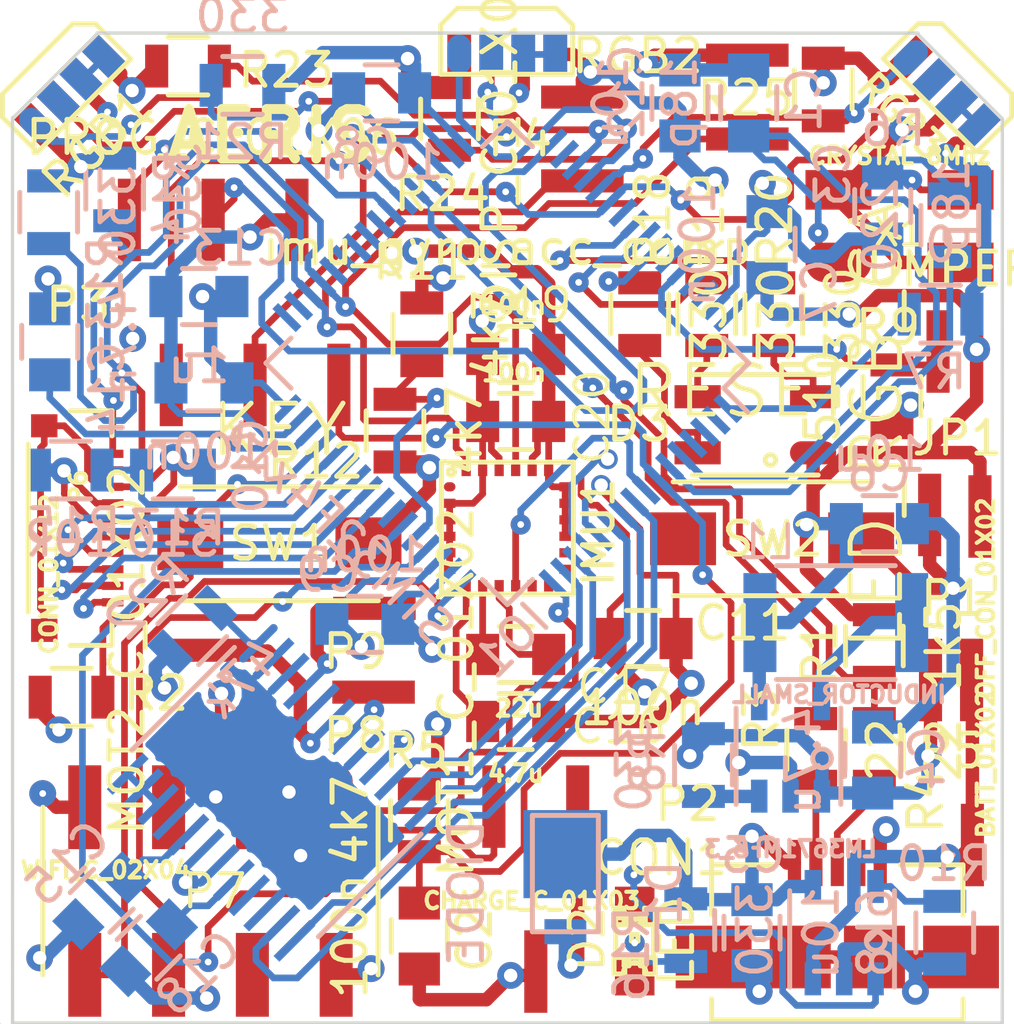
<source format=kicad_pcb>
(kicad_pcb (version 4) (host pcbnew "(2014-12-04 BZR 5312)-product")
  (title_block (comment 1 "Prehodit Line ADC pre lepsie routovanie, staci v scheme poprepajat") (comment 2 "zemnenie napajacej casti???") (comment 3 "nabijacie piny") (comment 4 "ADC vstupy a rusienie, zamysliet"))
  (layers (0 F.Cu signal) (1 Ground.Cu power hide) (2 Power.Cu power hide) (31 B.Cu signal) (34 B.Paste user) (35 F.Paste user) (36 B.SilkS user hide) (37 F.SilkS user hide) (38 B.Mask user) (39 F.Mask user) (44 Edge.Cuts user))
  (net 0 "")
  (net 1 "Net-(C1-Pad1)")
  (net 2 GND)
  (net 3 /RESET)
  (net 4 +3.3V)
  (net 5 +BATT)
  (net 6 +5V)
  (net 7 "Net-(CON1-Pad2)")
  (net 8 "Net-(CON1-Pad3)")
  (net 9 "Net-(D1-Pad1)")
  (net 10 /KEY)
  (net 11 /USB_DP)
  (net 12 /USB_DM)
  (net 13 /SCL)
  (net 14 /VBAT_ADC)
  (net 15 /SDA)
  (net 16 /Mystery_gyro_data_enable)
  (net 17 "Net-(IO1-Pad1)")
  (net 18 "Net-(IO1-Pad6)")
  (net 19 /UART2_RX)
  (net 20 /CHARG_ADC)
  (net 21 /BOOT1)
  (net 22 /SCL_RGB)
  (net 23 /SDA_S3)
  (net 24 /RGB_R)
  (net 25 /RGB_G)
  (net 26 /RGB_B)
  (net 27 /BOOT0)
  (net 28 "Net-(L1-Pad1)")
  (net 29 "Net-(RGB1-Pad3)")
  (net 30 "Net-(RGB2-Pad3)")
  (net 31 "Net-(RGB3-Pad3)")
  (net 32 "Net-(P9-Pad1)")
  (net 33 "Net-(C3-Pad1)")
  (net 34 "Net-(R8-Pad1)")
  (net 35 "Net-(R10-Pad2)")
  (net 36 "Net-(R22-Pad1)")
  (net 37 /VCAP1)
  (net 38 "Net-(C15-Pad1)")
  (net 39 "Net-(C16-Pad1)")
  (net 40 "Net-(C17-Pad1)")
  (net 41 "Net-(C17-Pad2)")
  (net 42 "Net-(C18-Pad2)")
  (net 43 "Net-(D2-Pad1)")
  (net 44 "Net-(D2-Pad2)")
  (net 45 "Net-(D3-PadBC)")
  (net 46 "Net-(D3-PadGC)")
  (net 47 "Net-(D3-PadRC)")
  (net 48 /M1)
  (net 49 /A_PHASE)
  (net 50 /B_PHASE)
  (net 51 /A_PWM)
  (net 52 /B_PWM)
  (net 53 /UART2_TX)
  (net 54 /WIFI_EN)
  (net 55 //NS)
  (net 56 /SCK)
  (net 57 /MISO)
  (net 58 /MOSI)
  (net 59 /UART_TX)
  (net 60 /UART_RX)
  (net 61 /SWDIO)
  (net 62 /SWCLK)
  (net 63 "Net-(P8-Pad1)")
  (net 64 "Net-(P8-Pad2)")
  (net 65 "Net-(P9-Pad2)")
  (net 66 "Net-(U3-Pad22)")
  (net 67 /BAT_DIR)
  (net 68 /SDA_S1)
  (net 69 /SDA_S2)
  (module Housings_QFP:LQFP-64_10x10mm_Pitch0.5mm (layer B.Cu) (at 226.52 74.94 135)
    (fp_text reference IO1 (at -6.034661 -5.837463 225) (layer B.SilkS) (effects (justify mirror)))
    (fp_text value STM32F4x1x (at 0 -7.2 135) (layer B.SilkS) (effects (justify mirror)))
    (pad 1 smd rect (at -5.7 3.75 135) (size 1 0.25) (layers B.Cu B.Paste B.Mask) (net 17 "Net-(IO1-Pad1)"))
    (pad 2 smd rect (at -5.7 3.25 135) (size 1 0.25) (layers B.Cu B.Paste B.Mask))
    (pad 3 smd rect (at -5.7 2.75 135) (size 1 0.25) (layers B.Cu B.Paste B.Mask))
    (pad 4 smd rect (at -5.7 2.25 135) (size 1 0.25) (layers B.Cu B.Paste B.Mask))
    (pad 5 smd rect (at -5.7 1.75 135) (size 1 0.25) (layers B.Cu B.Paste B.Mask) (net 1 "Net-(C1-Pad1)"))
    (pad 6 smd rect (at -5.7 1.25 135) (size 1 0.25) (layers B.Cu B.Paste B.Mask) (net 18 "Net-(IO1-Pad6)"))
    (pad 7 smd rect (at -5.7 0.75 135) (size 1 0.25) (layers B.Cu B.Paste B.Mask) (net 3 /RESET))
    (pad 8 smd rect (at -5.7 0.25 135) (size 1 0.25) (layers B.Cu B.Paste B.Mask) (net 16 /Mystery_gyro_data_enable))
    (pad 9 smd rect (at -5.7 -0.25 135) (size 1 0.25) (layers B.Cu B.Paste B.Mask) (net 48 /M1))
    (pad 10 smd rect (at -5.7 -0.75 135) (size 1 0.25) (layers B.Cu B.Paste B.Mask) (net 49 /A_PHASE))
    (pad 11 smd rect (at -5.7 -1.25 135) (size 1 0.25) (layers B.Cu B.Paste B.Mask) (net 50 /B_PHASE))
    (pad 12 smd rect (at -5.7 -1.75 135) (size 1 0.25) (layers B.Cu B.Paste B.Mask) (net 2 GND))
    (pad 13 smd rect (at -5.7 -2.25 135) (size 1 0.25) (layers B.Cu B.Paste B.Mask) (net 4 +3.3V))
    (pad 14 smd rect (at -5.7 -2.75 135) (size 1 0.25) (layers B.Cu B.Paste B.Mask) (net 52 /B_PWM))
    (pad 15 smd rect (at -5.7 -3.25 135) (size 1 0.25) (layers B.Cu B.Paste B.Mask) (net 51 /A_PWM))
    (pad 16 smd rect (at -5.7 -3.75 135) (size 1 0.25) (layers B.Cu B.Paste B.Mask) (net 53 /UART2_TX))
    (pad 17 smd rect (at -3.75 -5.7 45) (size 1 0.25) (layers B.Cu B.Paste B.Mask) (net 19 /UART2_RX))
    (pad 18 smd rect (at -3.25 -5.7 45) (size 1 0.25) (layers B.Cu B.Paste B.Mask) (net 2 GND))
    (pad 19 smd rect (at -2.75 -5.7 45) (size 1 0.25) (layers B.Cu B.Paste B.Mask) (net 4 +3.3V))
    (pad 20 smd rect (at -2.25 -5.7 45) (size 1 0.25) (layers B.Cu B.Paste B.Mask) (net 54 /WIFI_EN))
    (pad 21 smd rect (at -1.75 -5.7 45) (size 1 0.25) (layers B.Cu B.Paste B.Mask) (net 14 /VBAT_ADC))
    (pad 22 smd rect (at -1.25 -5.7 45) (size 1 0.25) (layers B.Cu B.Paste B.Mask) (net 20 /CHARG_ADC))
    (pad 23 smd rect (at -0.75 -5.7 45) (size 1 0.25) (layers B.Cu B.Paste B.Mask))
    (pad 24 smd rect (at -0.25 -5.7 45) (size 1 0.25) (layers B.Cu B.Paste B.Mask) (net 55 //NS))
    (pad 25 smd rect (at 0.25 -5.7 45) (size 1 0.25) (layers B.Cu B.Paste B.Mask) (net 56 /SCK))
    (pad 26 smd rect (at 0.75 -5.7 45) (size 1 0.25) (layers B.Cu B.Paste B.Mask) (net 57 /MISO))
    (pad 27 smd rect (at 1.25 -5.7 45) (size 1 0.25) (layers B.Cu B.Paste B.Mask) (net 58 /MOSI))
    (pad 28 smd rect (at 1.75 -5.7 45) (size 1 0.25) (layers B.Cu B.Paste B.Mask) (net 21 /BOOT1))
    (pad 29 smd rect (at 2.25 -5.7 45) (size 1 0.25) (layers B.Cu B.Paste B.Mask) (net 10 /KEY))
    (pad 30 smd rect (at 2.75 -5.7 45) (size 1 0.25) (layers B.Cu B.Paste B.Mask) (net 37 /VCAP1))
    (pad 31 smd rect (at 3.25 -5.7 45) (size 1 0.25) (layers B.Cu B.Paste B.Mask) (net 2 GND))
    (pad 32 smd rect (at 3.75 -5.7 45) (size 1 0.25) (layers B.Cu B.Paste B.Mask) (net 4 +3.3V))
    (pad 33 smd rect (at 5.7 -3.75 135) (size 1 0.25) (layers B.Cu B.Paste B.Mask))
    (pad 34 smd rect (at 5.7 -3.25 135) (size 1 0.25) (layers B.Cu B.Paste B.Mask))
    (pad 35 smd rect (at 5.7 -2.75 135) (size 1 0.25) (layers B.Cu B.Paste B.Mask) (net 15 /SDA))
    (pad 36 smd rect (at 5.7 -2.25 135) (size 1 0.25) (layers B.Cu B.Paste B.Mask) (net 13 /SCL))
    (pad 37 smd rect (at 5.7 -1.75 135) (size 1 0.25) (layers B.Cu B.Paste B.Mask))
    (pad 38 smd rect (at 5.7 -1.25 135) (size 1 0.25) (layers B.Cu B.Paste B.Mask))
    (pad 39 smd rect (at 5.7 -0.75 135) (size 1 0.25) (layers B.Cu B.Paste B.Mask))
    (pad 40 smd rect (at 5.7 -0.25 135) (size 1 0.25) (layers B.Cu B.Paste B.Mask))
    (pad 41 smd rect (at 5.7 0.25 135) (size 1 0.25) (layers B.Cu B.Paste B.Mask))
    (pad 42 smd rect (at 5.7 0.75 135) (size 1 0.25) (layers B.Cu B.Paste B.Mask) (net 59 /UART_TX))
    (pad 43 smd rect (at 5.7 1.25 135) (size 1 0.25) (layers B.Cu B.Paste B.Mask) (net 60 /UART_RX))
    (pad 44 smd rect (at 5.7 1.75 135) (size 1 0.25) (layers B.Cu B.Paste B.Mask) (net 12 /USB_DM))
    (pad 45 smd rect (at 5.7 2.25 135) (size 1 0.25) (layers B.Cu B.Paste B.Mask) (net 11 /USB_DP))
    (pad 46 smd rect (at 5.7 2.75 135) (size 1 0.25) (layers B.Cu B.Paste B.Mask) (net 61 /SWDIO))
    (pad 47 smd rect (at 5.7 3.25 135) (size 1 0.25) (layers B.Cu B.Paste B.Mask) (net 2 GND))
    (pad 48 smd rect (at 5.7 3.75 135) (size 1 0.25) (layers B.Cu B.Paste B.Mask) (net 4 +3.3V))
    (pad 49 smd rect (at 3.75 5.7 45) (size 1 0.25) (layers B.Cu B.Paste B.Mask) (net 62 /SWCLK))
    (pad 50 smd rect (at 3.25 5.7 45) (size 1 0.25) (layers B.Cu B.Paste B.Mask))
    (pad 51 smd rect (at 2.75 5.7 45) (size 1 0.25) (layers B.Cu B.Paste B.Mask) (net 68 /SDA_S1))
    (pad 52 smd rect (at 2.25 5.7 45) (size 1 0.25) (layers B.Cu B.Paste B.Mask) (net 69 /SDA_S2))
    (pad 53 smd rect (at 1.75 5.7 45) (size 1 0.25) (layers B.Cu B.Paste B.Mask) (net 23 /SDA_S3))
    (pad 54 smd rect (at 1.25 5.7 45) (size 1 0.25) (layers B.Cu B.Paste B.Mask) (net 22 /SCL_RGB))
    (pad 55 smd rect (at 0.75 5.7 45) (size 1 0.25) (layers B.Cu B.Paste B.Mask))
    (pad 56 smd rect (at 0.25 5.7 45) (size 1 0.25) (layers B.Cu B.Paste B.Mask) (net 24 /RGB_R))
    (pad 57 smd rect (at -0.25 5.7 45) (size 1 0.25) (layers B.Cu B.Paste B.Mask) (net 25 /RGB_G))
    (pad 58 smd rect (at -0.75 5.7 45) (size 1 0.25) (layers B.Cu B.Paste B.Mask) (net 26 /RGB_B))
    (pad 59 smd rect (at -1.25 5.7 45) (size 1 0.25) (layers B.Cu B.Paste B.Mask))
    (pad 60 smd rect (at -1.75 5.7 45) (size 1 0.25) (layers B.Cu B.Paste B.Mask) (net 27 /BOOT0))
    (pad 61 smd rect (at -2.25 5.7 45) (size 1 0.25) (layers B.Cu B.Paste B.Mask))
    (pad 62 smd rect (at -2.75 5.7 45) (size 1 0.25) (layers B.Cu B.Paste B.Mask))
    (pad 63 smd rect (at -3.25 5.7 45) (size 1 0.25) (layers B.Cu B.Paste B.Mask) (net 2 GND))
    (pad 64 smd rect (at -3.75 5.7 45) (size 1 0.25) (layers B.Cu B.Paste B.Mask) (net 4 +3.3V))
  )
  (module Resistors_SMD:R_0805 (layer F.Cu) (at 237.6424 83.5152 90)
    (fp_text reference R1 (at -0.21082 -1.64846 90) (layer F.SilkS))
    (fp_text value 1k5 (at 0 2.1 90) (layer F.SilkS))
    (pad 1 smd rect (at -0.95 0 90) (size 0.7 1.3) (layers F.Cu F.Paste F.Mask) (net 11 /USB_DP))
    (pad 2 smd rect (at 0.95 0 90) (size 0.7 1.3) (layers F.Cu F.Paste F.Mask) (net 4 +3.3V))
  )
  (module Resistors_SMD:R_0805 (layer F.Cu) (at 213.3092 85.0646)
    (fp_text reference R2 (at 2.55778 -0.11684) (layer F.SilkS))
    (fp_text value 4k7 hide)
    (pad 1 smd rect (at -0.95 0) (size 0.7 1.3) (layers F.Cu F.Paste F.Mask) (net 4 +3.3V))
    (pad 2 smd rect (at 0.95 0) (size 0.7 1.3) (layers F.Cu F.Paste F.Mask) (net 10 /KEY))
  )
  (module Resistors_SMD:R_0805 (layer F.Cu) (at 235.8644 86.6648 90)
    (fp_text reference R3 (at 0.92964 -1.64846 90) (layer F.SilkS))
    (fp_text value 22 (at 0 2.1 90) (layer F.SilkS))
    (pad 1 smd rect (at -0.95 0 90) (size 0.7 1.3) (layers F.Cu F.Paste F.Mask) (net 7 "Net-(CON1-Pad2)"))
    (pad 2 smd rect (at 0.95 0 90) (size 0.7 1.3) (layers F.Cu F.Paste F.Mask) (net 12 /USB_DM))
  )
  (module Resistors_SMD:R_0805 (layer F.Cu) (at 237.6424 86.6648 90)
    (fp_text reference R4 (at -1.54178 1.55194 90) (layer F.SilkS))
    (fp_text value 22 (at 0 2.1 90) (layer F.SilkS))
    (pad 1 smd rect (at -0.95 0 90) (size 0.7 1.3) (layers F.Cu F.Paste F.Mask) (net 8 "Net-(CON1-Pad3)"))
    (pad 2 smd rect (at 0.95 0 90) (size 0.7 1.3) (layers F.Cu F.Paste F.Mask) (net 11 /USB_DP))
  )
  (module Resistors_SMD:R_0805 (layer F.Cu) (at 223.8502 88.7984 270)
    (fp_text reference R5 (at -2.10312 0.10668 360) (layer F.SilkS))
    (fp_text value 4k7 (at 0 2.1 270) (layer F.SilkS))
    (pad 1 smd rect (at -0.95 0 270) (size 0.7 1.3) (layers F.Cu F.Paste F.Mask) (net 4 +3.3V))
    (pad 2 smd rect (at 0.95 0 270) (size 0.7 1.3) (layers F.Cu F.Paste F.Mask) (net 3 /RESET))
  )
  (module Resistors_SMD:R_0805 (layer B.Cu) (at 239.9284 70.7644 90)
    (fp_text reference R6 (at 2.9337 -1.71196 180) (layer B.SilkS) (effects (justify mirror)))
    (fp_text value 220 (at 0 -2.1 90) (layer B.SilkS) (effects (justify mirror)))
    (pad 1 smd rect (at -0.95 0 90) (size 0.7 1.3) (layers B.Cu B.Paste B.Mask) (net 18 "Net-(IO1-Pad6)"))
    (pad 2 smd rect (at 0.95 0 90) (size 0.7 1.3) (layers B.Cu B.Paste B.Mask) (net 33 "Net-(C3-Pad1)"))
  )
  (module Resistors_SMD:R_0805 (layer B.Cu) (at 239.649 73.4568)
    (fp_text reference R7 (at -0.18796 1.7526) (layer B.SilkS) (effects (justify mirror)))
    (fp_text value 0 (at 0 -2.1) (layer B.SilkS) (effects (justify mirror)))
    (pad 1 smd rect (at -0.95 0) (size 0.7 1.3) (layers B.Cu B.Paste B.Mask) (net 17 "Net-(IO1-Pad1)"))
    (pad 2 smd rect (at 0.95 0) (size 0.7 1.3) (layers B.Cu B.Paste B.Mask) (net 4 +3.3V))
  )
  (module Resistors_SMD:R_0805 (layer B.Cu) (at 232.4608 87.122 90)
    (fp_text reference R8 (at 0.12446 -1.6764 90) (layer B.SilkS) (effects (justify mirror)))
    (fp_text value 330 (at 0 -2.1 90) (layer B.SilkS) (effects (justify mirror)))
    (pad 1 smd rect (at -0.95 0 90) (size 0.7 1.3) (layers B.Cu B.Paste B.Mask) (net 34 "Net-(R8-Pad1)"))
    (pad 2 smd rect (at 0.95 0 90) (size 0.7 1.3) (layers B.Cu B.Paste B.Mask) (net 5 +BATT))
  )
  (module Resistors_SMD:R_0805 (layer F.Cu) (at 238.1758 75.946 270)
    (fp_text reference R9 (at -2.08788 0.11938 360) (layer F.SilkS))
    (fp_text value 510 (at 0 2.1 270) (layer F.SilkS))
    (pad 1 smd rect (at -0.95 0 270) (size 0.7 1.3) (layers F.Cu F.Paste F.Mask) (net 27 /BOOT0))
    (pad 2 smd rect (at 0.95 0 270) (size 0.7 1.3) (layers F.Cu F.Paste F.Mask) (net 2 GND))
  )
  (module Resistors_SMD:R_0805 (layer B.Cu) (at 212.61578 70.36816 270)
    (fp_text reference R13 (at 2.17424 -1.72212 270) (layer B.SilkS) (effects (justify mirror)))
    (fp_text value 330 (at 0 -2.1 270) (layer B.SilkS) (effects (justify mirror)))
    (pad 1 smd rect (at -0.95 0 270) (size 0.7 1.3) (layers B.Cu B.Paste B.Mask) (net 4 +3.3V))
    (pad 2 smd rect (at 0.95 0 270) (size 0.7 1.3) (layers B.Cu B.Paste B.Mask) (net 15 /SDA))
  )
  (module Resistors_SMD:R_0805 (layer B.Cu) (at 214.6173 69.67728 270)
    (fp_text reference R14 (at 0.26924 -1.74752 270) (layer B.SilkS) (effects (justify mirror)))
    (fp_text value 330 (at 0 -2.1 270) (layer B.SilkS) (effects (justify mirror)))
    (pad 1 smd rect (at -0.95 0 270) (size 0.7 1.3) (layers B.Cu B.Paste B.Mask) (net 4 +3.3V))
    (pad 2 smd rect (at 0.95 0 270) (size 0.7 1.3) (layers B.Cu B.Paste B.Mask) (net 13 /SCL))
  )
  (module Resistors_SMD:R_0805 (layer B.Cu) (at 213.2838 78.1812 180)
    (fp_text reference R15 (at -0.05842 -1.68656 180) (layer B.SilkS) (effects (justify mirror)))
    (fp_text value 10k (at 0 -2.1 180) (layer B.SilkS) (effects (justify mirror)))
    (pad 1 smd rect (at -0.95 0 180) (size 0.7 1.3) (layers B.Cu B.Paste B.Mask) (net 21 /BOOT1))
    (pad 2 smd rect (at 0.95 0 180) (size 0.7 1.3) (layers B.Cu B.Paste B.Mask) (net 4 +3.3V))
  )
  (module Resistors_SMD:R_0805 (layer B.Cu) (at 231.9274 92.1258 270)
    (fp_text reference R16 (at 0.72136 1.64084 270) (layer B.SilkS) (effects (justify mirror)))
    (fp_text value 330 (at 0 -2.1 270) (layer B.SilkS) (effects (justify mirror)))
    (pad 1 smd rect (at -0.95 0 270) (size 0.7 1.3) (layers B.Cu B.Paste B.Mask) (net 6 +5V))
    (pad 2 smd rect (at 0.95 0 270) (size 0.7 1.3) (layers B.Cu B.Paste B.Mask) (net 43 "Net-(D2-Pad1)"))
  )
  (module Resistors_SMD:R_0805 (layer B.Cu) (at 216.3826 78.1812 180)
    (fp_text reference R17 (at -0.14224 -1.75768 180) (layer B.SilkS) (effects (justify mirror)))
    (fp_text value 510 (at 0 -2.1 180) (layer B.SilkS) (effects (justify mirror)))
    (pad 1 smd rect (at -0.95 0 180) (size 0.7 1.3) (layers B.Cu B.Paste B.Mask) (net 2 GND))
    (pad 2 smd rect (at 0.95 0 180) (size 0.7 1.3) (layers B.Cu B.Paste B.Mask) (net 21 /BOOT1))
  )
  (module Resistors_SMD:R_0805 (layer F.Cu) (at 230.5304 73.4568 90)
    (fp_text reference R18 (at 2.88798 0.39624 270) (layer F.SilkS))
    (fp_text value 330 (at 0 2.1 90) (layer F.SilkS))
    (pad 1 smd rect (at -0.95 0 90) (size 0.7 1.3) (layers F.Cu F.Paste F.Mask) (net 45 "Net-(D3-PadBC)"))
    (pad 2 smd rect (at 0.95 0 90) (size 0.7 1.3) (layers F.Cu F.Paste F.Mask) (net 26 /RGB_B))
  )
  (module Resistors_SMD:R_0805 (layer F.Cu) (at 232.5624 73.4568 90)
    (fp_text reference R19 (at 2.83464 0 270) (layer F.SilkS))
    (fp_text value 330 (at 0 2.1 90) (layer F.SilkS))
    (pad 1 smd rect (at -0.95 0 90) (size 0.7 1.3) (layers F.Cu F.Paste F.Mask) (net 46 "Net-(D3-PadGC)"))
    (pad 2 smd rect (at 0.95 0 90) (size 0.7 1.3) (layers F.Cu F.Paste F.Mask) (net 25 /RGB_G))
  )
  (module Resistors_SMD:R_0805 (layer F.Cu) (at 234.5944 73.4568 90)
    (fp_text reference R20 (at 2.85242 0.03048 270) (layer F.SilkS))
    (fp_text value 330 (at 0 2.1 90) (layer F.SilkS))
    (pad 1 smd rect (at -0.95 0 90) (size 0.7 1.3) (layers F.Cu F.Paste F.Mask) (net 47 "Net-(D3-PadRC)"))
    (pad 2 smd rect (at 0.95 0 90) (size 0.7 1.3) (layers F.Cu F.Paste F.Mask) (net 24 /RGB_R))
  )
  (module Resistors_SMD:R_0805 (layer B.Cu) (at 218.4908 66.5226)
    (fp_text reference R21 (at -0.0635 1.71704) (layer B.SilkS) (effects (justify mirror)))
    (fp_text value 330 (at 0 -2.1) (layer B.SilkS) (effects (justify mirror)))
    (pad 1 smd rect (at -0.95 0) (size 0.7 1.3) (layers B.Cu B.Paste B.Mask) (net 22 /SCL_RGB))
    (pad 2 smd rect (at 0.95 0) (size 0.7 1.3) (layers B.Cu B.Paste B.Mask) (net 4 +3.3V))
  )
  (module Resistors_SMD:R_0805 (layer B.Cu) (at 216.9668 83.0326 225)
    (fp_text reference R22 (at 0.249651 1.657755 225) (layer B.SilkS) (effects (justify mirror)))
    (fp_text value 47k (at 0 -2.1 225) (layer B.SilkS) (effects (justify mirror)))
    (pad 1 smd rect (at -0.95 0 225) (size 0.7 1.3) (layers B.Cu B.Paste B.Mask) (net 36 "Net-(R22-Pad1)"))
    (pad 2 smd rect (at 0.95 0 225) (size 0.7 1.3) (layers B.Cu B.Paste B.Mask) (net 5 +BATT))
  )
  (module Swarm:Micro_USB_B (layer F.Cu) (at 236.52 92.94)
    (fp_text reference CON1 (at -5.36222 -3.00876) (layer F.SilkS))
    (fp_text value USB-MICRO-B (at 0.0302 2.5386) (layer F.SilkS) (effects (font (size 0.5 0.5) (thickness 0.125))))
    (pad 1 smd rect (at -1.3 -2.85) (size 0.4 1.4) (layers F.Cu F.Paste F.Mask) (net 6 +5V))
    (pad 2 smd rect (at -0.65 -2.85) (size 0.4 1.4) (layers F.Cu F.Paste F.Mask) (net 7 "Net-(CON1-Pad2)"))
    (pad 3 smd rect (at 0 -2.85) (size 0.4 1.4) (layers F.Cu F.Paste F.Mask) (net 8 "Net-(CON1-Pad3)"))
    (pad 4 smd rect (at 0.65 -2.85) (size 0.4 1.4) (layers F.Cu F.Paste F.Mask))
    (pad 5 smd rect (at 1.3 -2.85) (size 0.4 1.4) (layers F.Cu F.Paste F.Mask) (net 2 GND))
    (pad 7 smd rect (at -1.125 0) (size 1.85 1.9) (layers F.Cu F.Paste F.Mask) (net 2 GND))
    (pad 8 smd rect (at 1.125 0) (size 1.85 1.9) (layers F.Cu F.Paste F.Mask) (net 2 GND))
    (pad 6 smd rect (at -3.75 0) (size 2.3 1.9) (layers F.Cu F.Paste F.Mask) (net 2 GND))
    (pad 9 smd rect (at 3.75 0) (size 2.3 1.9) (layers F.Cu F.Paste F.Mask) (net 2 GND))
  )
  (module Swarm:DTSM-32S-B (layer F.Cu) (at 219.6084 80.4164)
    (fp_text reference SW1 (at 0.00762 -0.01778) (layer F.SilkS))
    (fp_text value KEY (at 0 -3.45) (layer F.SilkS) (effects (font (size 1.5 1.5))))
    (pad 1 smd rect (at -2.7 0) (size 2 1.6) (layers F.Cu F.Paste F.Mask) (net 10 /KEY))
    (pad 2 smd rect (at 2.7 0) (size 2 1.6) (layers F.Cu F.Paste F.Mask) (net 2 GND))
  )
  (module Swarm:DTSM-32S-B (layer F.Cu) (at 234.5436 80.264)
    (fp_text reference SW2 (at 0.0127 0.01016) (layer F.SilkS))
    (fp_text value RESET (at -0.9652 -4.4704) (layer F.SilkS) (effects (font (size 1.5 1.5))))
    (pad 1 smd rect (at -2.7 0) (size 2 1.6) (layers F.Cu F.Paste F.Mask) (net 3 /RESET))
    (pad 2 smd rect (at 2.7 0) (size 2 1.6) (layers F.Cu F.Paste F.Mask) (net 2 GND))
  )
  (module Swarm:TSOT-23-5 (layer B.Cu) (at 236.728 92.202 180)
    (fp_text reference U2 hide)
    (fp_text value MCP73831 (at -0.0254 -4.2672 180) (layer B.SilkS) (effects (font (size 0.5 0.5) (thickness 0.125)) (justify mirror)))
    (pad 1 smd rect (at -0.95 -1.4 180) (size 0.5 1) (layers B.Cu B.Paste B.Mask) (net 44 "Net-(D2-Pad2)"))
    (pad 2 smd rect (at 0 -1.4 180) (size 0.5 1) (layers B.Cu B.Paste B.Mask) (net 2 GND))
    (pad 3 smd rect (at 0.95 -1.4 180) (size 0.5 1) (layers B.Cu B.Paste B.Mask) (net 67 /BAT_DIR))
    (pad 5 smd rect (at -0.95 1.4 180) (size 0.5 1) (layers B.Cu B.Paste B.Mask) (net 35 "Net-(R10-Pad2)"))
    (pad 4 smd rect (at 0.95 1.4 180) (size 0.5 1) (layers B.Cu B.Paste B.Mask) (net 6 +5V))
  )
  (module Swarm:5x3.2_CRYSTAL (layer F.Cu) (at 238.4044 70.7898)
    (fp_text reference X1 (at -0.0127 0.1905) (layer F.SilkS) (effects (font (size 0.8 0.8) (thickness 0.127))))
    (fp_text value "CRYSTAL 8Mhz" (at 0 -2.1336) (layer F.SilkS) (effects (font (size 0.508 0.508) (thickness 0.127))))
    (pad 1 smd oval (at -1.85 1.1) (size 2 1.2) (layers F.Cu F.Paste F.Mask) (net 1 "Net-(C1-Pad1)"))
    (pad 2 smd rect (at 1.85 1.1) (size 2 1.2) (layers F.Cu F.Paste F.Mask) (net 2 GND))
    (pad 3 smd rect (at 1.85 -1.1) (size 2 1.2) (layers F.Cu F.Paste F.Mask) (net 33 "Net-(C3-Pad1)"))
    (pad 4 smd rect (at -1.85 -1.1) (size 2 1.2) (layers F.Cu F.Paste F.Mask) (net 2 GND))
  )
  (module Capacitors_SMD:C_1812 (layer B.Cu) (at 236.474 82.804 180)
    (fp_text reference L1 (at 2.09804 2.4384 180) (layer B.SilkS) (effects (font (thickness 0.127)) (justify mirror)))
    (fp_text value INDUCTOR_SMALL (at -0.1016 -2.1844 180) (layer B.SilkS) (effects (font (size 0.508 0.508) (thickness 0.127)) (justify mirror)))
    (pad 1 smd rect (at -2.3 0 180) (size 1 3) (layers B.Cu B.Paste B.Mask) (net 28 "Net-(L1-Pad1)"))
    (pad 2 smd rect (at 2.3 0 180) (size 1 3) (layers B.Cu B.Paste B.Mask) (net 4 +3.3V))
  )
  (module Resistors_SMD:R_0805 (layer B.Cu) (at 239.776 92.202 90)
    (fp_text reference R10 (at 2.09296 -0.0127 180) (layer B.SilkS) (effects (justify mirror)))
    (fp_text value 6k8 (at 0 -2.1 90) (layer B.SilkS) (effects (justify mirror)))
    (pad 1 smd rect (at -0.95 0 90) (size 0.7 1.3) (layers B.Cu B.Paste B.Mask) (net 2 GND))
    (pad 2 smd rect (at 0.95 0 90) (size 0.7 1.3) (layers B.Cu B.Paste B.Mask) (net 35 "Net-(R10-Pad2)"))
  )
  (module Resistors_SMD:R_0805 (layer F.Cu) (at 223.9264 74.0664 90)
    (fp_text reference R11 (at 2.18186 -0.02286 180) (layer F.SilkS))
    (fp_text value 4k7 (at 0 2.1 90) (layer F.SilkS))
    (pad 1 smd rect (at -0.95 0 90) (size 0.7 1.3) (layers F.Cu F.Paste F.Mask) (net 14 /VBAT_ADC))
    (pad 2 smd rect (at 0.95 0 90) (size 0.7 1.3) (layers F.Cu F.Paste F.Mask) (net 5 +BATT))
  )
  (module Resistors_SMD:R_0805 (layer F.Cu) (at 223.1136 76.9874 90)
    (fp_text reference R12 (at -0.92456 -2.41046 360) (layer F.SilkS))
    (fp_text value 4k7 (at 0 2.1 90) (layer F.SilkS))
    (pad 1 smd rect (at -0.95 0 90) (size 0.7 1.3) (layers F.Cu F.Paste F.Mask) (net 2 GND))
    (pad 2 smd rect (at 0.95 0 90) (size 0.7 1.3) (layers F.Cu F.Paste F.Mask) (net 14 /VBAT_ADC))
  )
  (module Swarm:TSOT-23-5 (layer B.Cu) (at 235.1024 86.6648 180)
    (fp_text reference U1 hide)
    (fp_text value LM3671MF3_3 (at 0 -3 180) (layer B.SilkS) (effects (font (size 0.5 0.5) (thickness 0.125)) (justify mirror)))
    (pad 1 smd rect (at -0.95 -1.4 180) (size 0.5 1) (layers B.Cu B.Paste B.Mask) (net 5 +BATT))
    (pad 2 smd rect (at 0 -1.4 180) (size 0.5 1) (layers B.Cu B.Paste B.Mask) (net 2 GND))
    (pad 3 smd rect (at 0.95 -1.4 180) (size 0.5 1) (layers B.Cu B.Paste B.Mask) (net 34 "Net-(R8-Pad1)"))
    (pad 5 smd rect (at -0.95 1.4 180) (size 0.5 1) (layers B.Cu B.Paste B.Mask) (net 28 "Net-(L1-Pad1)"))
    (pad 4 smd rect (at 0.95 1.4 180) (size 0.5 1) (layers B.Cu B.Paste B.Mask) (net 4 +3.3V))
  )
  (module Capacitors_SMD:C_0805 (layer B.Cu) (at 233.8324 67.056 90)
    (fp_text reference C1 (at 0.09652 1.68148 90) (layer B.SilkS) (effects (justify mirror)))
    (fp_text value 18p (at 0 -2.1 90) (layer B.SilkS) (effects (justify mirror)))
    (pad 1 smd rect (at -1 0 90) (size 1 1.25) (layers B.Cu B.Paste B.Mask) (net 1 "Net-(C1-Pad1)"))
    (pad 2 smd rect (at 1 0 90) (size 1 1.25) (layers B.Cu B.Paste B.Mask) (net 2 GND))
  )
  (module Capacitors_SMD:C_0805 (layer F.Cu) (at 223.8502 92.3036 270)
    (fp_text reference C2 (at 0.11684 -1.67132 270) (layer F.SilkS))
    (fp_text value 100n (at 0 2.1 270) (layer F.SilkS))
    (pad 1 smd rect (at -1 0 270) (size 1 1.25) (layers F.Cu F.Paste F.Mask) (net 3 /RESET))
    (pad 2 smd rect (at 1 0 270) (size 1 1.25) (layers F.Cu F.Paste F.Mask) (net 2 GND))
  )
  (module Capacitors_SMD:C_0805 (layer B.Cu) (at 237.8964 70.1802 270)
    (fp_text reference C3 (at -0.96266 1.5113 270) (layer B.SilkS) (effects (justify mirror)))
    (fp_text value 18p (at 0 -2.1 270) (layer B.SilkS) (effects (justify mirror)))
    (pad 1 smd rect (at -1 0 270) (size 1 1.25) (layers B.Cu B.Paste B.Mask) (net 33 "Net-(C3-Pad1)"))
    (pad 2 smd rect (at 1 0 270) (size 1 1.25) (layers B.Cu B.Paste B.Mask) (net 2 GND))
  )
  (module Capacitors_SMD:C_0805 (layer B.Cu) (at 237.5916 86.9696 90)
    (fp_text reference C4 (at 0.06096 1.65608 90) (layer B.SilkS) (effects (justify mirror)))
    (fp_text value 4.7u (at 0 -2.1 90) (layer B.SilkS) (effects (justify mirror)))
    (pad 1 smd rect (at -1 0 90) (size 1 1.25) (layers B.Cu B.Paste B.Mask) (net 5 +BATT))
    (pad 2 smd rect (at 1 0 90) (size 1 1.25) (layers B.Cu B.Paste B.Mask) (net 2 GND))
  )
  (module Capacitors_SMD:C_0805 (layer B.Cu) (at 233.934 92.202 270)
    (fp_text reference C5 (at -2.34188 -0.03302 360) (layer B.SilkS) (effects (justify mirror)))
    (fp_text value 10u (at 0 -2.1 270) (layer B.SilkS) (effects (justify mirror)))
    (pad 1 smd rect (at -1 0 270) (size 1 1.25) (layers B.Cu B.Paste B.Mask) (net 6 +5V))
    (pad 2 smd rect (at 1 0 270) (size 1 1.25) (layers B.Cu B.Paste B.Mask) (net 2 GND))
  )
  (module Capacitors_SMD:C_0805 (layer B.Cu) (at 237.7948 79.8068)
    (fp_text reference C6 (at -0.00508 -1.50368) (layer B.SilkS) (effects (justify mirror)))
    (fp_text value 10u (at 0 -2.1) (layer B.SilkS) (effects (justify mirror)))
    (pad 1 smd rect (at -1 0) (size 1 1.25) (layers B.Cu B.Paste B.Mask) (net 4 +3.3V))
    (pad 2 smd rect (at 1 0) (size 1 1.25) (layers B.Cu B.Paste B.Mask) (net 2 GND))
  )
  (module Capacitors_SMD:C_0805 (layer B.Cu) (at 234.3912 71.3486 90)
    (fp_text reference C7 (at -1.40716 1.58496 90) (layer B.SilkS) (effects (justify mirror)))
    (fp_text value 100n (at 0 -2.1 90) (layer B.SilkS) (effects (justify mirror)))
    (pad 1 smd rect (at -1 0 90) (size 1 1.25) (layers B.Cu B.Paste B.Mask) (net 4 +3.3V))
    (pad 2 smd rect (at 1 0 90) (size 1 1.25) (layers B.Cu B.Paste B.Mask) (net 2 GND))
  )
  (module Capacitors_SMD:C_0805 (layer B.Cu) (at 222.7072 66.7512 180)
    (fp_text reference C8 (at 0.5461 -1.6129 180) (layer B.SilkS) (effects (justify mirror)))
    (fp_text value 100n (at 0 -2.1 180) (layer B.SilkS) (effects (justify mirror)))
    (pad 1 smd rect (at -1 0 180) (size 1 1.25) (layers B.Cu B.Paste B.Mask) (net 4 +3.3V))
    (pad 2 smd rect (at 1 0 180) (size 1 1.25) (layers B.Cu B.Paste B.Mask) (net 2 GND))
  )
  (module Capacitors_SMD:C_0805 (layer B.Cu) (at 222.1992 82.8548)
    (fp_text reference C9 (at -1.1049 -1.5113) (layer B.SilkS) (effects (justify mirror)))
    (fp_text value 100n (at 0 -2.1) (layer B.SilkS) (effects (justify mirror)))
    (pad 1 smd rect (at -1 0) (size 1 1.25) (layers B.Cu B.Paste B.Mask) (net 4 +3.3V))
    (pad 2 smd rect (at 1 0) (size 1 1.25) (layers B.Cu B.Paste B.Mask) (net 2 GND))
  )
  (module Capacitors_SMD:C_0805 (layer B.Cu) (at 217.3224 75.5396 180)
    (fp_text reference C10 (at -1.42494 -2.5146 270) (layer B.SilkS) (effects (justify mirror)))
    (fp_text value 100n (at 0 -2.1 180) (layer B.SilkS) (effects (justify mirror)))
    (pad 1 smd rect (at -1 0 180) (size 1 1.25) (layers B.Cu B.Paste B.Mask) (net 4 +3.3V))
    (pad 2 smd rect (at 1 0 180) (size 1 1.25) (layers B.Cu B.Paste B.Mask) (net 2 GND))
  )
  (module Capacitors_SMD:C_0805 (layer F.Cu) (at 230.632 83.2866)
    (fp_text reference C11 (at 3.01498 -0.46736) (layer F.SilkS))
    (fp_text value 100n (at 0 2.1) (layer F.SilkS))
    (pad 1 smd rect (at -1 0) (size 1 1.25) (layers F.Cu F.Paste F.Mask) (net 4 +3.3V))
    (pad 2 smd rect (at 1 0) (size 1 1.25) (layers F.Cu F.Paste F.Mask) (net 2 GND))
  )
  (module Capacitors_SMD:C_0805 (layer B.Cu) (at 231.7496 67.056 90)
    (fp_text reference C12 (at 0.32766 -1.60528 90) (layer B.SilkS) (effects (justify mirror)))
    (fp_text value 10u (at 0 -2.1 90) (layer B.SilkS) (effects (justify mirror)))
    (pad 1 smd rect (at -1 0 90) (size 1 1.25) (layers B.Cu B.Paste B.Mask) (net 4 +3.3V))
    (pad 2 smd rect (at 1 0 90) (size 1 1.25) (layers B.Cu B.Paste B.Mask) (net 2 GND))
  )
  (module Capacitors_SMD:C_0805 (layer B.Cu) (at 217.17 72.9234 180)
    (fp_text reference C13 (at -1.2573 1.46558 180) (layer B.SilkS) (effects (justify mirror)))
    (fp_text value 1u (at 0 -2.1 180) (layer B.SilkS) (effects (justify mirror)))
    (pad 1 smd rect (at -1 0 180) (size 1 1.25) (layers B.Cu B.Paste B.Mask) (net 4 +3.3V))
    (pad 2 smd rect (at 1 0 180) (size 1 1.25) (layers B.Cu B.Paste B.Mask) (net 2 GND))
  )
  (module Capacitors_SMD:C_0805 (layer B.Cu) (at 212.6488 74.295 270)
    (fp_text reference C14 (at 1.43002 -1.74244 270) (layer B.SilkS) (effects (justify mirror)))
    (fp_text value 4.7n (at 0 -2.1 270) (layer B.SilkS) (effects (justify mirror)))
    (pad 1 smd rect (at -1 0 270) (size 1 1.25) (layers B.Cu B.Paste B.Mask) (net 2 GND))
    (pad 2 smd rect (at 1 0 270) (size 1 1.25) (layers B.Cu B.Paste B.Mask) (net 37 /VCAP1))
  )
  (module Capacitors_SMD:C_0805 (layer B.Cu) (at 215.646 92.6592 225)
    (fp_text reference C15 (at -0.071842 3.541813 225) (layer B.SilkS) (effects (justify mirror)))
    (fp_text value 10n hide)
    (pad 1 smd rect (at -1 0 225) (size 1 1.25) (layers B.Cu B.Paste B.Mask) (net 38 "Net-(C15-Pad1)"))
    (pad 2 smd rect (at 1 0 225) (size 1 1.25) (layers B.Cu B.Paste B.Mask) (net 5 +BATT))
  )
  (module Capacitors_SMD:C_0805 (layer F.Cu) (at 226.7712 85.8012)
    (fp_text reference C16 (at 3.1242 0.14732) (layer F.SilkS) (effects (font (thickness 0.127))))
    (fp_text value 4.7u (at 0 1.5748) (layer F.SilkS) (effects (font (size 0.508 0.508) (thickness 0.127))))
    (pad 1 smd rect (at -1 0) (size 1 1.25) (layers F.Cu F.Paste F.Mask) (net 39 "Net-(C16-Pad1)"))
    (pad 2 smd rect (at 1 0) (size 1 1.25) (layers F.Cu F.Paste F.Mask) (net 2 GND))
  )
  (module Capacitors_SMD:C_0805 (layer F.Cu) (at 226.7712 83.7692)
    (fp_text reference C17 (at 3.302 0.98806) (layer F.SilkS) (effects (font (thickness 0.127))))
    (fp_text value 22u (at 0.1016 1.6256) (layer F.SilkS) (effects (font (size 0.508 0.508) (thickness 0.127))))
    (pad 1 smd rect (at -1 0) (size 1 1.25) (layers F.Cu F.Paste F.Mask) (net 40 "Net-(C17-Pad1)"))
    (pad 2 smd rect (at 1 0) (size 1 1.25) (layers F.Cu F.Paste F.Mask) (net 41 "Net-(C17-Pad2)"))
  )
  (module Capacitors_SMD:C_0805 (layer B.Cu) (at 214.2236 91.2368 45)
    (fp_text reference C18 (at 0.526243 3.626227 45) (layer B.SilkS) (effects (justify mirror)))
    (fp_text value 2.2u hide)
    (pad 1 smd rect (at -1 0 45) (size 1 1.25) (layers B.Cu B.Paste B.Mask) (net 2 GND))
    (pad 2 smd rect (at 1 0 45) (size 1 1.25) (layers B.Cu B.Paste B.Mask) (net 42 "Net-(C18-Pad2)"))
  )
  (module Capacitors_SMD:C_0805 (layer F.Cu) (at 226.7712 74.676 180)
    (fp_text reference C19 (at -0.25146 1.48844 180) (layer F.SilkS) (effects (font (thickness 0.127))))
    (fp_text value 100n (at 0.0508 1.4732 180) (layer F.SilkS) (effects (font (size 0.508 0.508) (thickness 0.127))))
    (pad 1 smd rect (at -1 0 180) (size 1 1.25) (layers F.Cu F.Paste F.Mask) (net 4 +3.3V))
    (pad 2 smd rect (at 1 0 180) (size 1 1.25) (layers F.Cu F.Paste F.Mask) (net 2 GND))
  )
  (module Capacitors_SMD:C_0805 (layer F.Cu) (at 226.7712 76.708 180)
    (fp_text reference C20 (at -2.32156 0.13716 270) (layer F.SilkS) (effects (font (thickness 0.127))))
    (fp_text value 100n (at 0.0508 1.4732 180) (layer F.SilkS) (effects (font (size 0.508 0.508) (thickness 0.127))))
    (pad 1 smd rect (at -1 0 180) (size 1 1.25) (layers F.Cu F.Paste F.Mask) (net 4 +3.3V))
    (pad 2 smd rect (at 1 0 180) (size 1 1.25) (layers F.Cu F.Paste F.Mask) (net 2 GND))
  )
  (module LEDs:LED-0805 (layer F.Cu) (at 230.378 92.456 90)
    (fp_text reference D2 (at 0.05334 -1.44272 90) (layer F.SilkS))
    (fp_text value LED (at 0 1.27 90) (layer F.SilkS))
    (pad 1 smd rect (at -1.04902 0 90) (size 1.19888 1.19888) (layers F.Cu F.Paste F.Mask) (net 43 "Net-(D2-Pad1)"))
    (pad 2 smd rect (at 1.04902 0 90) (size 1.19888 1.19888) (layers F.Cu F.Paste F.Mask) (net 44 "Net-(D2-Pad2)"))
  )
  (module Swarm:PLCC-4 (layer F.Cu) (at 234.0356 76.8096 90)
    (fp_text reference D3 (at 0.02286 -3.52552 180) (layer F.SilkS))
    (fp_text value LED_RGB_CA (at 0 3.683 90) (layer F.SilkS) (effects (font (size 1.5 1.5))))
    (pad CA smd oval (at -0.85 1.75 90) (size 0.7 1.4) (layers F.Cu F.Paste F.Mask) (net 4 +3.3V))
    (pad BC smd rect (at -0.85 -1.75 90) (size 0.7 1.4) (layers F.Cu F.Paste F.Mask) (net 45 "Net-(D3-PadBC)"))
    (pad GC smd rect (at 0.85 -1.75 90) (size 0.7 1.4) (layers F.Cu F.Paste F.Mask) (net 46 "Net-(D3-PadGC)"))
    (pad RC smd rect (at 0.85 1.75 90) (size 0.7 1.4) (layers F.Cu F.Paste F.Mask) (net 47 "Net-(D3-PadRC)"))
  )
  (module Swarm:HTSSOP-24 (layer B.Cu) (at 219.52 87.94 315)
    (fp_text reference U3 hide)
    (fp_text value DRV8834 (at -1.180444 11.733871 315) (layer B.SilkS) (effects (font (size 1.5 1.5)) (justify mirror)))
    (pad 1 smd oval (at -3.575 -2.8 315) (size 0.25 1.55) (layers B.Cu B.Paste B.Mask) (net 36 "Net-(R22-Pad1)"))
    (pad 2 smd rect (at -2.925 -2.8 315) (size 0.25 1.55) (layers B.Cu B.Paste B.Mask) (net 2 GND))
    (pad 3 smd rect (at -2.275 -2.8 315) (size 0.25 1.55) (layers B.Cu B.Paste B.Mask) (net 2 GND))
    (pad 4 smd rect (at -1.625 -2.8 315) (size 0.25 1.55) (layers B.Cu B.Paste B.Mask) (net 32 "Net-(P9-Pad1)"))
    (pad 5 smd rect (at -0.975 -2.8 315) (size 0.25 1.55) (layers B.Cu B.Paste B.Mask) (net 2 GND))
    (pad 6 smd rect (at -0.325 -2.8 315) (size 0.25 1.55) (layers B.Cu B.Paste B.Mask) (net 65 "Net-(P9-Pad2)"))
    (pad 7 smd rect (at 0.325 -2.8 315) (size 0.25 1.55) (layers B.Cu B.Paste B.Mask) (net 64 "Net-(P8-Pad2)"))
    (pad 8 smd rect (at 0.975 -2.8 315) (size 0.25 1.55) (layers B.Cu B.Paste B.Mask) (net 2 GND))
    (pad 9 smd rect (at 1.625 -2.8 315) (size 0.25 1.55) (layers B.Cu B.Paste B.Mask) (net 63 "Net-(P8-Pad1)"))
    (pad 10 smd rect (at 2.275 -2.8 315) (size 0.25 1.55) (layers B.Cu B.Paste B.Mask) (net 51 /A_PWM))
    (pad 11 smd rect (at 2.925 -2.8 315) (size 0.25 1.55) (layers B.Cu B.Paste B.Mask) (net 52 /B_PWM))
    (pad 12 smd rect (at 3.575 -2.8 315) (size 0.25 1.55) (layers B.Cu B.Paste B.Mask) (net 50 /B_PHASE))
    (pad 13 smd rect (at 3.575 2.8 315) (size 0.25 1.55) (layers B.Cu B.Paste B.Mask) (net 49 /A_PHASE))
    (pad 14 smd rect (at 2.925 2.8 315) (size 0.25 1.55) (layers B.Cu B.Paste B.Mask) (net 48 /M1))
    (pad 15 smd rect (at 2.275 2.8 315) (size 0.25 1.55) (layers B.Cu B.Paste B.Mask) (net 2 GND))
    (pad 16 smd rect (at 1.625 2.8 315) (size 0.25 1.55) (layers B.Cu B.Paste B.Mask))
    (pad 17 smd rect (at 0.975 2.8 315) (size 0.25 1.55) (layers B.Cu B.Paste B.Mask) (net 38 "Net-(C15-Pad1)"))
    (pad 18 smd rect (at 0.325 2.8 315) (size 0.25 1.55) (layers B.Cu B.Paste B.Mask) (net 5 +BATT))
    (pad 19 smd rect (at -0.325 2.8 315) (size 0.25 1.55) (layers B.Cu B.Paste B.Mask) (net 5 +BATT))
    (pad 20 smd rect (at -0.975 2.8 315) (size 0.25 1.55) (layers B.Cu B.Paste B.Mask) (net 42 "Net-(C18-Pad2)"))
    (pad 21 smd rect (at -1.625 2.8 315) (size 0.25 1.55) (layers B.Cu B.Paste B.Mask) (net 2 GND))
    (pad 22 smd rect (at -2.275 2.8 315) (size 0.25 1.55) (layers B.Cu B.Paste B.Mask) (net 66 "Net-(U3-Pad22)"))
    (pad 23 smd rect (at -2.925 2.8 315) (size 0.25 1.55) (layers B.Cu B.Paste B.Mask) (net 66 "Net-(U3-Pad22)"))
    (pad 24 smd rect (at -3.575 2.8 315) (size 0.25 1.55) (layers B.Cu B.Paste B.Mask) (net 66 "Net-(U3-Pad22)"))
    (pad PAD smd rect (at 0 0 315) (size 3.28 2.4) (layers B.Cu B.Paste B.Mask) (net 2 GND))
  )
  (module Swarm:Header_2x1way_1_27mm (layer F.Cu) (at 240.5888 82.042)
    (fp_text reference P1 (at -0.5588 0.03048) (layer F.SilkS))
    (fp_text value BATT_01X02 (at 0.4318 5.0546 90) (layer F.SilkS) (effects (font (size 0.5 0.5) (thickness 0.125))))
    (pad 1 smd rect (at -1.27 -2.5) (size 0.7 2.5) (layers F.Cu F.Paste F.Mask) (net 2 GND))
    (pad 2 smd rect (at 0 2.5) (size 0.7 2.5) (layers F.Cu F.Paste F.Mask) (net 67 /BAT_DIR))
  )
  (module Swarm:Header_3x1way_1_27mm (layer F.Cu) (at 227.3808 90.8812)
    (fp_text reference P2 (at 4.59486 -2.58572) (layer F.SilkS))
    (fp_text value CHARGE_C_01X03 (at -0.127 0.3556) (layer F.SilkS) (effects (font (size 0.5 0.5) (thickness 0.125))))
    (pad 1 smd rect (at -1.27 -2.5) (size 0.7 2.5) (layers F.Cu F.Paste F.Mask) (net 20 /CHARG_ADC))
    (pad 2 smd rect (at 0 2.5) (size 0.7 2.5) (layers F.Cu F.Paste F.Mask) (net 2 GND))
    (pad 3 smd rect (at 1.27 -2.5) (size 0.7 2.5) (layers F.Cu F.Paste F.Mask) (net 9 "Net-(D1-Pad1)"))
  )
  (module Swarm:Header_6x1way_1_27_mm (layer F.Cu) (at 217.6018 73.1012 180)
    (fp_text reference P3 (at 4.0894 -0.0762 180) (layer F.SilkS))
    (fp_text value PROG_C_01X06 (at 0 5 180) (layer F.SilkS))
    (pad 1 smd rect (at -3.81 -2.5 180) (size 0.7 2.5) (layers F.Cu F.Paste F.Mask) (net 3 /RESET))
    (pad 2 smd rect (at -2.54 2.5 180) (size 0.7 2.5) (layers F.Cu F.Paste F.Mask) (net 2 GND))
    (pad 3 smd rect (at -1.27 -2.5 180) (size 0.7 2.5) (layers F.Cu F.Paste F.Mask) (net 61 /SWDIO))
    (pad 4 smd rect (at 0 2.5 180) (size 0.7 2.5) (layers F.Cu F.Paste F.Mask) (net 62 /SWCLK))
    (pad 5 smd rect (at 1.27 -2.5 180) (size 0.7 2.5) (layers F.Cu F.Paste F.Mask) (net 60 /UART_RX))
    (pad 6 smd rect (at 2.54 2.5 180) (size 0.7 2.5) (layers F.Cu F.Paste F.Mask) (net 59 /UART_TX))
  )
  (module Swarm:Header_4x1way_1_27_mm (layer F.Cu) (at 231.2924 68.1482 270)
    (fp_text reference P4 (at -0.00254 4.3942 360) (layer F.SilkS))
    (fp_text value DISP_C_01X04 (at 0 5 270) (layer F.SilkS))
    (pad 1 smd rect (at -2.54 -2.5 270) (size 0.7 2.5) (layers F.Cu F.Paste F.Mask) (net 2 GND))
    (pad 2 smd rect (at -1.27 2.5 270) (size 0.7 2.5) (layers F.Cu F.Paste F.Mask) (net 4 +3.3V))
    (pad 3 smd rect (at 0 -2.5 270) (size 0.7 2.5) (layers F.Cu F.Paste F.Mask) (net 13 /SCL))
    (pad 4 smd rect (at 1.27 2.5 270) (size 0.7 2.5) (layers F.Cu F.Paste F.Mask) (net 15 /SDA))
  )
  (module Swarm:Header_2x1way_1_27mm (layer F.Cu) (at 239.3442 87.0458 180)
    (fp_text reference P5 (at -0.65024 0.35052 180) (layer F.SilkS))
    (fp_text value OFF_CON_01X02 (at -1.6764 4.9784 270) (layer F.SilkS) (effects (font (size 0.5 0.5) (thickness 0.125))))
    (pad 1 smd rect (at -1.27 -2.5 180) (size 0.7 2.5) (layers F.Cu F.Paste F.Mask) (net 67 /BAT_DIR))
    (pad 2 smd rect (at 0 2.5 180) (size 0.7 2.5) (layers F.Cu F.Paste F.Mask) (net 5 +BATT))
  )
  (module Swarm:Header_2x1way_1_27mm (layer F.Cu) (at 219.964 84.9122 90)
    (fp_text reference P8 (at -1.31572 1.96088 180) (layer F.SilkS))
    (fp_text value MOT1_C_01X02 (at 0 5 90) (layer F.SilkS))
    (pad 1 smd rect (at -1.27 -2.5 90) (size 0.7 2.5) (layers F.Cu F.Paste F.Mask) (net 63 "Net-(P8-Pad1)"))
    (pad 2 smd rect (at 0 2.5 90) (size 0.7 2.5) (layers F.Cu F.Paste F.Mask) (net 64 "Net-(P8-Pad2)"))
  )
  (module Swarm:Header_2x1way_1_27mm (layer F.Cu) (at 219.9894 83.6422 270)
    (fp_text reference P9 (at 0.04064 -1.92786 360) (layer F.SilkS))
    (fp_text value MOT2_C_01X02 (at 0 5 270) (layer F.SilkS))
    (pad 1 smd rect (at -1.27 -2.5 270) (size 0.7 2.5) (layers F.Cu F.Paste F.Mask) (net 32 "Net-(P9-Pad1)"))
    (pad 2 smd rect (at 0 2.5 270) (size 0.7 2.5) (layers F.Cu F.Paste F.Mask) (net 65 "Net-(P9-Pad2)"))
  )
  (module Resistors_SMD:R_0805 (layer F.Cu) (at 216.8398 65.9384)
    (fp_text reference R23 (at 2.9718 0.127) (layer F.SilkS))
    (fp_text value 330)
    (pad 1 smd rect (at -0.95 0) (size 0.7 1.3) (layers F.Cu F.Paste F.Mask) (net 4 +3.3V))
    (pad 2 smd rect (at 0.95 0) (size 0.7 1.3) (layers F.Cu F.Paste F.Mask) (net 68 /SDA_S1))
  )
  (module Resistors_SMD:R_0805 (layer F.Cu) (at 224.7646 67.5386 270)
    (fp_text reference R24 (at 2.26568 0.22098 360) (layer F.SilkS))
    (fp_text value 330)
    (pad 1 smd rect (at -0.95 0 270) (size 0.7 1.3) (layers F.Cu F.Paste F.Mask) (net 4 +3.3V))
    (pad 2 smd rect (at 0.95 0 270) (size 0.7 1.3) (layers F.Cu F.Paste F.Mask) (net 69 /SDA_S2))
  )
  (module Resistors_SMD:R_0805 (layer F.Cu) (at 236.093 66.6496 270)
    (fp_text reference R25 (at 0.25654 2.35712 360) (layer F.SilkS))
    (fp_text value 330)
    (pad 1 smd rect (at -0.95 0 270) (size 0.7 1.3) (layers F.Cu F.Paste F.Mask) (net 4 +3.3V))
    (pad 2 smd rect (at 0.95 0 270) (size 0.7 1.3) (layers F.Cu F.Paste F.Mask) (net 23 /SDA_S3))
  )
  (module Swarm:RGB_LED_EDGE (layer F.Cu) (at 212.63 65.37 135)
    (fp_text reference RGB1 (at -3.085941 -1.022632 405) (layer F.SilkS))
    (fp_text value APDS_9950 hide)
    (pad 1 smd oval (at -1.4 -1.94 135) (size 1.2 0.72) (layers B.Cu F.Paste F.Mask) (net 68 /SDA_S1))
    (pad 2 smd rect (at -1.4 -0.97 135) (size 1.2 0.72) (layers B.Cu F.Paste F.Mask))
    (pad 3 smd rect (at -1.4 0 135) (size 1.2 0.72) (layers B.Cu F.Paste F.Mask) (net 29 "Net-(RGB1-Pad3)"))
    (pad 4 smd rect (at -1.4 0.97 135) (size 1.2 0.72) (layers B.Cu F.Paste F.Mask) (net 29 "Net-(RGB1-Pad3)"))
    (pad 5 smd rect (at -1.4 0.97 135) (size 1.2 0.72) (layers F.Cu F.Paste F.Mask) (net 4 +3.3V))
    (pad 6 smd rect (at -1.4 0 135) (size 1.2 0.72) (layers F.Cu F.Paste F.Mask) (net 2 GND))
    (pad 7 smd rect (at -1.4 -0.97 135) (size 1.2 0.72) (layers F.Cu F.Paste F.Mask) (net 22 /SCL_RGB))
    (pad 8 smd rect (at -1.4 -1.94 135) (size 1.2 0.72) (layers F.Cu F.Paste F.Mask) (net 4 +3.3V))
  )
  (module Swarm:RGB_LED_EDGE (layer F.Cu) (at 226.9998 64.1858 90)
    (fp_text reference RGB2 (at -1.44018 3.46456 180) (layer F.SilkS))
    (fp_text value APDS_9950 hide)
    (pad 1 smd oval (at -1.4 -1.94 90) (size 1.2 0.72) (layers B.Cu F.Paste F.Mask) (net 69 /SDA_S2))
    (pad 2 smd rect (at -1.4 -0.97 90) (size 1.2 0.72) (layers B.Cu F.Paste F.Mask))
    (pad 3 smd rect (at -1.4 0 90) (size 1.2 0.72) (layers B.Cu F.Paste F.Mask) (net 30 "Net-(RGB2-Pad3)"))
    (pad 4 smd rect (at -1.4 0.97 90) (size 1.2 0.72) (layers B.Cu F.Paste F.Mask) (net 30 "Net-(RGB2-Pad3)"))
    (pad 5 smd rect (at -1.4 0.97 90) (size 1.2 0.72) (layers F.Cu F.Paste F.Mask) (net 4 +3.3V))
    (pad 6 smd rect (at -1.4 0 90) (size 1.2 0.72) (layers F.Cu F.Paste F.Mask) (net 2 GND))
    (pad 7 smd rect (at -1.4 -0.97 90) (size 1.2 0.72) (layers F.Cu F.Paste F.Mask) (net 22 /SCL_RGB))
    (pad 8 smd rect (at -1.4 -1.94 90) (size 1.2 0.72) (layers F.Cu F.Paste F.Mask) (net 4 +3.3V))
  )
  (module Swarm:RGB_LED_EDGE (layer F.Cu) (at 241.0968 66.0654 45)
    (fp_text reference RGB3 (at -2.855721 -0.880065 135) (layer F.SilkS) (effects (font (size 0.8 0.8))))
    (fp_text value APDS_9950 hide)
    (pad 1 smd oval (at -1.4 -1.94 45) (size 1.2 0.72) (layers B.Cu F.Paste F.Mask) (net 23 /SDA_S3))
    (pad 2 smd rect (at -1.4 -0.97 45) (size 1.2 0.72) (layers B.Cu F.Paste F.Mask))
    (pad 3 smd rect (at -1.4 0 45) (size 1.2 0.72) (layers B.Cu F.Paste F.Mask) (net 31 "Net-(RGB3-Pad3)"))
    (pad 4 smd rect (at -1.4 0.97 45) (size 1.2 0.72) (layers B.Cu F.Paste F.Mask) (net 31 "Net-(RGB3-Pad3)"))
    (pad 5 smd rect (at -1.4 0.97 45) (size 1.2 0.72) (layers F.Cu F.Paste F.Mask) (net 4 +3.3V))
    (pad 6 smd rect (at -1.4 0 45) (size 1.2 0.72) (layers F.Cu F.Paste F.Mask) (net 2 GND))
    (pad 7 smd rect (at -1.4 -0.97 45) (size 1.2 0.72) (layers F.Cu F.Paste F.Mask) (net 22 /SCL_RGB))
    (pad 8 smd rect (at -1.4 -1.94 45) (size 1.2 0.72) (layers F.Cu F.Paste F.Mask) (net 4 +3.3V))
  )
  (module Swarm:Header_2x1way_1_27mm (layer F.Cu) (at 239.5728 77.089 180)
    (fp_text reference JP1 (at -0.5842 -0.12192 180) (layer F.SilkS))
    (fp_text value JUMPER (at 0 5 180) (layer F.SilkS))
    (pad 1 smd rect (at -1.27 -2.5 180) (size 0.7 2.5) (layers F.Cu F.Paste F.Mask) (net 4 +3.3V))
    (pad 2 smd rect (at 0 2.5 180) (size 0.7 2.5) (layers F.Cu F.Paste F.Mask) (net 27 /BOOT0))
  )
  (module Swarm:LGA_24_max_pads (layer F.Cu) (at 226.52 79.94)
    (fp_text reference IMU1 (at 2.7658 0.1208 270) (layer F.SilkS) (effects (font (size 0.9 0.9))))
    (fp_text value imu_gyro_acc_comp (at 0 -8.5) (layer F.SilkS))
    (pad 1 smd oval (at -1.75 -1.25) (size 0.35 0.28) (layers F.Cu F.Paste F.Mask))
    (pad 2 smd rect (at -1.75 -0.75) (size 0.35 0.28) (layers F.Cu F.Paste F.Mask) (net 2 GND))
    (pad 3 smd rect (at -1.75 -0.25) (size 0.35 0.28) (layers F.Cu F.Paste F.Mask) (net 2 GND))
    (pad 4 smd rect (at -1.75 0.25) (size 0.35 0.28) (layers F.Cu F.Paste F.Mask) (net 2 GND))
    (pad 5 smd rect (at -1.75 0.75) (size 0.35 0.28) (layers F.Cu F.Paste F.Mask) (net 2 GND))
    (pad 6 smd rect (at -1.75 1.25) (size 0.35 0.28) (layers F.Cu F.Paste F.Mask) (net 2 GND))
    (pad 7 smd rect (at -1.25 1.75) (size 0.28 0.35) (layers F.Cu F.Paste F.Mask) (net 39 "Net-(C16-Pad1)"))
    (pad 8 smd rect (at -0.75 1.75) (size 0.28 0.35) (layers F.Cu F.Paste F.Mask) (net 40 "Net-(C17-Pad1)"))
    (pad 9 smd rect (at -0.25 1.75) (size 0.28 0.35) (layers F.Cu F.Paste F.Mask) (net 41 "Net-(C17-Pad2)"))
    (pad 10 smd rect (at 0.25 1.75) (size 0.28 0.35) (layers F.Cu F.Paste F.Mask) (net 16 /Mystery_gyro_data_enable))
    (pad 11 smd rect (at 0.75 1.75) (size 0.28 0.35) (layers F.Cu F.Paste F.Mask))
    (pad 12 smd rect (at 1.25 1.75) (size 0.28 0.35) (layers F.Cu F.Paste F.Mask))
    (pad 13 smd rect (at 1.75 1.25) (size 0.35 0.28) (layers F.Cu F.Paste F.Mask))
    (pad 14 smd rect (at 1.75 0.75) (size 0.35 0.28) (layers F.Cu F.Paste F.Mask))
    (pad 15 smd rect (at 1.75 0.25) (size 0.35 0.28) (layers F.Cu F.Paste F.Mask) (net 4 +3.3V))
    (pad 16 smd rect (at 1.75 -0.25) (size 0.35 0.28) (layers F.Cu F.Paste F.Mask) (net 4 +3.3V))
    (pad 17 smd rect (at 1.75 -0.75) (size 0.35 0.28) (layers F.Cu F.Paste F.Mask) (net 4 +3.3V))
    (pad 18 smd rect (at 1.75 -1.25) (size 0.35 0.28) (layers F.Cu F.Paste F.Mask) (net 4 +3.3V))
    (pad 19 smd rect (at 1.25 -1.75) (size 0.28 0.35) (layers F.Cu F.Paste F.Mask) (net 4 +3.3V))
    (pad 20 smd rect (at 0.75 -1.75) (size 0.28 0.35) (layers F.Cu F.Paste F.Mask) (net 4 +3.3V))
    (pad 21 smd rect (at 0.25 -1.75) (size 0.28 0.35) (layers F.Cu F.Paste F.Mask) (net 13 /SCL))
    (pad 22 smd rect (at -0.25 -1.75) (size 0.28 0.35) (layers F.Cu F.Paste F.Mask) (net 2 GND))
    (pad 23 smd rect (at -0.75 -1.75) (size 0.28 0.35) (layers F.Cu F.Paste F.Mask) (net 2 GND))
    (pad 24 smd rect (at -1.25 -1.75) (size 0.28 0.35) (layers F.Cu F.Paste F.Mask) (net 15 /SDA))
  )
  (module Swarm:PIN_2x4way_SMD_2_54 (layer F.Cu) (at 217.52 90.94 180)
    (fp_text reference P7 (at -0.12498 -0.0047 180) (layer F.SilkS) (effects (font (thickness 0.125))))
    (fp_text value WIFI_C_02X04 (at 3.175 0.635 180) (layer F.SilkS) (effects (font (size 0.5 0.5) (thickness 0.125))))
    (pad 1 smd oval (at -3.81 2.54 180) (size 1 2.54) (layers F.Cu F.Paste F.Mask) (net 53 /UART2_TX))
    (pad 2 smd rect (at -3.81 -2.54 180) (size 1 2.54) (layers F.Cu F.Paste F.Mask) (net 4 +3.3V))
    (pad 3 smd rect (at -1.27 2.54 180) (size 1 2.54) (layers F.Cu F.Paste F.Mask))
    (pad 4 smd rect (at -1.27 -2.54 180) (size 1 2.54) (layers F.Cu F.Paste F.Mask))
    (pad 5 smd rect (at 1.27 2.54 180) (size 1 2.54) (layers F.Cu F.Paste F.Mask))
    (pad 6 smd rect (at 1.27 -2.54 180) (size 1 2.54) (layers F.Cu F.Paste F.Mask) (net 54 /WIFI_EN))
    (pad 7 smd rect (at 3.81 2.54 180) (size 1 2.54) (layers F.Cu F.Paste F.Mask) (net 2 GND))
    (pad 8 smd rect (at 3.81 -2.54 180) (size 1 2.54) (layers F.Cu F.Paste F.Mask) (net 19 /UART2_RX))
  )
  (module Swarm:FFC_10way (layer F.Cu) (at 213.52 79.94 270)
    (fp_text reference P6 (at -1.27 0 270) (layer F.SilkS) (effects (font (size 0.5 0.5) (thickness 0.125))))
    (fp_text value CONN_01X12 (at 1.397 0.889 270) (layer F.SilkS) (effects (font (size 0.5 0.5) (thickness 0.125))))
    (pad 1 smd rect (at -2.25 -1.0375 270) (size 0.25 0.65) (layers F.Cu F.Paste F.Mask) (net 13 /SCL))
    (pad 2 smd rect (at -1.75 -1.0375 270) (size 0.25 0.65) (layers F.Cu F.Paste F.Mask) (net 15 /SDA))
    (pad 3 smd rect (at -1.25 -1.0375 270) (size 0.25 0.65) (layers F.Cu F.Paste F.Mask) (net 2 GND))
    (pad 4 smd rect (at -0.75 -1.0375 270) (size 0.25 0.65) (layers F.Cu F.Paste F.Mask) (net 4 +3.3V))
    (pad 5 smd rect (at -0.25 -1.0375 270) (size 0.25 0.65) (layers F.Cu F.Paste F.Mask) (net 4 +3.3V))
    (pad 6 smd rect (at 0.25 -1.0375 270) (size 0.25 0.65) (layers F.Cu F.Paste F.Mask) (net 2 GND))
    (pad 7 smd rect (at 0.75 -1.0375 270) (size 0.25 0.65) (layers F.Cu F.Paste F.Mask) (net 58 /MOSI))
    (pad 8 smd rect (at 1.25 -1.0375 270) (size 0.25 0.65) (layers F.Cu F.Paste F.Mask) (net 57 /MISO))
    (pad 9 smd rect (at 1.75 -1.0375 270) (size 0.25 0.65) (layers F.Cu F.Paste F.Mask) (net 56 /SCK))
    (pad 10 smd rect (at 2.25 -1.0375 270) (size 0.25 0.65) (layers F.Cu F.Paste F.Mask) (net 55 //NS))
    (pad 11 smd rect (at -3.1 1.0375 270) (size 0.7 0.8) (layers F.Cu F.Paste F.Mask) (net 2 GND))
    (pad 12 smd rect (at 3.1 1.0375 270) (size 0.7 0.8) (layers F.Cu F.Paste F.Mask) (net 2 GND))
  )
  (module Swarm:DO-220 (layer B.Cu) (at 228.27742 90.99804 270)
    (fp_text reference D1 (at 0 -3 270) (layer B.SilkS) (effects (justify mirror)))
    (fp_text value DIODE (at 0 3 270) (layer B.SilkS) (effects (justify mirror)))
    (pad 2 smd rect (at -1.1755 0 270) (size 2.67 2.54) (layers B.Cu B.Paste B.Mask) (net 6 +5V))
    (pad 1 smd rect (at 1.1755 0 270) (size 0.762 1.27) (layers B.Cu B.Paste B.Mask) (net 9 "Net-(D1-Pad1)"))
  )
  (gr_text AERIS (at 219.36964 68.06184) (layer F.SilkS) (effects (font (size 1.5 1.5) (thickness 0.3))))
  (gr_line (start 214.0839 64.93764) (end 238.96828 64.94018) (layer Edge.Cuts) (width 0.1))
  (gr_line (start 241.51844 94.94266) (end 241.52098 67.52844) (layer Edge.Cuts) (width 0.1))
  (gr_line (start 211.5185 67.5005) (end 211.52104 94.94012) (layer Edge.Cuts) (width 0.1))
  (gr_line (start 211.5312 67.5132) (end 214.0966 64.9478) (layer Edge.Cuts) (width 0.1))
  (gr_line (start 238.9378 64.9478) (end 241.5286 67.5386) (layer Edge.Cuts) (width 0.1))
  (gr_line (start 211.52 94.94) (end 241.52 94.94) (layer Edge.Cuts) (width 0.1))
  (segment (start 233.8324 68.056) (end 234.061 68.2846) (width 0.2032) (layer B.Cu) (net 1))
  (segment (start 234.061 68.2846) (end 234.061 68.5292) (width 0.2032) (layer B.Cu) (net 1))
  (segment (start 234.061 68.5292) (end 234.315 68.7832) (width 0.2032) (layer B.Cu) (net 1))
  (segment (start 234.6452 68.7832) (end 235.9406 70.0786) (width 0.2032) (layer B.Cu) (net 1))
  (segment (start 234.315 68.7832) (end 234.6452 68.7832) (width 0.2032) (layer B.Cu) (net 1))
  (segment (start 235.9406 70.0786) (end 235.9406 70.561948) (width 0.2032) (layer B.Cu) (net 1))
  (segment (start 235.9406 70.561948) (end 235.9406 70.993) (width 0.2032) (layer B.Cu) (net 1))
  (segment (start 239.52199 72.822215) (end 239.52199 74.256621) (width 0.2032) (layer B.Cu) (net 1))
  (segment (start 236.966599 69.986999) (end 238.552357 69.986999) (width 0.2032) (layer B.Cu) (net 1))
  (segment (start 238.973599 70.408241) (end 238.973599 72.273824) (width 0.2032) (layer B.Cu) (net 1))
  (segment (start 238.552357 69.986999) (end 238.973599 70.408241) (width 0.2032) (layer B.Cu) (net 1))
  (segment (start 238.973599 72.273824) (end 239.52199 72.822215) (width 0.2032) (layer B.Cu) (net 1))
  (segment (start 233.8324 68.056) (end 235.0356 68.056) (width 0.2032) (layer B.Cu) (net 1))
  (segment (start 235.0356 68.056) (end 236.966599 69.986999) (width 0.2032) (layer B.Cu) (net 1))
  (segment (start 234.891316 78.43519) (end 232.490064 78.43519) (width 0.2032) (layer B.Cu) (net 1))
  (segment (start 238.683538 75.095073) (end 238.231433 75.095073) (width 0.2032) (layer B.Cu) (net 1))
  (segment (start 231.912945 77.858071) (end 231.787946 77.733072) (width 0.2032) (layer B.Cu) (net 1))
  (segment (start 239.52199 74.256621) (end 238.683538 75.095073) (width 0.2032) (layer B.Cu) (net 1))
  (segment (start 238.231433 75.095073) (end 234.891316 78.43519) (width 0.2032) (layer B.Cu) (net 1))
  (segment (start 232.490064 78.43519) (end 231.912945 77.858071) (width 0.2032) (layer B.Cu) (net 1))
  (segment (start 234.045 68.056) (end 233.8324 68.056) (width 0.2032) (layer B.Cu) (net 1))
  (via (at 235.9406 70.993) (size 0.6096) (drill 0.2032) (layers F.Cu B.Cu) (net 1))
  (segment (start 235.9406 71.2978) (end 235.9406 70.993) (width 0.2032) (layer F.Cu) (net 1))
  (segment (start 236.5326 71.8898) (end 235.9406 71.2978) (width 0.2032) (layer F.Cu) (net 1))
  (segment (start 236.5544 71.8898) (end 236.5326 71.8898) (width 0.2032) (layer F.Cu) (net 1))
  (segment (start 214.306765 67.255809) (end 214.324442 67.255809) (width 0.4064) (layer F.Cu) (net 2))
  (segment (start 214.324442 67.255809) (end 214.39791 67.329277) (width 0.4064) (layer F.Cu) (net 2))
  (via (at 214.39791 67.329277) (size 0.6096) (drill 0.2032) (layers F.Cu B.Cu) (net 2))
  (segment (start 220.810004 67.773396) (end 220.810004 67.89153) (width 0.4064) (layer B.Cu) (net 2))
  (segment (start 221.7072 66.8762) (end 220.810004 67.773396) (width 0.4064) (layer B.Cu) (net 2))
  (via (at 220.810004 67.89153) (size 0.8128) (drill 0.4064) (layers F.Cu B.Cu) (net 2))
  (segment (start 233.7924 65.6082) (end 230.9876 65.6082) (width 0.4064) (layer F.Cu) (net 2))
  (segment (start 230.9876 65.6082) (end 230.7082 65.8876) (width 0.4064) (layer F.Cu) (net 2))
  (segment (start 234.3912 70.3486) (end 234.3912 69.634835) (width 0.4064) (layer B.Cu) (net 2))
  (segment (start 234.3912 69.634835) (end 234.247571 69.491206) (width 0.4064) (layer B.Cu) (net 2))
  (via (at 234.247571 69.491206) (size 0.8128) (drill 0.4064) (layers F.Cu B.Cu) (net 2))
  (segment (start 235.229399 70.586601) (end 234.991398 70.3486) (width 0.4064) (layer B.Cu) (net 2))
  (segment (start 234.991398 70.3486) (end 234.3912 70.3486) (width 0.4064) (layer B.Cu) (net 2))
  (segment (start 237.8964 71.1802) (end 236.865 71.1802) (width 0.4064) (layer B.Cu) (net 2))
  (segment (start 236.865 71.1802) (end 236.340999 71.704201) (width 0.4064) (layer B.Cu) (net 2))
  (segment (start 236.340999 71.704201) (end 235.599223 71.704201) (width 0.4064) (layer B.Cu) (net 2))
  (segment (start 235.599223 71.704201) (end 235.229399 71.334377) (width 0.4064) (layer B.Cu) (net 2))
  (segment (start 235.229399 71.334377) (end 235.229399 70.586601) (width 0.4064) (layer B.Cu) (net 2))
  (segment (start 236.5544 69.6898) (end 236.5544 69.9812) (width 0.4064) (layer F.Cu) (net 2))
  (segment (start 236.5544 69.9812) (end 238.463 71.8898) (width 0.4064) (layer F.Cu) (net 2))
  (segment (start 238.463 71.8898) (end 240.2544 71.8898) (width 0.4064) (layer F.Cu) (net 2))
  (segment (start 236.5544 69.6898) (end 236.6596 69.6898) (width 0.4064) (layer F.Cu) (net 2))
  (segment (start 236.6596 69.6898) (end 238.4806 67.8688) (width 0.4064) (layer F.Cu) (net 2))
  (segment (start 240.03 81.7626) (end 240.03 84.455) (width 0.4064) (layer B.Cu) (net 2))
  (segment (start 240.03 84.455) (end 238.5154 85.9696) (width 0.4064) (layer B.Cu) (net 2))
  (segment (start 238.5154 85.9696) (end 237.5916 85.9696) (width 0.4064) (layer B.Cu) (net 2))
  (segment (start 226.9998 65.5858) (end 226.9998 66.6242) (width 0.4064) (layer F.Cu) (net 2))
  (via (at 226.8728 66.7512) (size 0.6096) (drill 0.2032) (layers F.Cu B.Cu) (net 2))
  (segment (start 226.9998 66.6242) (end 226.8728 66.7512) (width 0.4064) (layer F.Cu) (net 2))
  (segment (start 239.055336 67.8688) (end 238.4806 67.8688) (width 0.4064) (layer F.Cu) (net 2))
  (segment (start 239.2934 67.8688) (end 239.055336 67.8688) (width 0.4064) (layer F.Cu) (net 2))
  (segment (start 240.106851 67.055349) (end 239.2934 67.8688) (width 0.4064) (layer F.Cu) (net 2))
  (via (at 238.4806 67.8688) (size 0.8128) (drill 0.4064) (layers F.Cu B.Cu) (net 2))
  (segment (start 231.7496 66.056) (end 230.8766 66.056) (width 0.4064) (layer B.Cu) (net 2))
  (segment (start 230.8766 66.056) (end 230.7082 65.8876) (width 0.4064) (layer B.Cu) (net 2))
  (via (at 230.7082 65.8876) (size 0.8128) (drill 0.4064) (layers F.Cu B.Cu) (net 2))
  (segment (start 233.8324 66.056) (end 231.7496 66.056) (width 0.4064) (layer B.Cu) (net 2))
  (segment (start 216.3224 72.9234) (end 216.3224 72.7984) (width 0.4064) (layer B.Cu) (net 2))
  (segment (start 216.3224 72.7984) (end 216.3572 72.7636) (width 0.4064) (layer B.Cu) (net 2))
  (segment (start 216.3572 72.7636) (end 216.3572 72.173714) (width 0.4064) (layer B.Cu) (net 2))
  (segment (start 216.3572 72.173714) (end 217.410914 71.12) (width 0.4064) (layer B.Cu) (net 2))
  (segment (start 217.410914 71.12) (end 218.7194 71.12) (width 0.4064) (layer B.Cu) (net 2))
  (segment (start 220.1418 70.6012) (end 219.2382 70.6012) (width 0.4064) (layer F.Cu) (net 2))
  (segment (start 219.2382 70.6012) (end 218.7194 71.12) (width 0.4064) (layer F.Cu) (net 2))
  (via (at 218.7194 71.12) (size 0.8128) (drill 0.4064) (layers F.Cu B.Cu) (net 2))
  (segment (start 213.619949 66.359949) (end 213.619949 66.568993) (width 0.4064) (layer F.Cu) (net 2))
  (segment (start 213.619949 66.568993) (end 214.306765 67.255809) (width 0.4064) (layer F.Cu) (net 2))
  (segment (start 239.3188 81.0514) (end 239.3188 79.542) (width 0.4064) (layer F.Cu) (net 2))
  (segment (start 240.03 81.7626) (end 239.3188 81.0514) (width 0.4064) (layer F.Cu) (net 2))
  (segment (start 215.502422 78.69) (end 216.392202 77.80022) (width 0.2032) (layer F.Cu) (net 2))
  (via (at 216.392202 77.80022) (size 0.8128) (drill 0.4064) (layers F.Cu B.Cu) (net 2))
  (segment (start 223.1992 82.8548) (end 223.4692 82.8548) (width 0.4064) (layer B.Cu) (net 2))
  (via (at 224.2312 83.6168) (size 0.8128) (drill 0.4064) (layers F.Cu B.Cu) (net 2))
  (segment (start 223.4692 82.8548) (end 224.2312 83.6168) (width 0.4064) (layer B.Cu) (net 2))
  (segment (start 224.662589 81.406589) (end 224.1296 81.939578) (width 0.2032) (layer B.Cu) (net 2))
  (segment (start 224.662589 81.393605) (end 224.662589 81.406589) (width 0.2032) (layer B.Cu) (net 2))
  (segment (start 224.1296 81.939578) (end 223.470022 81.939578) (width 0.2032) (layer B.Cu) (net 2))
  (segment (start 223.470022 81.939578) (end 223.2754 82.1342) (width 0.2032) (layer B.Cu) (net 2))
  (segment (start 223.2754 82.1342) (end 223.2754 82.4738) (width 0.2032) (layer B.Cu) (net 2))
  (segment (start 225.7712 74.676) (end 225.7712 73.676) (width 0.4064) (layer F.Cu) (net 2))
  (via (at 225.757212 73.662012) (size 0.8128) (drill 0.4064) (layers F.Cu B.Cu) (net 2))
  (segment (start 225.7712 73.676) (end 225.757212 73.662012) (width 0.4064) (layer F.Cu) (net 2))
  (segment (start 219.52 87.94) (end 217.726771 86.146771) (width 0.4064) (layer B.Cu) (net 2))
  (segment (start 217.680398 85.798783) (end 217.726771 85.75241) (width 0.4064) (layer B.Cu) (net 2))
  (segment (start 217.680398 88.0872) (end 217.680398 85.798783) (width 0.4064) (layer B.Cu) (net 2))
  (segment (start 217.726771 86.146771) (end 217.726771 85.75241) (width 0.4064) (layer B.Cu) (net 2))
  (segment (start 220.252495 89.865197) (end 221.945203 89.865197) (width 0.4064) (layer B.Cu) (net 2))
  (segment (start 221.945203 89.865197) (end 222.5548 89.2556) (width 0.4064) (layer B.Cu) (net 2))
  (via (at 217.680398 88.0872) (size 0.8128) (drill 0.4064) (layers F.Cu B.Cu) (net 2))
  (segment (start 219.52 87.94) (end 219.52 89.132702) (width 0.4064) (layer B.Cu) (net 2))
  (segment (start 219.52 89.132702) (end 220.252495 89.865197) (width 0.4064) (layer B.Cu) (net 2))
  (via (at 220.252495 89.865197) (size 0.8128) (drill 0.4064) (layers F.Cu B.Cu) (net 2))
  (segment (start 219.52 87.94) (end 219.899602 87.94) (width 0.4064) (layer B.Cu) (net 2))
  (via (at 219.899602 87.94) (size 0.8128) (drill 0.4064) (layers F.Cu B.Cu) (net 2))
  (segment (start 212.4825 76.84) (end 212.4825 77.3932) (width 0.2032) (layer F.Cu) (net 2))
  (segment (start 212.4825 77.3932) (end 212.369399 77.506301) (width 0.2032) (layer F.Cu) (net 2))
  (segment (start 212.369399 77.506301) (end 212.369399 82.373699) (width 0.2032) (layer F.Cu) (net 2))
  (segment (start 212.369399 82.373699) (end 212.4825 82.4868) (width 0.2032) (layer F.Cu) (net 2))
  (segment (start 212.4825 82.4868) (end 212.4825 83.04) (width 0.2032) (layer F.Cu) (net 2))
  (segment (start 214.5575 78.69) (end 214.13875 78.69) (width 0.2032) (layer F.Cu) (net 2))
  (segment (start 214.13875 78.69) (end 213.791801 78.343051) (width 0.2032) (layer F.Cu) (net 2))
  (segment (start 213.791801 78.343051) (end 213.791801 77.546101) (width 0.2032) (layer F.Cu) (net 2))
  (segment (start 213.791801 77.546101) (end 213.0857 76.84) (width 0.2032) (layer F.Cu) (net 2))
  (segment (start 213.0857 76.84) (end 212.4825 76.84) (width 0.2032) (layer F.Cu) (net 2))
  (segment (start 227.7712 85.8012) (end 230.934726 85.8012) (width 0.4064) (layer F.Cu) (net 2))
  (segment (start 230.934726 85.8012) (end 232.091463 84.644463) (width 0.4064) (layer F.Cu) (net 2))
  (segment (start 212.4964 92.964) (end 212.344 92.964) (width 0.4064) (layer B.Cu) (net 2))
  (segment (start 213.516493 91.943907) (end 212.4964 92.964) (width 0.4064) (layer B.Cu) (net 2))
  (via (at 212.344 92.964) (size 0.8128) (drill 0.4064) (layers F.Cu B.Cu) (net 2))
  (segment (start 222.3084 80.4164) (end 222.5084 80.4164) (width 0.4064) (layer F.Cu) (net 2))
  (segment (start 222.5084 80.4164) (end 224.154379 78.770421) (width 0.4064) (layer F.Cu) (net 2))
  (segment (start 224.154379 78.770421) (end 224.154379 78.107739) (width 0.4064) (layer F.Cu) (net 2))
  (segment (start 223.1136 77.9374) (end 223.98404 77.9374) (width 0.4064) (layer F.Cu) (net 2))
  (segment (start 223.98404 77.9374) (end 224.154379 78.107739) (width 0.4064) (layer F.Cu) (net 2))
  (via (at 224.154379 78.107739) (size 0.8128) (drill 0.4064) (layers F.Cu B.Cu) (net 2))
  (segment (start 212.6488 73.295) (end 212.6488 72.4408) (width 0.4064) (layer B.Cu) (net 2))
  (segment (start 212.6488 72.4408) (end 212.598 72.39) (width 0.4064) (layer B.Cu) (net 2))
  (via (at 212.598 72.39) (size 0.8128) (drill 0.4064) (layers F.Cu B.Cu) (net 2))
  (segment (start 217.3326 78.1812) (end 216.773182 78.1812) (width 0.4064) (layer B.Cu) (net 2))
  (segment (start 216.773182 78.1812) (end 216.392202 77.80022) (width 0.4064) (layer B.Cu) (net 2))
  (segment (start 214.5575 78.69) (end 215.502422 78.69) (width 0.2032) (layer F.Cu) (net 2))
  (segment (start 220.472 90.205336) (end 220.08828 90.205336) (width 0.2032) (layer B.Cu) (net 2))
  (segment (start 220.08828 90.205336) (end 219.52 89.637056) (width 0.2032) (layer B.Cu) (net 2))
  (segment (start 219.52 89.637056) (end 219.52 87.94) (width 0.2032) (layer B.Cu) (net 2))
  (segment (start 219.148769 91.528567) (end 220.472 90.205336) (width 0.2032) (layer B.Cu) (net 2))
  (segment (start 219.431612 83.891814) (end 218.567 84.756426) (width 0.2032) (layer B.Cu) (net 2))
  (segment (start 218.567 84.756426) (end 218.567 85.421664) (width 0.2032) (layer B.Cu) (net 2))
  (segment (start 218.567 85.421664) (end 218.694 85.548664) (width 0.2032) (layer B.Cu) (net 2))
  (segment (start 218.694 85.548664) (end 219.891231 84.351433) (width 0.2032) (layer B.Cu) (net 2))
  (segment (start 220.81047 85.270672) (end 219.52 86.561142) (width 0.2032) (layer B.Cu) (net 2))
  (segment (start 219.52 86.561142) (end 219.52 87.94) (width 0.2032) (layer B.Cu) (net 2))
  (segment (start 222.189328 86.64953) (end 221.361 87.477858) (width 0.2032) (layer B.Cu) (net 2))
  (segment (start 221.361 87.477858) (end 221.361 87.796056) (width 0.2032) (layer B.Cu) (net 2))
  (segment (start 221.361 87.796056) (end 221.217056 87.94) (width 0.2032) (layer B.Cu) (net 2))
  (segment (start 221.217056 87.94) (end 219.52 87.94) (width 0.2032) (layer B.Cu) (net 2))
  (segment (start 216.391052 88.77085) (end 217.277902 87.884) (width 0.2032) (layer B.Cu) (net 2))
  (segment (start 229.362 78.6384) (end 229.362 78.7908) (width 0.2032) (layer F.Cu) (net 2))
  (segment (start 229.362 78.7908) (end 230.538799 79.967599) (width 0.2032) (layer F.Cu) (net 2))
  (segment (start 230.538799 79.967599) (end 230.538799 81.307841) (width 0.2032) (layer F.Cu) (net 2))
  (segment (start 230.538799 81.307841) (end 230.599759 81.368801) (width 0.2032) (layer F.Cu) (net 2))
  (segment (start 230.599759 81.368801) (end 231.632 81.368801) (width 0.2032) (layer F.Cu) (net 2))
  (segment (start 231.632 81.368801) (end 231.632 83.2866) (width 0.2032) (layer F.Cu) (net 2))
  (segment (start 228.8794 79.7814) (end 228.8794 79.121) (width 0.2032) (layer B.Cu) (net 2))
  (via (at 229.362 78.6384) (size 0.6096) (drill 0.4064) (layers F.Cu B.Cu) (net 2))
  (segment (start 228.8794 79.121) (end 229.362 78.6384) (width 0.2032) (layer B.Cu) (net 2))
  (segment (start 229.180947 80.082947) (end 228.8794 79.7814) (width 0.2032) (layer B.Cu) (net 2))
  (segment (start 229.313072 80.207946) (end 229.188073 80.082947) (width 0.2032) (layer B.Cu) (net 2))
  (segment (start 229.188073 80.082947) (end 229.180947 80.082947) (width 0.2032) (layer B.Cu) (net 2))
  (segment (start 234.2896 71.0184) (end 234.3912 70.9168) (width 0.2032) (layer B.Cu) (net 2))
  (segment (start 234.3912 70.9168) (end 234.3912 70.3486) (width 0.2032) (layer B.Cu) (net 2))
  (segment (start 234.047758 71.0184) (end 234.2896 71.0184) (width 0.2032) (layer B.Cu) (net 2))
  (segment (start 232.973605 73.070995) (end 233.461399 72.583201) (width 0.2032) (layer B.Cu) (net 2))
  (segment (start 233.461399 71.604759) (end 234.047758 71.0184) (width 0.2032) (layer B.Cu) (net 2))
  (segment (start 233.461399 72.583201) (end 233.461399 71.604759) (width 0.2032) (layer B.Cu) (net 2))
  (segment (start 232.848606 73.207588) (end 232.973605 73.082589) (width 0.2032) (layer B.Cu) (net 2))
  (segment (start 232.973605 73.082589) (end 232.973605 73.070995) (width 0.2032) (layer B.Cu) (net 2))
  (segment (start 225.7712 74.676) (end 225.7712 76.708) (width 0.4064) (layer F.Cu) (net 2))
  (segment (start 225.77 76.7092) (end 225.7712 76.708) (width 0.2032) (layer F.Cu) (net 2))
  (segment (start 225.77 78.19) (end 225.77 76.7092) (width 0.2032) (layer F.Cu) (net 2))
  (segment (start 226.0346 76.9714) (end 225.7712 76.708) (width 0.2032) (layer F.Cu) (net 2))
  (segment (start 226.0346 77.5764) (end 226.0346 76.9714) (width 0.2032) (layer F.Cu) (net 2))
  (segment (start 226.27 77.8118) (end 226.0346 77.5764) (width 0.2032) (layer F.Cu) (net 2))
  (segment (start 226.27 78.19) (end 226.27 77.8118) (width 0.2032) (layer F.Cu) (net 2))
  (segment (start 224.77 81.19) (end 224.77 80.69) (width 0.2032) (layer F.Cu) (net 2))
  (segment (start 224.77 81.19) (end 224.77 80.19) (width 0.2032) (layer F.Cu) (net 2))
  (segment (start 224.77 81.19) (end 224.77 79.69) (width 0.2032) (layer F.Cu) (net 2))
  (segment (start 224.77 79.69) (end 224.77 79.19) (width 0.2032) (layer F.Cu) (net 2))
  (segment (start 224.77 79.19) (end 225.483 79.19) (width 0.2032) (layer F.Cu) (net 2))
  (segment (start 225.77 78.903) (end 225.77 78.19) (width 0.2032) (layer F.Cu) (net 2))
  (segment (start 225.483 79.19) (end 225.77 78.903) (width 0.2032) (layer F.Cu) (net 2))
  (segment (start 224.662589 81.393605) (end 224.650995 81.393605) (width 0.2032) (layer B.Cu) (net 2))
  (segment (start 224.787588 81.268606) (end 224.662589 81.393605) (width 0.2032) (layer B.Cu) (net 2))
  (segment (start 216.3224 72.9234) (end 216.3224 75.5396) (width 0.4064) (layer B.Cu) (net 2))
  (segment (start 232.77 92.94) (end 235.395 92.94) (width 0.4064) (layer F.Cu) (net 2))
  (segment (start 235.395 92.94) (end 237.645 92.94) (width 0.4064) (layer F.Cu) (net 2))
  (segment (start 237.645 92.94) (end 240.27 92.94) (width 0.4064) (layer F.Cu) (net 2))
  (segment (start 237.645 92.94) (end 237.82 92.765) (width 0.4064) (layer F.Cu) (net 2))
  (segment (start 237.645 92.94) (end 237.645 92.492398) (width 0.4064) (layer F.Cu) (net 2))
  (segment (start 232.77 92.94) (end 233.187002 92.94) (width 0.4064) (layer F.Cu) (net 2))
  (via (at 237.998 89.079202) (size 0.8128) (drill 0.4064) (layers F.Cu B.Cu) (net 2))
  (segment (start 237.82 89.257202) (end 237.998 89.079202) (width 0.4064) (layer F.Cu) (net 2))
  (segment (start 237.82 90.09) (end 237.82 89.257202) (width 0.4064) (layer F.Cu) (net 2))
  (via (at 234.152591 93.98) (size 0.8128) (drill 0.4064) (layers F.Cu B.Cu) (net 2))
  (segment (start 233.934 93.761409) (end 234.152591 93.98) (width 0.4064) (layer B.Cu) (net 2))
  (segment (start 233.934 93.202) (end 233.934 93.761409) (width 0.4064) (layer B.Cu) (net 2))
  (segment (start 233.112591 92.94) (end 234.152591 93.98) (width 0.4064) (layer F.Cu) (net 2))
  (segment (start 232.77 92.94) (end 233.112591 92.94) (width 0.4064) (layer F.Cu) (net 2))
  (via (at 238.887 93.98) (size 0.8128) (drill 0.4064) (layers F.Cu B.Cu) (net 2))
  (segment (start 238.887 93.329478) (end 238.887 93.98) (width 0.4064) (layer B.Cu) (net 2))
  (segment (start 238.253121 92.695599) (end 238.887 93.329478) (width 0.4064) (layer B.Cu) (net 2))
  (segment (start 236.728001 92.695599) (end 238.253121 92.695599) (width 0.4064) (layer B.Cu) (net 2))
  (segment (start 236.728 93.602) (end 236.728001 92.695599) (width 0.4064) (layer B.Cu) (net 2))
  (segment (start 239.927 92.94) (end 238.887 93.98) (width 0.4064) (layer F.Cu) (net 2))
  (segment (start 240.27 92.94) (end 239.927 92.94) (width 0.4064) (layer F.Cu) (net 2))
  (segment (start 223.8742 94.234) (end 223.890877 94.234) (width 0.4064) (layer F.Cu) (net 2))
  (segment (start 223.8502 93.3036) (end 223.8502 94.21) (width 0.4064) (layer F.Cu) (net 2))
  (segment (start 223.8502 94.21) (end 223.8742 94.234) (width 0.4064) (layer F.Cu) (net 2))
  (segment (start 239.064478 93.152) (end 238.887 93.329478) (width 0.4064) (layer B.Cu) (net 2))
  (segment (start 239.776 93.152) (end 239.064478 93.152) (width 0.4064) (layer B.Cu) (net 2))
  (segment (start 234.98981 87.04581) (end 233.531517 87.04581) (width 0.4064) (layer B.Cu) (net 2))
  (via (at 233.531517 87.04581) (size 0.8128) (drill 0.4064) (layers F.Cu B.Cu) (net 2))
  (segment (start 235.1024 87.1584) (end 234.98981 87.04581) (width 0.4064) (layer B.Cu) (net 2))
  (segment (start 235.1024 88.0648) (end 235.1024 87.1584) (width 0.4064) (layer B.Cu) (net 2))
  (via (at 232.091463 84.644463) (size 0.8128) (drill 0.4064) (layers F.Cu B.Cu) (net 2))
  (segment (start 231.632 84.185) (end 232.091463 84.644463) (width 0.4064) (layer F.Cu) (net 2))
  (segment (start 231.632 83.2866) (end 231.632 84.185) (width 0.4064) (layer F.Cu) (net 2))
  (via (at 226.6188 93.4974) (size 0.8128) (drill 0.4064) (layers F.Cu B.Cu) (net 2))
  (segment (start 227.3808 93.589536) (end 227.345936 93.6244) (width 0.4064) (layer F.Cu) (net 2))
  (segment (start 227.3808 93.3812) (end 227.3808 93.589536) (width 0.4064) (layer F.Cu) (net 2))
  (segment (start 227.396736 93.5736) (end 227.345936 93.6244) (width 0.4064) (layer F.Cu) (net 2))
  (segment (start 227.396736 93.5228) (end 227.396736 93.5736) (width 0.4064) (layer F.Cu) (net 2))
  (segment (start 223.890877 94.234) (end 225.8822 94.234) (width 0.4064) (layer F.Cu) (net 2))
  (segment (start 225.8822 94.234) (end 226.212401 93.903799) (width 0.4064) (layer F.Cu) (net 2))
  (segment (start 226.212401 93.903799) (end 226.6188 93.4974) (width 0.4064) (layer F.Cu) (net 2))
  (segment (start 227.345936 93.6244) (end 227.218936 93.4974) (width 0.4064) (layer F.Cu) (net 2))
  (segment (start 227.218936 93.4974) (end 227.193536 93.4974) (width 0.4064) (layer F.Cu) (net 2))
  (segment (start 227.193536 93.4974) (end 226.6188 93.4974) (width 0.4064) (layer F.Cu) (net 2))
  (via (at 238.74115 76.212684) (size 0.8128) (drill 0.4064) (layers F.Cu B.Cu) (net 2))
  (segment (start 238.1758 76.896) (end 238.1758 76.778034) (width 0.4064) (layer F.Cu) (net 2))
  (segment (start 237.4436 80.264) (end 238.9422 81.7626) (width 0.4064) (layer F.Cu) (net 2))
  (segment (start 237.2436 80.264) (end 237.4436 80.264) (width 0.4064) (layer F.Cu) (net 2))
  (segment (start 238.334751 76.619083) (end 238.74115 76.212684) (width 0.4064) (layer F.Cu) (net 2))
  (segment (start 238.9422 81.7626) (end 240.03 81.7626) (width 0.4064) (layer F.Cu) (net 2))
  (via (at 240.03 81.7626) (size 0.8128) (drill 0.4064) (layers F.Cu B.Cu) (net 2))
  (segment (start 238.1758 76.778034) (end 238.334751 76.619083) (width 0.4064) (layer F.Cu) (net 2))
  (segment (start 221.7072 66.8762) (end 221.7072 66.7512) (width 0.2032) (layer B.Cu) (net 2))
  (segment (start 222.5474 67.7164) (end 221.7072 66.8762) (width 0.2032) (layer B.Cu) (net 2))
  (segment (start 223.892594 67.7164) (end 222.5474 67.7164) (width 0.2032) (layer B.Cu) (net 2))
  (segment (start 224.787588 68.611394) (end 223.892594 67.7164) (width 0.2032) (layer B.Cu) (net 2))
  (segment (start 216.408 77.816018) (end 216.392202 77.80022) (width 0.2032) (layer F.Cu) (net 2))
  (segment (start 216.408 78.5876) (end 216.408 77.816018) (width 0.2032) (layer F.Cu) (net 2))
  (segment (start 215.603599 79.672101) (end 215.603599 79.392001) (width 0.2032) (layer F.Cu) (net 2))
  (segment (start 215.0857 80.19) (end 215.603599 79.672101) (width 0.2032) (layer F.Cu) (net 2))
  (segment (start 215.603599 79.392001) (end 216.408 78.5876) (width 0.2032) (layer F.Cu) (net 2))
  (segment (start 214.5575 80.19) (end 215.0857 80.19) (width 0.2032) (layer F.Cu) (net 2))
  (segment (start 240.03 81.187864) (end 240.03 81.7626) (width 0.4064) (layer B.Cu) (net 2))
  (segment (start 240.03 80.2132) (end 240.03 81.187864) (width 0.4064) (layer B.Cu) (net 2))
  (segment (start 239.6236 79.8068) (end 240.03 80.2132) (width 0.4064) (layer B.Cu) (net 2))
  (segment (start 238.7948 79.8068) (end 239.6236 79.8068) (width 0.4064) (layer B.Cu) (net 2))
  (segment (start 220.066395 76.797411) (end 220.191394 76.672412) (width 0.2032) (layer B.Cu) (net 2))
  (segment (start 220.066395 76.808805) (end 220.066395 76.797411) (width 0.2032) (layer B.Cu) (net 2))
  (segment (start 219.1512 77.1144) (end 219.7608 77.1144) (width 0.2032) (layer B.Cu) (net 2))
  (segment (start 216.575801 76.469401) (end 218.506201 76.469401) (width 0.2032) (layer B.Cu) (net 2))
  (segment (start 218.506201 76.469401) (end 219.1512 77.1144) (width 0.2032) (layer B.Cu) (net 2))
  (segment (start 216.3224 76.216) (end 216.575801 76.469401) (width 0.2032) (layer B.Cu) (net 2))
  (segment (start 219.7608 77.1144) (end 220.066395 76.808805) (width 0.2032) (layer B.Cu) (net 2))
  (segment (start 216.3224 75.5396) (end 216.3224 76.216) (width 0.2032) (layer B.Cu) (net 2))
  (via (at 212.43544 87.9856) (size 0.8128) (drill 0.2032) (layers F.Cu B.Cu) (net 2))
  (segment (start 212.84984 88.4) (end 212.43544 87.9856) (width 0.4064) (layer F.Cu) (net 2))
  (segment (start 213.71 88.4) (end 212.84984 88.4) (width 0.4064) (layer F.Cu) (net 2))
  (segment (start 231.1146 86.7664) (end 228.268991 86.7664) (width 0.2032) (layer F.Cu) (net 3))
  (segment (start 228.116958 86.7664) (end 228.268991 86.7664) (width 0.2032) (layer F.Cu) (net 3))
  (segment (start 227.0252 89.615442) (end 227.0252 87.858158) (width 0.2032) (layer F.Cu) (net 3))
  (segment (start 227.0252 87.858158) (end 228.116958 86.7664) (width 0.2032) (layer F.Cu) (net 3))
  (segment (start 223.8502 89.7484) (end 224.75885 89.7484) (width 0.2032) (layer F.Cu) (net 3))
  (segment (start 224.75885 89.7484) (end 225.35826 90.34781) (width 0.2032) (layer F.Cu) (net 3))
  (segment (start 225.35826 90.34781) (end 226.292832 90.34781) (width 0.2032) (layer F.Cu) (net 3))
  (segment (start 226.292832 90.34781) (end 227.0252 89.615442) (width 0.2032) (layer F.Cu) (net 3))
  (segment (start 232.436801 81.35614) (end 233.299 82.218339) (width 0.2032) (layer F.Cu) (net 3))
  (segment (start 233.299 82.218339) (end 233.299 84.582) (width 0.2032) (layer F.Cu) (net 3))
  (segment (start 233.299 84.582) (end 231.1146 86.7664) (width 0.2032) (layer F.Cu) (net 3))
  (segment (start 231.080839 78.440179) (end 230.632 77.99134) (width 0.2032) (layer B.Cu) (net 3))
  (segment (start 230.632 77.99134) (end 230.632 77.0382) (width 0.2032) (layer B.Cu) (net 3))
  (segment (start 230.632 77.0382) (end 230.403391 76.809591) (width 0.2032) (layer B.Cu) (net 3))
  (segment (start 224.661578 76.91122) (end 224.356779 77.216019) (width 0.2032) (layer B.Cu) (net 3))
  (segment (start 230.403391 76.809591) (end 224.763207 76.809591) (width 0.2032) (layer B.Cu) (net 3))
  (segment (start 224.763207 76.809591) (end 224.661578 76.91122) (width 0.2032) (layer B.Cu) (net 3))
  (via (at 224.356779 77.216019) (size 0.6096) (drill 0.2032) (layers F.Cu B.Cu) (net 3))
  (segment (start 232.0436 80.264) (end 232.436801 80.657201) (width 0.2032) (layer F.Cu) (net 3))
  (segment (start 231.8436 80.264) (end 232.0436 80.264) (width 0.2032) (layer F.Cu) (net 3))
  (segment (start 223.8502 89.7484) (end 223.8502 91.3036) (width 0.2032) (layer F.Cu) (net 3))
  (via (at 232.436801 81.35614) (size 0.6096) (drill 0.2032) (layers F.Cu B.Cu) (net 3))
  (segment (start 232.436801 79.796141) (end 232.436801 81.35614) (width 0.2032) (layer B.Cu) (net 3))
  (segment (start 231.080839 78.440179) (end 232.436801 79.796141) (width 0.2032) (layer B.Cu) (net 3))
  (segment (start 232.436801 80.657201) (end 232.436801 81.35614) (width 0.2032) (layer F.Cu) (net 3))
  (segment (start 221.946581 77.216019) (end 224.356779 77.216019) (width 0.2032) (layer F.Cu) (net 3))
  (segment (start 221.573419 77.216019) (end 221.946581 77.216019) (width 0.2032) (layer F.Cu) (net 3))
  (segment (start 221.4118 77.0544) (end 221.573419 77.216019) (width 0.2032) (layer F.Cu) (net 3))
  (segment (start 221.4118 75.6012) (end 221.4118 77.0544) (width 0.2032) (layer F.Cu) (net 3))
  (segment (start 237.6424 82.5652) (end 236.95402 82.5652) (width 0.4064) (layer F.Cu) (net 4))
  (segment (start 236.95402 82.5652) (end 235.585 81.19618) (width 0.4064) (layer F.Cu) (net 4))
  (segment (start 235.585 81.19618) (end 235.585 80.406936) (width 0.4064) (layer F.Cu) (net 4))
  (segment (start 235.585 80.406936) (end 235.585 79.8322) (width 0.4064) (layer F.Cu) (net 4))
  (segment (start 218.17 72.9234) (end 217.279602 72.9234) (width 0.4064) (layer B.Cu) (net 4))
  (via (at 217.279602 72.9234) (size 0.8128) (drill 0.4064) (layers F.Cu B.Cu) (net 4))
  (segment (start 218.3224 75.5396) (end 217.5256 74.7428) (width 0.4064) (layer B.Cu) (net 4))
  (segment (start 217.5256 74.7428) (end 217.5256 73.169398) (width 0.4064) (layer B.Cu) (net 4))
  (segment (start 217.5256 73.169398) (end 217.279602 72.9234) (width 0.4064) (layer B.Cu) (net 4))
  (segment (start 221.33 93.48) (end 222.20136 93.48) (width 0.4064) (layer F.Cu) (net 4))
  (segment (start 222.20136 93.48) (end 222.3897 93.29166) (width 0.4064) (layer F.Cu) (net 4))
  (via (at 222.3897 93.29166) (size 0.8128) (drill 0.4064) (layers F.Cu B.Cu) (net 4))
  (segment (start 239.8014 68.581798) (end 240.106199 68.276999) (width 0.4064) (layer F.Cu) (net 4))
  (segment (start 240.106199 68.276999) (end 240.256988 68.276999) (width 0.4064) (layer F.Cu) (net 4))
  (segment (start 240.256988 68.276999) (end 240.792744 67.741243) (width 0.4064) (layer F.Cu) (net 4))
  (segment (start 240.245124 68.877927) (end 240.097529 68.877927) (width 0.4064) (layer B.Cu) (net 4))
  (segment (start 240.097529 68.877927) (end 239.8014 68.581798) (width 0.4064) (layer B.Cu) (net 4))
  (via (at 239.8014 68.581798) (size 0.6096) (drill 0.2032) (layers F.Cu B.Cu) (net 4))
  (via (at 215.1634 74.1934) (size 0.8128) (drill 0.4064) (layers F.Cu B.Cu) (net 4))
  (segment (start 221.685073 83.121294) (end 222.091472 83.527693) (width 0.4064) (layer B.Cu) (net 4))
  (segment (start 221.418579 82.8548) (end 221.685073 83.121294) (width 0.4064) (layer B.Cu) (net 4))
  (segment (start 221.1992 82.8548) (end 221.418579 82.8548) (width 0.4064) (layer B.Cu) (net 4))
  (via (at 222.091472 83.527693) (size 0.8128) (drill 0.4064) (layers F.Cu B.Cu) (net 4))
  (segment (start 223.8502 87.8484) (end 224.409 87.2896) (width 0.4064) (layer F.Cu) (net 4))
  (segment (start 224.409 87.2896) (end 224.409 85.8774) (width 0.4064) (layer F.Cu) (net 4))
  (via (at 224.409 85.8774) (size 0.8128) (drill 0.4064) (layers F.Cu B.Cu) (net 4))
  (segment (start 240.7666 72.5932) (end 240.599 72.7608) (width 0.4064) (layer B.Cu) (net 4))
  (segment (start 240.599 72.7608) (end 240.599 73.4568) (width 0.4064) (layer B.Cu) (net 4))
  (segment (start 240.781122 72.5932) (end 240.7666 72.5932) (width 0.4064) (layer B.Cu) (net 4))
  (segment (start 240.984801 69.139279) (end 240.984801 72.389521) (width 0.4064) (layer B.Cu) (net 4))
  (segment (start 240.984801 72.389521) (end 240.781122 72.5932) (width 0.4064) (layer B.Cu) (net 4))
  (segment (start 240.379447 69.057999) (end 240.903521 69.057999) (width 0.4064) (layer B.Cu) (net 4))
  (segment (start 240.903521 69.057999) (end 240.984801 69.139279) (width 0.4064) (layer B.Cu) (net 4))
  (segment (start 240.245124 68.923676) (end 240.379447 69.057999) (width 0.4064) (layer B.Cu) (net 4))
  (segment (start 240.245124 68.877927) (end 240.245124 68.923676) (width 0.4064) (layer B.Cu) (net 4))
  (segment (start 240.792744 67.741243) (end 240.56901 67.741243) (width 0.4064) (layer F.Cu) (net 4))
  (segment (start 237.6424 66.3194) (end 237.6424 66.1926) (width 0.4064) (layer F.Cu) (net 4))
  (segment (start 237.6424 66.1926) (end 237.1494 65.6996) (width 0.4064) (layer F.Cu) (net 4))
  (segment (start 237.1494 65.6996) (end 236.093 65.6996) (width 0.4064) (layer F.Cu) (net 4))
  (segment (start 238.0996 66.3194) (end 237.6424 66.3194) (width 0.4064) (layer F.Cu) (net 4))
  (segment (start 238.375064 66.043936) (end 238.0996 66.3194) (width 0.4064) (layer F.Cu) (net 4))
  (segment (start 238.735063 65.683562) (end 238.375064 66.043561) (width 0.4064) (layer F.Cu) (net 4))
  (segment (start 238.375064 66.043561) (end 238.375064 66.043936) (width 0.4064) (layer F.Cu) (net 4))
  (segment (start 231.7496 68.056) (end 231.6246 68.056) (width 0.4064) (layer B.Cu) (net 4))
  (segment (start 229.6848 66.1162) (end 229.606536 66.1162) (width 0.4064) (layer B.Cu) (net 4))
  (segment (start 229.606536 66.1162) (end 229.0318 66.1162) (width 0.4064) (layer B.Cu) (net 4))
  (segment (start 236.093 65.6996) (end 236.093 66.4464) (width 0.4064) (layer F.Cu) (net 4))
  (via (at 236.093 66.4464) (size 0.8128) (drill 0.4064) (layers F.Cu B.Cu) (net 4))
  (segment (start 228.7924 66.8782) (end 228.7924 66.3556) (width 0.4064) (layer F.Cu) (net 4))
  (segment (start 228.7924 66.3556) (end 229.0318 66.1162) (width 0.4064) (layer F.Cu) (net 4))
  (segment (start 227.9698 65.5858) (end 228.5014 65.5858) (width 0.4064) (layer F.Cu) (net 4))
  (segment (start 228.5014 65.5858) (end 229.0318 66.1162) (width 0.4064) (layer F.Cu) (net 4))
  (via (at 229.0318 66.1162) (size 0.8128) (drill 0.4064) (layers F.Cu B.Cu) (net 4))
  (segment (start 225.0598 65.5858) (end 225.0598 66.2934) (width 0.4064) (layer F.Cu) (net 4))
  (segment (start 225.0598 66.2934) (end 224.7646 66.5886) (width 0.4064) (layer F.Cu) (net 4))
  (segment (start 223.834264 66.6242) (end 224.729 66.6242) (width 0.4064) (layer F.Cu) (net 4))
  (segment (start 224.729 66.6242) (end 224.7646 66.5886) (width 0.4064) (layer F.Cu) (net 4))
  (segment (start 223.4946 65.7098) (end 223.4946 66.284536) (width 0.4064) (layer F.Cu) (net 4))
  (segment (start 223.4946 66.284536) (end 223.834264 66.6242) (width 0.4064) (layer F.Cu) (net 4))
  (segment (start 223.7072 66.7512) (end 223.7072 65.9224) (width 0.4064) (layer B.Cu) (net 4))
  (segment (start 223.7072 65.9224) (end 223.4946 65.7098) (width 0.4064) (layer B.Cu) (net 4))
  (via (at 223.4946 65.7098) (size 0.8128) (drill 0.4064) (layers F.Cu B.Cu) (net 4))
  (segment (start 214.798787 66.167) (end 214.737182 66.228605) (width 0.4064) (layer F.Cu) (net 4))
  (segment (start 214.737182 66.228605) (end 214.737182 66.273218) (width 0.4064) (layer F.Cu) (net 4))
  (segment (start 214.737182 66.273218) (end 215.143581 66.679617) (width 0.4064) (layer F.Cu) (net 4))
  (segment (start 214.305843 65.674056) (end 214.798787 66.167) (width 0.4064) (layer F.Cu) (net 4))
  (segment (start 215.8898 65.9384) (end 215.884798 65.9384) (width 0.4064) (layer F.Cu) (net 4))
  (segment (start 215.884798 65.9384) (end 215.143581 66.679617) (width 0.4064) (layer F.Cu) (net 4))
  (via (at 215.143581 66.679617) (size 0.8128) (drill 0.4064) (layers F.Cu B.Cu) (net 4))
  (segment (start 214.6173 68.72728) (end 213.84772 68.72728) (width 0.4064) (layer B.Cu) (net 4))
  (segment (start 213.84772 68.72728) (end 213.5886 68.9864) (width 0.4064) (layer B.Cu) (net 4))
  (segment (start 213.5886 68.9864) (end 213.502825 68.9864) (width 0.4064) (layer F.Cu) (net 4))
  (segment (start 213.502825 68.9864) (end 212.248162 67.731737) (width 0.4064) (layer F.Cu) (net 4))
  (segment (start 212.61578 69.41816) (end 213.15684 69.41816) (width 0.4064) (layer B.Cu) (net 4))
  (segment (start 213.15684 69.41816) (end 213.5886 68.9864) (width 0.4064) (layer B.Cu) (net 4))
  (via (at 213.5886 68.9864) (size 0.8128) (drill 0.4064) (layers F.Cu B.Cu) (net 4))
  (segment (start 240.8428 79.589) (end 240.8428 77.9326) (width 0.4064) (layer F.Cu) (net 4))
  (segment (start 240.8428 77.9326) (end 240.562601 77.652401) (width 0.4064) (layer F.Cu) (net 4))
  (segment (start 240.562601 77.652401) (end 239.150921 77.652401) (width 0.4064) (layer F.Cu) (net 4))
  (segment (start 223.815919 81.533168) (end 224.247564 81.101523) (width 0.2032) (layer B.Cu) (net 4))
  (segment (start 222.216032 81.533168) (end 223.815919 81.533168) (width 0.2032) (layer B.Cu) (net 4))
  (segment (start 221.2754 82.4738) (end 222.216032 81.533168) (width 0.2032) (layer B.Cu) (net 4))
  (segment (start 230.132389 81.932011) (end 229.632 82.4324) (width 0.2032) (layer F.Cu) (net 4))
  (segment (start 229.632 82.4324) (end 229.632 83.2866) (width 0.2032) (layer F.Cu) (net 4))
  (segment (start 229.244451 79.248001) (end 230.132389 80.135939) (width 0.2032) (layer F.Cu) (net 4))
  (segment (start 230.132389 80.135939) (end 230.132389 81.932011) (width 0.2032) (layer F.Cu) (net 4))
  (segment (start 229.559133 77.849866) (end 229.248324 77.849866) (width 0.2032) (layer F.Cu) (net 4))
  (segment (start 229.248324 77.849866) (end 228.752399 78.345791) (width 0.2032) (layer F.Cu) (net 4))
  (segment (start 228.752399 78.345791) (end 228.752399 78.931009) (width 0.2032) (layer F.Cu) (net 4))
  (segment (start 228.752399 78.931009) (end 229.069391 79.248001) (width 0.2032) (layer F.Cu) (net 4))
  (segment (start 229.069391 79.248001) (end 229.244451 79.248001) (width 0.2032) (layer F.Cu) (net 4))
  (segment (start 228.959518 80.561499) (end 228.472991 80.074972) (width 0.2032) (layer B.Cu) (net 4))
  (segment (start 228.472991 80.074972) (end 228.472991 78.625199) (width 0.2032) (layer B.Cu) (net 4))
  (segment (start 228.472991 78.625199) (end 229.248324 77.849866) (width 0.2032) (layer B.Cu) (net 4))
  (segment (start 229.248324 77.849866) (end 229.559133 77.849866) (width 0.2032) (layer B.Cu) (net 4))
  (via (at 229.559133 77.849866) (size 0.6096) (drill 0.4064) (layers F.Cu B.Cu) (net 4))
  (segment (start 219.837841 76.318858) (end 219.058583 75.5396) (width 0.2032) (layer B.Cu) (net 4))
  (segment (start 219.058583 75.5396) (end 218.3224 75.5396) (width 0.2032) (layer B.Cu) (net 4))
  (segment (start 233.202159 73.561142) (end 233.202159 73.537641) (width 0.2032) (layer B.Cu) (net 4))
  (segment (start 233.202159 73.537641) (end 234.3912 72.3486) (width 0.2032) (layer B.Cu) (net 4))
  (segment (start 236.8296 81.0548) (end 236.7948 81.02) (width 0.4064) (layer B.Cu) (net 4))
  (segment (start 236.7948 81.02) (end 236.7948 79.8068) (width 0.4064) (layer B.Cu) (net 4))
  (segment (start 234.174 82.804) (end 235.0804 82.804) (width 0.4064) (layer B.Cu) (net 4))
  (segment (start 235.0804 82.804) (end 236.8296 81.0548) (width 0.4064) (layer B.Cu) (net 4))
  (segment (start 234.1524 85.2648) (end 234.1524 82.8256) (width 0.4064) (layer B.Cu) (net 4))
  (segment (start 234.1524 82.8256) (end 234.174 82.804) (width 0.4064) (layer B.Cu) (net 4))
  (segment (start 227.7712 74.676) (end 227.7712 76.708) (width 0.4064) (layer F.Cu) (net 4))
  (segment (start 227.7712 78.1888) (end 227.77 78.19) (width 0.2032) (layer F.Cu) (net 4))
  (segment (start 227.7712 76.708) (end 227.7712 78.1888) (width 0.2032) (layer F.Cu) (net 4))
  (segment (start 227.4316 77.0476) (end 227.7712 76.708) (width 0.2032) (layer F.Cu) (net 4))
  (segment (start 227.4316 77.6502) (end 227.4316 77.0476) (width 0.2032) (layer F.Cu) (net 4))
  (segment (start 227.27 77.8118) (end 227.4316 77.6502) (width 0.2032) (layer F.Cu) (net 4))
  (segment (start 227.27 78.19) (end 227.27 77.8118) (width 0.2032) (layer F.Cu) (net 4))
  (segment (start 228.27 80.19) (end 228.27 79.69) (width 0.2032) (layer F.Cu) (net 4))
  (segment (start 228.27 79.69) (end 228.27 79.19) (width 0.2032) (layer F.Cu) (net 4))
  (segment (start 228.27 79.19) (end 228.27 78.69) (width 0.2032) (layer F.Cu) (net 4))
  (segment (start 227.7618 78.56) (end 227.7618 78.1982) (width 0.2032) (layer F.Cu) (net 4))
  (segment (start 227.7618 78.1982) (end 227.77 78.19) (width 0.2032) (layer F.Cu) (net 4))
  (segment (start 227.8918 78.69) (end 227.7618 78.56) (width 0.2032) (layer F.Cu) (net 4))
  (segment (start 228.27 78.69) (end 227.8918 78.69) (width 0.2032) (layer F.Cu) (net 4))
  (segment (start 224.1042 81.244887) (end 224.1042 81.2546) (width 0.2032) (layer B.Cu) (net 4))
  (segment (start 224.434035 80.915052) (end 224.247564 81.101523) (width 0.2032) (layer B.Cu) (net 4))
  (segment (start 224.247564 81.101523) (end 224.1042 81.244887) (width 0.2032) (layer B.Cu) (net 4))
  (via (at 235.585 79.8322) (size 0.8128) (drill 0.4064) (layers F.Cu B.Cu) (net 4))
  (segment (start 235.6104 79.8068) (end 235.585 79.8322) (width 0.4064) (layer B.Cu) (net 4))
  (segment (start 236.7948 79.8068) (end 235.6104 79.8068) (width 0.4064) (layer B.Cu) (net 4))
  (segment (start 235.7856 79.6316) (end 235.585 79.8322) (width 0.4064) (layer F.Cu) (net 4))
  (segment (start 235.7856 78.724989) (end 235.7856 79.6316) (width 0.4064) (layer F.Cu) (net 4))
  (segment (start 235.7856 77.6596) (end 235.7856 78.724989) (width 0.4064) (layer F.Cu) (net 4))
  (via (at 240.7412 74.5236) (size 0.8128) (drill 0.4064) (layers F.Cu B.Cu) (net 4))
  (segment (start 240.599 74.3814) (end 240.7412 74.5236) (width 0.4064) (layer B.Cu) (net 4))
  (segment (start 240.599 73.4568) (end 240.599 74.3814) (width 0.4064) (layer B.Cu) (net 4))
  (via (at 236.8804 73.4568) (size 0.8128) (drill 0.4064) (layers F.Cu B.Cu) (net 4))
  (segment (start 234.3912 73.255) (end 234.3912 72.3486) (width 0.4064) (layer B.Cu) (net 4))
  (segment (start 234.593 73.4568) (end 234.3912 73.255) (width 0.4064) (layer B.Cu) (net 4))
  (segment (start 236.8804 73.4568) (end 234.593 73.4568) (width 0.4064) (layer B.Cu) (net 4))
  (via (at 232.8164 69.3928) (size 0.8128) (drill 0.4064) (layers F.Cu B.Cu) (net 4))
  (via (at 230.67852 84.90792) (size 0.8128) (drill 0.4064) (layers F.Cu B.Cu) (net 4))
  (segment (start 229.632 83.8614) (end 230.67852 84.90792) (width 0.4064) (layer F.Cu) (net 4))
  (segment (start 229.632 83.2866) (end 229.632 83.8614) (width 0.4064) (layer F.Cu) (net 4))
  (segment (start 227.7712 72.537578) (end 227.406199 72.172577) (width 0.4064) (layer F.Cu) (net 4))
  (segment (start 227.7712 74.676) (end 227.7712 72.537578) (width 0.4064) (layer F.Cu) (net 4))
  (segment (start 226.593399 72.172577) (end 227.406199 72.172577) (width 0.4064) (layer F.Cu) (net 4))
  (segment (start 225.967522 71.5467) (end 226.593399 72.172577) (width 0.4064) (layer F.Cu) (net 4))
  (segment (start 224.0703 71.5467) (end 225.967522 71.5467) (width 0.4064) (layer F.Cu) (net 4))
  (via (at 223.732442 71.546691) (size 0.8128) (drill 0.4064) (layers F.Cu B.Cu) (net 4))
  (segment (start 218.3224 72.9234) (end 218.316389 72.9234) (width 0.4064) (layer B.Cu) (net 4))
  (via (at 213.0806 78.2066) (size 0.8128) (drill 0.4064) (layers F.Cu B.Cu) (net 4))
  (segment (start 213.0552 78.1812) (end 213.0806 78.2066) (width 0.4064) (layer B.Cu) (net 4))
  (segment (start 212.3338 78.1812) (end 213.0552 78.1812) (width 0.4064) (layer B.Cu) (net 4))
  (segment (start 214.064 79.19) (end 213.0806 78.2066) (width 0.2032) (layer F.Cu) (net 4))
  (segment (start 214.5575 79.19) (end 214.064 79.19) (width 0.2032) (layer F.Cu) (net 4))
  (via (at 212.92819 86.0552) (size 0.8128) (drill 0.4064) (layers F.Cu B.Cu) (net 4))
  (segment (start 212.3592 85.48621) (end 212.92819 86.0552) (width 0.4064) (layer F.Cu) (net 4))
  (segment (start 212.3592 85.0646) (end 212.3592 85.48621) (width 0.4064) (layer F.Cu) (net 4))
  (segment (start 223.8502 87.8484) (end 223.5502 87.8484) (width 0.4064) (layer F.Cu) (net 4))
  (segment (start 240.7412 73.4822) (end 240.7412 74.5236) (width 0.4064) (layer F.Cu) (net 4))
  (segment (start 240.155201 72.896201) (end 240.7412 73.4822) (width 0.4064) (layer F.Cu) (net 4))
  (segment (start 237.1598 73.5076) (end 237.771199 72.896201) (width 0.4064) (layer F.Cu) (net 4))
  (segment (start 237.771199 72.896201) (end 240.155201 72.896201) (width 0.4064) (layer F.Cu) (net 4))
  (segment (start 236.9312 73.5076) (end 237.1598 73.5076) (width 0.4064) (layer F.Cu) (net 4))
  (segment (start 236.8804 73.4568) (end 236.9312 73.5076) (width 0.4064) (layer F.Cu) (net 4))
  (segment (start 236.858188 77.652401) (end 235.7856 78.724989) (width 0.4064) (layer F.Cu) (net 4))
  (segment (start 239.150921 77.652401) (end 236.858188 77.652401) (width 0.4064) (layer F.Cu) (net 4))
  (segment (start 240.7412 74.5236) (end 240.7412 76.062122) (width 0.4064) (layer F.Cu) (net 4))
  (segment (start 240.7412 76.062122) (end 239.150921 77.652401) (width 0.4064) (layer F.Cu) (net 4))
  (segment (start 225.016143 68.132842) (end 225.141142 68.257841) (width 0.2032) (layer B.Cu) (net 4))
  (segment (start 225.016143 68.120343) (end 225.016143 68.132842) (width 0.2032) (layer B.Cu) (net 4))
  (segment (start 223.7072 66.8114) (end 225.016143 68.120343) (width 0.2032) (layer B.Cu) (net 4))
  (segment (start 223.7072 66.7512) (end 223.7072 66.8114) (width 0.2032) (layer B.Cu) (net 4))
  (segment (start 213.091364 78.217364) (end 213.0806 78.2066) (width 0.2032) (layer F.Cu) (net 4))
  (segment (start 213.091364 78.903164) (end 213.091364 78.217364) (width 0.2032) (layer F.Cu) (net 4))
  (segment (start 213.8782 79.69) (end 213.091364 78.903164) (width 0.2032) (layer F.Cu) (net 4))
  (segment (start 214.5575 79.69) (end 213.8782 79.69) (width 0.2032) (layer F.Cu) (net 4))
  (segment (start 219.9386 66.5226) (end 219.4408 66.5226) (width 0.4064) (layer B.Cu) (net 4))
  (segment (start 220.9292 65.532) (end 219.9386 66.5226) (width 0.4064) (layer B.Cu) (net 4))
  (segment (start 223.3168 65.532) (end 220.9292 65.532) (width 0.4064) (layer B.Cu) (net 4))
  (segment (start 223.4946 65.7098) (end 223.3168 65.532) (width 0.4064) (layer B.Cu) (net 4))
  (segment (start 232.4354 69.3928) (end 232.8164 69.3928) (width 0.4064) (layer B.Cu) (net 4))
  (segment (start 231.7496 68.707) (end 232.4354 69.3928) (width 0.4064) (layer B.Cu) (net 4))
  (segment (start 231.7496 68.056) (end 231.7496 68.707) (width 0.4064) (layer B.Cu) (net 4))
  (segment (start 231.7496 68.056) (end 231.7496 67.2846) (width 0.4064) (layer B.Cu) (net 4))
  (segment (start 231.7496 67.2846) (end 231.521 67.056) (width 0.4064) (layer B.Cu) (net 4))
  (segment (start 230.6246 67.056) (end 229.6848 66.1162) (width 0.4064) (layer B.Cu) (net 4))
  (segment (start 231.521 67.056) (end 230.6246 67.056) (width 0.4064) (layer B.Cu) (net 4))
  (segment (start 221.33 93.48) (end 221.369 93.48) (width 0.4064) (layer F.Cu) (net 4))
  (segment (start 217.40622 94.1832) (end 215.755786 94.1832) (width 0.4064) (layer B.Cu) (net 5))
  (segment (start 215.755786 94.1832) (end 214.938893 93.366307) (width 0.4064) (layer B.Cu) (net 5))
  (via (at 217.40622 94.1832) (size 0.8128) (drill 0.4064) (layers F.Cu B.Cu) (net 5))
  (via (at 216.1286 84.7852) (size 0.8128) (drill 0.4064) (layers F.Cu B.Cu) (net 5))
  (segment (start 237.5916 87.9696) (end 236.1476 87.9696) (width 0.4064) (layer B.Cu) (net 5))
  (segment (start 236.1476 87.9696) (end 236.0524 88.0648) (width 0.4064) (layer B.Cu) (net 5))
  (via (at 216.7636 90.678) (size 0.8128) (drill 0.4064) (layers F.Cu B.Cu) (net 5))
  (segment (start 217.310291 89.690089) (end 216.7382 90.26218) (width 0.2032) (layer B.Cu) (net 5))
  (segment (start 216.7382 90.6526) (end 216.7636 90.678) (width 0.2032) (layer B.Cu) (net 5))
  (segment (start 216.7382 90.26218) (end 216.7382 90.6526) (width 0.2032) (layer B.Cu) (net 5))
  (segment (start 217.769911 90.149709) (end 217.21622 90.7034) (width 0.2032) (layer B.Cu) (net 5))
  (segment (start 216.789 90.7034) (end 216.7636 90.678) (width 0.2032) (layer B.Cu) (net 5))
  (segment (start 217.21622 90.7034) (end 216.789 90.7034) (width 0.2032) (layer B.Cu) (net 5))
  (via (at 224.566499 72.359501) (size 0.8128) (drill 0.4064) (layers F.Cu B.Cu) (net 5))
  (segment (start 223.9264 72.36) (end 223.9264 73.1164) (width 0.4064) (layer F.Cu) (net 5))
  (segment (start 223.926899 72.359501) (end 223.9264 72.36) (width 0.4064) (layer F.Cu) (net 5))
  (segment (start 224.566499 72.359501) (end 223.926899 72.359501) (width 0.4064) (layer F.Cu) (net 5))
  (via (at 232.049309 86.837509) (size 0.8128) (drill 0.4064) (layers F.Cu B.Cu) (net 5))
  (segment (start 232.4608 86.172) (end 232.4608 86.426018) (width 0.4064) (layer B.Cu) (net 5))
  (segment (start 232.4608 86.426018) (end 232.455708 86.43111) (width 0.4064) (layer B.Cu) (net 5))
  (segment (start 232.455708 86.43111) (end 232.049309 86.837509) (width 0.4064) (layer B.Cu) (net 5))
  (via (at 239.268 86.8426) (size 0.8128) (drill 0.4064) (layers F.Cu B.Cu) (net 5))
  (segment (start 239.3442 86.7664) (end 239.268 86.8426) (width 0.4064) (layer F.Cu) (net 5))
  (segment (start 239.3442 84.5458) (end 239.3442 86.7664) (width 0.4064) (layer F.Cu) (net 5))
  (segment (start 239.268 87.63) (end 239.268 86.8426) (width 0.4064) (layer B.Cu) (net 5))
  (segment (start 238.9284 87.9696) (end 239.268 87.63) (width 0.4064) (layer B.Cu) (net 5))
  (segment (start 237.5916 87.9696) (end 238.9284 87.9696) (width 0.4064) (layer B.Cu) (net 5))
  (segment (start 236.0524 86.9036) (end 236.0524 88.0648) (width 0.4064) (layer B.Cu) (net 5))
  (segment (start 235.3818 86.233) (end 236.0524 86.9036) (width 0.4064) (layer B.Cu) (net 5))
  (segment (start 232.5218 86.233) (end 235.3818 86.233) (width 0.4064) (layer B.Cu) (net 5))
  (segment (start 232.4608 86.172) (end 232.5218 86.233) (width 0.4064) (layer B.Cu) (net 5))
  (segment (start 215.8492 84.5058) (end 216.1286 84.7852) (width 0.4064) (layer B.Cu) (net 5))
  (segment (start 215.8492 84.1502) (end 215.8492 84.5058) (width 0.4064) (layer B.Cu) (net 5))
  (segment (start 216.295049 83.704351) (end 215.8492 84.1502) (width 0.4064) (layer B.Cu) (net 5))
  (segment (start 231.394 89.2556) (end 230.52076 89.2556) (width 0.4064) (layer B.Cu) (net 6))
  (segment (start 230.52076 89.2556) (end 229.95382 89.82254) (width 0.4064) (layer B.Cu) (net 6))
  (segment (start 229.95382 89.82254) (end 228.27742 89.82254) (width 0.4064) (layer B.Cu) (net 6))
  (segment (start 234.188 89.281) (end 233.934 89.281) (width 0.4064) (layer F.Cu) (net 6))
  (via (at 233.934 89.281) (size 0.8128) (drill 0.4064) (layers F.Cu B.Cu) (net 6))
  (segment (start 235.22 90.09) (end 234.997 90.09) (width 0.4064) (layer F.Cu) (net 6))
  (segment (start 234.997 90.09) (end 234.188 89.281) (width 0.4064) (layer F.Cu) (net 6))
  (segment (start 233.934 91.202) (end 233.934 89.281) (width 0.4064) (layer B.Cu) (net 6))
  (segment (start 231.9274 89.789) (end 231.394 89.2556) (width 0.4064) (layer B.Cu) (net 6))
  (segment (start 231.9274 91.1758) (end 231.9274 89.789) (width 0.4064) (layer B.Cu) (net 6))
  (segment (start 233.934 91.202) (end 231.9536 91.202) (width 0.4064) (layer B.Cu) (net 6))
  (segment (start 231.9536 91.202) (end 231.9274 91.1758) (width 0.4064) (layer B.Cu) (net 6))
  (segment (start 234.68 91.202) (end 235.08 90.802) (width 0.4064) (layer B.Cu) (net 6))
  (segment (start 235.08 90.802) (end 235.778 90.802) (width 0.4064) (layer B.Cu) (net 6))
  (segment (start 233.934 91.202) (end 234.68 91.202) (width 0.4064) (layer B.Cu) (net 6))
  (segment (start 228.1428 90.2716) (end 228.1428 89.27338) (width 0.4064) (layer B.Cu) (net 6))
  (segment (start 228.1428 89.27338) (end 228.16058 89.2556) (width 0.4064) (layer B.Cu) (net 6))
  (segment (start 235.87 87.6204) (end 235.8644 87.6148) (width 0.2032) (layer F.Cu) (net 7))
  (segment (start 235.87 90.09) (end 235.87 87.6204) (width 0.2032) (layer F.Cu) (net 7))
  (segment (start 236.52 89.1868) (end 236.52 90.09) (width 0.2032) (layer F.Cu) (net 8))
  (segment (start 237.6424 88.0644) (end 236.52 89.1868) (width 0.2032) (layer F.Cu) (net 8))
  (segment (start 237.6424 87.6148) (end 237.6424 88.0644) (width 0.2032) (layer F.Cu) (net 8))
  (segment (start 228.6508 88.3812) (end 228.6508 92.98686) (width 0.4064) (layer F.Cu) (net 9))
  (segment (start 228.6508 92.98686) (end 228.4476 93.19006) (width 0.4064) (layer F.Cu) (net 9))
  (segment (start 228.27742 92.17354) (end 228.27742 93.01988) (width 0.4064) (layer B.Cu) (net 9))
  (segment (start 228.27742 93.01988) (end 228.4476 93.19006) (width 0.4064) (layer B.Cu) (net 9))
  (via (at 228.4476 93.19006) (size 0.8128) (drill 0.4064) (layers F.Cu B.Cu) (net 9))
  (segment (start 216.9084 80.04297) (end 216.9084 80.4164) (width 0.2032) (layer F.Cu) (net 10))
  (via (at 218.3384 78.61297) (size 0.6096) (drill 0.2032) (layers F.Cu B.Cu) (net 10))
  (segment (start 219.665049 78.61297) (end 218.3384 78.61297) (width 0.2032) (layer B.Cu) (net 10))
  (segment (start 220.898501 77.379518) (end 219.665049 78.61297) (width 0.2032) (layer B.Cu) (net 10))
  (segment (start 216.9084 79.4132) (end 217.099 79.2226) (width 0.2032) (layer F.Cu) (net 10))
  (segment (start 216.9084 80.4164) (end 216.9084 79.4132) (width 0.2032) (layer F.Cu) (net 10))
  (segment (start 217.72877 79.2226) (end 218.3384 78.61297) (width 0.2032) (layer F.Cu) (net 10))
  (segment (start 217.099 79.2226) (end 217.72877 79.2226) (width 0.2032) (layer F.Cu) (net 10))
  (segment (start 214.2592 82.9716) (end 214.2592 84.0688) (width 0.2032) (layer F.Cu) (net 10))
  (segment (start 214.610999 82.619801) (end 214.2592 82.9716) (width 0.2032) (layer F.Cu) (net 10))
  (segment (start 215.126341 82.619801) (end 214.610999 82.619801) (width 0.2032) (layer F.Cu) (net 10))
  (segment (start 216.085142 81.661) (end 215.126341 82.619801) (width 0.2032) (layer F.Cu) (net 10))
  (segment (start 216.667 81.661) (end 216.085142 81.661) (width 0.2032) (layer F.Cu) (net 10))
  (segment (start 216.9084 81.4196) (end 216.667 81.661) (width 0.2032) (layer F.Cu) (net 10))
  (segment (start 214.2592 84.0688) (end 214.2592 85.0646) (width 0.2032) (layer F.Cu) (net 10))
  (segment (start 216.9084 80.4164) (end 216.9084 81.4196) (width 0.2032) (layer F.Cu) (net 10))
  (segment (start 237.6424 85.7148) (end 237.6424 84.4652) (width 0.2032) (layer F.Cu) (net 11))
  (via (at 230.047005 75.768887) (size 0.6096) (drill 0.2032) (layers F.Cu B.Cu) (net 11))
  (segment (start 231.267 77.27625) (end 230.047005 76.056255) (width 0.2032) (layer F.Cu) (net 11))
  (segment (start 231.676738 78.752788) (end 231.267 78.34305) (width 0.2032) (layer F.Cu) (net 11))
  (segment (start 233.255781 78.752789) (end 231.676738 78.752788) (width 0.2032) (layer F.Cu) (net 11))
  (segment (start 233.55481 79.051818) (end 233.255781 78.752789) (width 0.2032) (layer F.Cu) (net 11))
  (segment (start 230.047005 76.056255) (end 230.047005 75.768887) (width 0.2032) (layer F.Cu) (net 11))
  (segment (start 231.267 78.34305) (end 231.267 77.27625) (width 0.2032) (layer F.Cu) (net 11))
  (segment (start 233.55481 80.16421) (end 233.55481 79.051818) (width 0.2032) (layer F.Cu) (net 11))
  (segment (start 236.27081 82.88021) (end 233.55481 80.16421) (width 0.2032) (layer F.Cu) (net 11))
  (segment (start 236.7892 84.4652) (end 236.27081 83.94681) (width 0.2032) (layer F.Cu) (net 11))
  (segment (start 236.27081 83.94681) (end 236.27081 82.88021) (width 0.2032) (layer F.Cu) (net 11))
  (segment (start 237.6424 84.4652) (end 236.7892 84.4652) (width 0.2032) (layer F.Cu) (net 11))
  (segment (start 224.205481 69.4435) (end 224.080482 69.318501) (width 0.2032) (layer B.Cu) (net 11))
  (segment (start 224.61221 70.294) (end 224.61221 69.850229) (width 0.2032) (layer B.Cu) (net 11))
  (segment (start 229.717601 75.399391) (end 224.61221 70.294) (width 0.2032) (layer B.Cu) (net 11))
  (segment (start 224.61221 69.850229) (end 224.205481 69.4435) (width 0.2032) (layer B.Cu) (net 11))
  (segment (start 229.717601 75.717401) (end 229.717601 75.399391) (width 0.2032) (layer B.Cu) (net 11))
  (segment (start 229.769087 75.768887) (end 229.717601 75.717401) (width 0.2032) (layer B.Cu) (net 11))
  (segment (start 230.047005 75.768887) (end 229.769087 75.768887) (width 0.2032) (layer B.Cu) (net 11))
  (via (at 229.108 75.692) (size 0.6096) (drill 0.2032) (layers F.Cu B.Cu) (net 12))
  (segment (start 229.412799 75.996799) (end 229.108 75.692) (width 0.2032) (layer F.Cu) (net 12))
  (segment (start 230.7844 77.3684) (end 229.412799 75.996799) (width 0.2032) (layer F.Cu) (net 12))
  (segment (start 230.7844 78.4352) (end 230.7844 77.3684) (width 0.2032) (layer F.Cu) (net 12))
  (segment (start 231.508398 79.159198) (end 230.7844 78.4352) (width 0.2032) (layer F.Cu) (net 12))
  (segment (start 233.087441 79.159199) (end 231.508398 79.159198) (width 0.2032) (layer F.Cu) (net 12))
  (segment (start 233.148401 79.220159) (end 233.087441 79.159199) (width 0.2032) (layer F.Cu) (net 12))
  (segment (start 233.148401 80.443601) (end 233.148401 79.220159) (width 0.2032) (layer F.Cu) (net 12))
  (segment (start 235.8644 83.1596) (end 233.148401 80.443601) (width 0.2032) (layer F.Cu) (net 12))
  (segment (start 235.8644 85.7148) (end 235.8644 83.1596) (width 0.2032) (layer F.Cu) (net 12))
  (segment (start 224.2058 70.150926) (end 223.726928 69.672054) (width 0.2032) (layer B.Cu) (net 12))
  (segment (start 224.2058 70.7898) (end 224.2058 70.150926) (width 0.2032) (layer B.Cu) (net 12))
  (segment (start 229.108 75.692) (end 224.2058 70.7898) (width 0.2032) (layer B.Cu) (net 12))
  (segment (start 233.7924 68.1482) (end 232.3392 68.1482) (width 0.2032) (layer F.Cu) (net 13))
  (segment (start 232.3392 68.1482) (end 230.3834 70.104) (width 0.2032) (layer F.Cu) (net 13))
  (segment (start 230.3834 70.104) (end 227.78135 70.104) (width 0.2032) (layer F.Cu) (net 13))
  (segment (start 227.78135 70.104) (end 227.04986 70.83549) (width 0.2032) (layer F.Cu) (net 13))
  (segment (start 227.04986 70.83549) (end 223.36326 70.83549) (width 0.2032) (layer F.Cu) (net 13))
  (segment (start 223.36326 70.83549) (end 221.615 72.58375) (width 0.2032) (layer F.Cu) (net 13))
  (segment (start 221.615 72.58375) (end 221.615 73.2282) (width 0.2032) (layer F.Cu) (net 13))
  (segment (start 213.985011 72.859997) (end 215.257818 71.58719) (width 0.2032) (layer B.Cu) (net 13))
  (segment (start 214.5792 76.073) (end 213.985011 75.478811) (width 0.2032) (layer B.Cu) (net 13))
  (segment (start 215.257818 71.58719) (end 215.410218 71.58719) (width 0.2032) (layer B.Cu) (net 13))
  (segment (start 213.985011 75.478811) (end 213.985011 72.859997) (width 0.2032) (layer B.Cu) (net 13))
  (segment (start 214.6173 70.62728) (end 214.6173 71.18048) (width 0.2032) (layer B.Cu) (net 13))
  (segment (start 214.6173 71.18048) (end 215.02401 71.58719) (width 0.2032) (layer B.Cu) (net 13))
  (segment (start 215.02401 71.58719) (end 215.410218 71.58719) (width 0.2032) (layer B.Cu) (net 13))
  (segment (start 215.410218 71.58719) (end 215.65054 71.58719) (width 0.2032) (layer B.Cu) (net 13))
  (segment (start 215.65054 71.58719) (end 216.17941 71.05832) (width 0.2032) (layer B.Cu) (net 13))
  (segment (start 216.17941 71.05832) (end 216.17941 70.323142) (width 0.2032) (layer B.Cu) (net 13))
  (segment (start 216.17941 70.323142) (end 216.188859 70.332591) (width 0.2032) (layer B.Cu) (net 13))
  (segment (start 226.77 78.19) (end 226.77 73.571422) (width 0.2032) (layer F.Cu) (net 13))
  (segment (start 220.898501 72.511701) (end 221.615 73.2282) (width 0.2032) (layer B.Cu) (net 13))
  (segment (start 220.898501 72.500482) (end 220.898501 72.511701) (width 0.2032) (layer B.Cu) (net 13))
  (via (at 214.5792 76.073) (size 0.6096) (drill 0.2032) (layers F.Cu B.Cu) (net 13))
  (segment (start 214.5575 77.69) (end 214.5575 76.0947) (width 0.2032) (layer F.Cu) (net 13))
  (segment (start 214.5575 76.0947) (end 214.5792 76.073) (width 0.2032) (layer F.Cu) (net 13))
  (segment (start 226.77 73.571422) (end 226.147377 72.948799) (width 0.2032) (layer F.Cu) (net 13))
  (segment (start 226.147377 72.948799) (end 225.464623 72.948799) (width 0.2032) (layer F.Cu) (net 13))
  (segment (start 225.464623 72.948799) (end 224.881201 73.532221) (width 0.2032) (layer F.Cu) (net 13))
  (segment (start 224.881201 73.532221) (end 224.881201 73.949799) (width 0.2032) (layer F.Cu) (net 13))
  (segment (start 224.881201 73.949799) (end 224.469401 74.361599) (width 0.2032) (layer F.Cu) (net 13))
  (segment (start 224.469401 74.361599) (end 223.072401 74.361599) (width 0.2032) (layer F.Cu) (net 13))
  (via (at 221.615 73.2282) (size 0.6096) (drill 0.2032) (layers F.Cu B.Cu) (net 13))
  (segment (start 222.895591 74.361599) (end 223.072401 74.361599) (width 0.2032) (layer F.Cu) (net 13))
  (segment (start 221.762192 73.2282) (end 222.895591 74.361599) (width 0.2032) (layer F.Cu) (net 13))
  (segment (start 221.615 73.2282) (end 221.762192 73.2282) (width 0.2032) (layer F.Cu) (net 13))
  (segment (start 217.236731 68.326019) (end 216.17941 69.38334) (width 0.2032) (layer B.Cu) (net 13))
  (segment (start 218.529429 68.326019) (end 217.236731 68.326019) (width 0.2032) (layer B.Cu) (net 13))
  (segment (start 220.853001 70.649591) (end 218.529429 68.326019) (width 0.2032) (layer B.Cu) (net 13))
  (segment (start 216.17941 69.38334) (end 216.17941 70.323142) (width 0.2032) (layer B.Cu) (net 13))
  (segment (start 220.853001 71.364549) (end 220.853001 70.649591) (width 0.2032) (layer B.Cu) (net 13))
  (segment (start 220.472 71.74555) (end 220.853001 71.364549) (width 0.2032) (layer B.Cu) (net 13))
  (segment (start 220.472 72.073981) (end 220.472 71.74555) (width 0.2032) (layer B.Cu) (net 13))
  (segment (start 220.898501 72.500482) (end 220.472 72.073981) (width 0.2032) (layer B.Cu) (net 13))
  (segment (start 223.726928 80.207946) (end 224.155 79.779874) (width 0.2032) (layer B.Cu) (net 14))
  (segment (start 224.155 79.779874) (end 224.155 79.375) (width 0.2032) (layer B.Cu) (net 14))
  (segment (start 224.155 79.375) (end 223.1644 78.3844) (width 0.2032) (layer B.Cu) (net 14))
  (segment (start 223.1644 78.3844) (end 223.1644 77.217891) (width 0.2032) (layer B.Cu) (net 14))
  (segment (start 223.1644 77.217891) (end 224.080713 76.301578) (width 0.2032) (layer B.Cu) (net 14))
  (segment (start 224.080713 76.301578) (end 224.385512 75.996779) (width 0.2032) (layer B.Cu) (net 14))
  (segment (start 224.344891 76.0374) (end 224.385512 75.996779) (width 0.2032) (layer F.Cu) (net 14))
  (via (at 224.385512 75.996779) (size 0.6096) (drill 0.2032) (layers F.Cu B.Cu) (net 14))
  (segment (start 223.1136 76.0374) (end 224.344891 76.0374) (width 0.2032) (layer F.Cu) (net 14))
  (segment (start 223.1136 75.8698) (end 223.9264 75.057) (width 0.2032) (layer F.Cu) (net 14))
  (segment (start 223.1136 76.0374) (end 223.1136 75.8698) (width 0.2032) (layer F.Cu) (net 14))
  (segment (start 223.9264 75.057) (end 223.9264 75.0164) (width 0.2032) (layer F.Cu) (net 14))
  (segment (start 214.871809 76.682601) (end 214.311991 76.682601) (width 0.2032) (layer B.Cu) (net 15))
  (segment (start 215.818881 71.993599) (end 216.595268 71.217212) (width 0.2032) (layer B.Cu) (net 15))
  (segment (start 216.595268 69.542232) (end 217.405071 68.732429) (width 0.2032) (layer B.Cu) (net 15))
  (segment (start 215.188801 75.590401) (end 215.188801 76.365609) (width 0.2032) (layer B.Cu) (net 15))
  (segment (start 220.065591 71.577209) (end 220.065591 72.374678) (width 0.2032) (layer B.Cu) (net 15))
  (segment (start 215.426158 71.9936) (end 215.818881 71.993599) (width 0.2032) (layer B.Cu) (net 15))
  (segment (start 214.391421 74.793021) (end 214.391421 73.028337) (width 0.2032) (layer B.Cu) (net 15))
  (segment (start 213.578601 71.980981) (end 212.91578 71.31816) (width 0.2032) (layer B.Cu) (net 15))
  (segment (start 214.8332 75.2348) (end 214.391421 74.793021) (width 0.2032) (layer B.Cu) (net 15))
  (segment (start 214.311991 76.682601) (end 213.578601 75.949211) (width 0.2032) (layer B.Cu) (net 15))
  (segment (start 213.578601 75.949211) (end 213.578601 71.980981) (width 0.2032) (layer B.Cu) (net 15))
  (segment (start 220.2434 70.6374) (end 220.2434 71.3994) (width 0.2032) (layer B.Cu) (net 15))
  (segment (start 212.91578 71.31816) (end 212.61578 71.31816) (width 0.2032) (layer B.Cu) (net 15))
  (segment (start 220.2434 71.3994) (end 220.065591 71.577209) (width 0.2032) (layer B.Cu) (net 15))
  (segment (start 214.391421 73.028337) (end 215.426158 71.9936) (width 0.2032) (layer B.Cu) (net 15))
  (segment (start 214.8332 75.2348) (end 215.188801 75.590401) (width 0.2032) (layer B.Cu) (net 15))
  (segment (start 216.595268 71.217212) (end 216.595268 69.542232) (width 0.2032) (layer B.Cu) (net 15))
  (segment (start 220.065591 72.374678) (end 220.419949 72.729036) (width 0.2032) (layer B.Cu) (net 15))
  (segment (start 217.405071 68.732429) (end 218.338429 68.732429) (width 0.2032) (layer B.Cu) (net 15))
  (segment (start 215.188801 76.365609) (end 214.871809 76.682601) (width 0.2032) (layer B.Cu) (net 15))
  (segment (start 218.338429 68.732429) (end 220.2434 70.6374) (width 0.2032) (layer B.Cu) (net 15))
  (segment (start 220.419949 72.729036) (end 220.544948 72.854035) (width 0.2032) (layer B.Cu) (net 15))
  (segment (start 220.419949 72.718949) (end 220.419949 72.729036) (width 0.2032) (layer B.Cu) (net 15))
  (segment (start 215.442801 75.844401) (end 215.137999 75.539599) (width 0.2032) (layer F.Cu) (net 15))
  (segment (start 215.137999 75.539599) (end 214.8332 75.2348) (width 0.2032) (layer F.Cu) (net 15))
  (segment (start 214.5575 78.19) (end 215.0857 78.19) (width 0.2032) (layer F.Cu) (net 15))
  (segment (start 215.0857 78.19) (end 215.442801 77.832899) (width 0.2032) (layer F.Cu) (net 15))
  (segment (start 215.442801 77.832899) (end 215.442801 75.844401) (width 0.2032) (layer F.Cu) (net 15))
  (via (at 214.8332 75.2348) (size 0.6096) (drill 0.2032) (layers F.Cu B.Cu) (net 15))
  (via (at 221.053921 73.843259) (size 0.6096) (drill 0.2032) (layers F.Cu B.Cu) (net 15))
  (segment (start 220.544948 72.854035) (end 220.995313 73.3044) (width 0.2032) (layer B.Cu) (net 15))
  (segment (start 220.995313 73.784651) (end 221.053921 73.843259) (width 0.2032) (layer B.Cu) (net 15))
  (segment (start 220.995313 73.3044) (end 220.995313 73.784651) (width 0.2032) (layer B.Cu) (net 15))
  (segment (start 221.802501 73.843259) (end 221.484973 73.843259) (width 0.2032) (layer F.Cu) (net 15))
  (segment (start 222.158799 74.199557) (end 221.802501 73.843259) (width 0.2032) (layer F.Cu) (net 15))
  (segment (start 222.158799 76.631241) (end 222.158799 74.199557) (width 0.2032) (layer F.Cu) (net 15))
  (segment (start 222.219759 76.692201) (end 222.158799 76.631241) (width 0.2032) (layer F.Cu) (net 15))
  (segment (start 224.701609 76.606399) (end 224.116391 76.606399) (width 0.2032) (layer F.Cu) (net 15))
  (segment (start 224.030589 76.692201) (end 222.219759 76.692201) (width 0.2032) (layer F.Cu) (net 15))
  (segment (start 224.966399 77.508199) (end 224.966399 76.871189) (width 0.2032) (layer F.Cu) (net 15))
  (segment (start 221.484973 73.843259) (end 221.053921 73.843259) (width 0.2032) (layer F.Cu) (net 15))
  (segment (start 224.116391 76.606399) (end 224.030589 76.692201) (width 0.2032) (layer F.Cu) (net 15))
  (segment (start 225.27 77.8118) (end 224.966399 77.508199) (width 0.2032) (layer F.Cu) (net 15))
  (segment (start 224.966399 76.871189) (end 224.701609 76.606399) (width 0.2032) (layer F.Cu) (net 15))
  (segment (start 225.27 78.19) (end 225.27 77.8118) (width 0.2032) (layer F.Cu) (net 15))
  (segment (start 221.005399 73.794737) (end 221.053921 73.843259) (width 0.2032) (layer F.Cu) (net 15))
  (segment (start 227.8924 69.4182) (end 226.9526 70.358) (width 0.2032) (layer F.Cu) (net 15))
  (segment (start 228.7924 69.4182) (end 227.8924 69.4182) (width 0.2032) (layer F.Cu) (net 15))
  (segment (start 226.9526 70.358) (end 223.266 70.358) (width 0.2032) (layer F.Cu) (net 15))
  (segment (start 223.266 70.358) (end 221.005399 72.618601) (width 0.2032) (layer F.Cu) (net 15))
  (segment (start 221.005399 72.618601) (end 221.005399 73.794737) (width 0.2032) (layer F.Cu) (net 15))
  (segment (start 226.9236 79.401148) (end 226.9236 79.8322) (width 0.2032) (layer B.Cu) (net 16))
  (segment (start 229.108747 77.216001) (end 226.9236 79.401148) (width 0.2032) (layer B.Cu) (net 16))
  (segment (start 230.22559 77.36839) (end 230.073201 77.216001) (width 0.2032) (layer B.Cu) (net 16))
  (segment (start 230.22559 78.292037) (end 230.22559 77.36839) (width 0.2032) (layer B.Cu) (net 16))
  (segment (start 230.727285 78.793732) (end 230.22559 78.292037) (width 0.2032) (layer B.Cu) (net 16))
  (segment (start 230.073201 77.216001) (end 229.108747 77.216001) (width 0.2032) (layer B.Cu) (net 16))
  (via (at 226.9236 79.8322) (size 0.6096) (drill 0.2032) (layers F.Cu B.Cu) (net 16))
  (segment (start 226.77 79.9858) (end 226.9236 79.8322) (width 0.2032) (layer F.Cu) (net 16))
  (segment (start 226.77 81.69) (end 226.77 79.9858) (width 0.2032) (layer F.Cu) (net 16))
  (segment (start 233.202159 76.318858) (end 235.836942 76.318858) (width 0.2032) (layer B.Cu) (net 17))
  (segment (start 235.836942 76.318858) (end 238.699 73.4568) (width 0.2032) (layer B.Cu) (net 17))
  (segment (start 239.9284 72.2676) (end 239.9284 71.7144) (width 0.2032) (layer B.Cu) (net 18))
  (segment (start 238.399773 75.501483) (end 238.851878 75.501483) (width 0.2032) (layer B.Cu) (net 18))
  (segment (start 231.434392 78.086625) (end 232.189367 78.8416) (width 0.2032) (layer B.Cu) (net 18))
  (segment (start 239.9284 74.424961) (end 239.9284 72.2676) (width 0.2032) (layer B.Cu) (net 18))
  (segment (start 238.851878 75.501483) (end 239.9284 74.424961) (width 0.2032) (layer B.Cu) (net 18))
  (segment (start 235.059656 78.8416) (end 238.399773 75.501483) (width 0.2032) (layer B.Cu) (net 18))
  (segment (start 232.189367 78.8416) (end 235.059656 78.8416) (width 0.2032) (layer B.Cu) (net 18))
  (segment (start 213.71 93.48) (end 213.71 92.71) (width 0.2032) (layer F.Cu) (net 19))
  (segment (start 214.62708 93.48) (end 214.914001 93.193079) (width 0.2032) (layer F.Cu) (net 19))
  (segment (start 224.409 82.354301) (end 224.409 82.6008) (width 0.2032) (layer B.Cu) (net 19))
  (segment (start 224.409 82.354301) (end 225.141142 81.622159) (width 0.2032) (layer B.Cu) (net 19))
  (segment (start 214.914001 90.802799) (end 214.914001 93.193079) (width 0.2032) (layer F.Cu) (net 19))
  (segment (start 216.83534 82.06741) (end 217.34335 81.5594) (width 0.2032) (layer F.Cu) (net 19))
  (segment (start 214.914001 90.802799) (end 214.914001 83.434399) (width 0.2032) (layer F.Cu) (net 19))
  (segment (start 214.914001 83.434399) (end 216.28099 82.06741) (width 0.2032) (layer F.Cu) (net 19))
  (segment (start 216.28099 82.06741) (end 216.83534 82.06741) (width 0.2032) (layer F.Cu) (net 19))
  (segment (start 217.34335 81.5594) (end 223.798652 81.5594) (width 0.2032) (layer F.Cu) (net 19))
  (segment (start 223.798652 81.5594) (end 224.409 82.169748) (width 0.2032) (layer F.Cu) (net 19))
  (segment (start 224.409 82.169748) (end 224.409 82.6008) (width 0.2032) (layer F.Cu) (net 19))
  (via (at 224.409 82.6008) (size 0.6096) (drill 0.2032) (layers F.Cu B.Cu) (net 19))
  (segment (start 213.71 93.48) (end 214.62708 93.48) (width 0.2032) (layer F.Cu) (net 19))
  (via (at 217.4494 93.091) (size 0.6096) (drill 0.2032) (layers F.Cu B.Cu) (net 20))
  (segment (start 213.6394 83.7946) (end 213.6394 90.429492) (width 0.2032) (layer B.Cu) (net 20))
  (segment (start 216.17937 81.25463) (end 213.6394 83.7946) (width 0.2032) (layer B.Cu) (net 20))
  (segment (start 221.28477 81.25463) (end 216.17937 81.25463) (width 0.2032) (layer B.Cu) (net 20))
  (segment (start 221.89441 80.64499) (end 221.28477 81.25463) (width 0.2032) (layer B.Cu) (net 20))
  (segment (start 216.300908 93.091) (end 217.4494 93.091) (width 0.2032) (layer B.Cu) (net 20))
  (segment (start 222.582777 80.64499) (end 221.89441 80.64499) (width 0.2032) (layer B.Cu) (net 20))
  (segment (start 213.6394 90.429492) (end 216.300908 93.091) (width 0.2032) (layer B.Cu) (net 20))
  (segment (start 223.373375 79.854392) (end 222.582777 80.64499) (width 0.2032) (layer B.Cu) (net 20))
  (segment (start 226.1108 89.8344) (end 226.1108 88.3812) (width 0.2032) (layer F.Cu) (net 20))
  (segment (start 225.5266 89.9414) (end 226.0038 89.9414) (width 0.2032) (layer F.Cu) (net 20))
  (segment (start 226.0038 89.9414) (end 226.1108 89.8344) (width 0.2032) (layer F.Cu) (net 20))
  (segment (start 224.678799 89.093599) (end 225.5266 89.9414) (width 0.2032) (layer F.Cu) (net 20))
  (segment (start 222.945401 89.093599) (end 224.678799 89.093599) (width 0.2032) (layer F.Cu) (net 20))
  (segment (start 221.01556 91.02344) (end 222.945401 89.093599) (width 0.2032) (layer F.Cu) (net 20))
  (segment (start 218.46032 91.02344) (end 221.01556 91.02344) (width 0.2032) (layer F.Cu) (net 20))
  (segment (start 217.4494 92.03436) (end 218.46032 91.02344) (width 0.2032) (layer F.Cu) (net 20))
  (segment (start 217.4494 93.091) (end 217.4494 92.03436) (width 0.2032) (layer F.Cu) (net 20))
  (segment (start 215.4326 78.1812) (end 214.2338 78.1812) (width 0.2032) (layer B.Cu) (net 21))
  (segment (start 221.252054 77.733072) (end 221.127055 77.858071) (width 0.2032) (layer B.Cu) (net 21))
  (segment (start 215.62078 79.22258) (end 215.4326 79.0344) (width 0.2032) (layer B.Cu) (net 21))
  (segment (start 221.127055 77.858071) (end 221.125329 77.858071) (width 0.2032) (layer B.Cu) (net 21))
  (segment (start 215.4326 79.0344) (end 215.4326 78.1812) (width 0.2032) (layer B.Cu) (net 21))
  (segment (start 221.125329 77.858071) (end 219.76082 79.22258) (width 0.2032) (layer B.Cu) (net 21))
  (segment (start 219.76082 79.22258) (end 215.62078 79.22258) (width 0.2032) (layer B.Cu) (net 21))
  (segment (start 221.814379 67.0052) (end 222.890956 68.081777) (width 0.2032) (layer F.Cu) (net 22))
  (segment (start 222.890956 68.081777) (end 222.890956 68.128756) (width 0.2032) (layer F.Cu) (net 22))
  (segment (start 220.4974 67.0052) (end 221.814379 67.0052) (width 0.2032) (layer F.Cu) (net 22))
  (segment (start 212.934056 67.045843) (end 214.214214 68.326001) (width 0.2032) (layer F.Cu) (net 22))
  (segment (start 214.214214 68.326001) (end 215.405209 68.326001) (width 0.2032) (layer F.Cu) (net 22))
  (segment (start 215.405209 68.326001) (end 216.42121 67.31) (width 0.2032) (layer F.Cu) (net 22))
  (segment (start 216.42121 67.31) (end 220.1926 67.31) (width 0.2032) (layer F.Cu) (net 22))
  (segment (start 220.1926 67.31) (end 220.4974 67.0052) (width 0.2032) (layer F.Cu) (net 22))
  (segment (start 229.666625 70.025608) (end 229.258033 70.4342) (width 0.2032) (layer B.Cu) (net 22))
  (segment (start 229.258033 70.4342) (end 227.15222 70.4342) (width 0.2032) (layer B.Cu) (net 22))
  (segment (start 227.15222 70.4342) (end 226.771199 70.053179) (width 0.2032) (layer B.Cu) (net 22))
  (segment (start 226.771199 70.053179) (end 226.4664 69.74838) (width 0.2032) (layer B.Cu) (net 22))
  (segment (start 217.5408 66.5226) (end 217.5408 66.8226) (width 0.2032) (layer B.Cu) (net 22))
  (via (at 220.4974 67.0052) (size 0.6096) (drill 0.2032) (layers F.Cu B.Cu) (net 22))
  (segment (start 226.4918 68.072) (end 226.4918 67.8688) (width 0.2032) (layer B.Cu) (net 22))
  (segment (start 226.4918 67.8688) (end 225.9838 67.3608) (width 0.2032) (layer B.Cu) (net 22))
  (segment (start 225.9838 67.3608) (end 225.9838 66.786988) (width 0.2032) (layer B.Cu) (net 22))
  (segment (start 225.9838 66.786988) (end 225.922612 66.7258) (width 0.2032) (layer B.Cu) (net 22))
  (segment (start 226.0298 66.618612) (end 225.922612 66.7258) (width 0.2032) (layer F.Cu) (net 22))
  (segment (start 226.0298 65.5858) (end 226.0298 66.618612) (width 0.2032) (layer F.Cu) (net 22))
  (via (at 225.922612 66.7258) (size 0.6096) (drill 0.2032) (layers F.Cu B.Cu) (net 22))
  (segment (start 225.896642 68.072) (end 226.060748 68.072) (width 0.2032) (layer F.Cu) (net 22))
  (segment (start 222.890956 68.128756) (end 223.575802 68.128756) (width 0.2032) (layer F.Cu) (net 22))
  (segment (start 225.658441 67.833799) (end 225.896642 68.072) (width 0.2032) (layer F.Cu) (net 22))
  (segment (start 226.060748 68.072) (end 226.4918 68.072) (width 0.2032) (layer F.Cu) (net 22))
  (segment (start 223.870759 67.833799) (end 225.658441 67.833799) (width 0.2032) (layer F.Cu) (net 22))
  (segment (start 223.575802 68.128756) (end 223.870759 67.833799) (width 0.2032) (layer F.Cu) (net 22))
  (via (at 226.4918 68.072) (size 0.6096) (drill 0.2032) (layers F.Cu B.Cu) (net 22))
  (segment (start 235.310559 68.784999) (end 236.662015 68.784999) (width 0.2032) (layer F.Cu) (net 22))
  (segment (start 237.6424 67.4116) (end 237.6424 67.804614) (width 0.2032) (layer F.Cu) (net 22))
  (segment (start 237.6424 67.804614) (end 236.662015 68.784999) (width 0.2032) (layer F.Cu) (net 22))
  (segment (start 238.125 66.929) (end 237.6424 67.4116) (width 0.2032) (layer F.Cu) (net 22))
  (segment (start 238.861413 66.929) (end 238.125 66.929) (width 0.2032) (layer F.Cu) (net 22))
  (segment (start 239.420957 66.369456) (end 238.861413 66.929) (width 0.2032) (layer F.Cu) (net 22))
  (segment (start 222.890956 68.128756) (end 224.51058 69.74838) (width 0.2032) (layer F.Cu) (net 22))
  (via (at 231.775 70.0024) (size 0.6096) (drill 0.2032) (layers F.Cu B.Cu) (net 22))
  (segment (start 232.3592 70.5866) (end 231.775 70.0024) (width 0.2032) (layer F.Cu) (net 22))
  (segment (start 234.424786 70.5866) (end 232.3592 70.5866) (width 0.2032) (layer F.Cu) (net 22))
  (segment (start 235.103701 69.907685) (end 234.424786 70.5866) (width 0.2032) (layer F.Cu) (net 22))
  (segment (start 231.3686 69.596) (end 231.775 70.0024) (width 0.2032) (layer B.Cu) (net 22))
  (segment (start 230.096233 69.596) (end 231.3686 69.596) (width 0.2032) (layer B.Cu) (net 22))
  (segment (start 229.666625 70.025608) (end 230.096233 69.596) (width 0.2032) (layer B.Cu) (net 22))
  (via (at 226.4664 69.74838) (size 0.6096) (drill 0.2032) (layers F.Cu B.Cu) (net 22))
  (segment (start 226.035348 69.74838) (end 226.4664 69.74838) (width 0.2032) (layer F.Cu) (net 22))
  (segment (start 224.51058 69.74838) (end 226.035348 69.74838) (width 0.2032) (layer F.Cu) (net 22))
  (segment (start 235.103701 69.907685) (end 235.103701 68.991857) (width 0.2032) (layer F.Cu) (net 22))
  (segment (start 239.060958 66.729455) (end 239.420957 66.369456) (width 0.2032) (layer F.Cu) (net 22))
  (segment (start 235.103701 68.991857) (end 235.310559 68.784999) (width 0.2032) (layer F.Cu) (net 22))
  (segment (start 217.5408 67.3758) (end 217.5408 66.5226) (width 0.2032) (layer B.Cu) (net 22))
  (segment (start 217.652799 67.487799) (end 217.5408 67.3758) (width 0.2032) (layer B.Cu) (net 22))
  (segment (start 220.014801 67.487799) (end 217.652799 67.487799) (width 0.2032) (layer B.Cu) (net 22))
  (segment (start 220.4974 67.0052) (end 220.014801 67.487799) (width 0.2032) (layer B.Cu) (net 22))
  (segment (start 238.59 65.956) (end 238.506 66.04) (width 0.4064) (layer B.Cu) (net 23))
  (via (at 230.627598 68.739826) (size 0.6096) (drill 0.2032) (layers F.Cu B.Cu) (net 23))
  (segment (start 229.313072 69.672054) (end 229.770136 69.21499) (width 0.2032) (layer B.Cu) (net 23))
  (segment (start 229.770136 69.21499) (end 229.902493 69.21499) (width 0.2032) (layer B.Cu) (net 23))
  (segment (start 229.902493 69.21499) (end 230.072858 69.044625) (width 0.2032) (layer B.Cu) (net 23))
  (segment (start 230.322799 69.044625) (end 230.627598 68.739826) (width 0.2032) (layer B.Cu) (net 23))
  (segment (start 230.072858 69.044625) (end 230.322799 69.044625) (width 0.2032) (layer B.Cu) (net 23))
  (via (at 237.0328 67.3608) (size 0.6096) (drill 0.2032) (layers F.Cu B.Cu) (net 23))
  (segment (start 236.794 67.5996) (end 237.0328 67.3608) (width 0.2032) (layer F.Cu) (net 23))
  (segment (start 236.093 67.5996) (end 236.794 67.5996) (width 0.2032) (layer F.Cu) (net 23))
  (segment (start 238.710038 65.683562) (end 238.735063 65.683562) (width 0.2032) (layer B.Cu) (net 23))
  (segment (start 237.0328 67.3608) (end 238.710038 65.683562) (width 0.2032) (layer B.Cu) (net 23))
  (segment (start 235.986799 67.493399) (end 236.007104 67.513704) (width 0.2032) (layer F.Cu) (net 23))
  (segment (start 231.566201 67.493399) (end 235.986799 67.493399) (width 0.2032) (layer F.Cu) (net 23))
  (segment (start 230.632 68.4276) (end 231.566201 67.493399) (width 0.2032) (layer F.Cu) (net 23))
  (segment (start 230.632 68.735424) (end 230.632 68.4276) (width 0.2032) (layer F.Cu) (net 23))
  (segment (start 230.627598 68.739826) (end 230.632 68.735424) (width 0.2032) (layer F.Cu) (net 23))
  (via (at 228.1174 71.8312) (size 0.6096) (drill 0.2032) (layers F.Cu B.Cu) (net 24))
  (segment (start 230.373732 70.732715) (end 229.732457 71.37399) (width 0.2032) (layer B.Cu) (net 24))
  (segment (start 229.732457 71.37399) (end 228.57461 71.37399) (width 0.2032) (layer B.Cu) (net 24))
  (segment (start 228.57461 71.37399) (end 228.422199 71.526401) (width 0.2032) (layer B.Cu) (net 24))
  (segment (start 228.548452 71.8312) (end 228.1174 71.8312) (width 0.2032) (layer F.Cu) (net 24))
  (segment (start 228.422199 71.526401) (end 228.1174 71.8312) (width 0.2032) (layer B.Cu) (net 24))
  (segment (start 233.6188 71.8312) (end 228.548452 71.8312) (width 0.2032) (layer F.Cu) (net 24))
  (segment (start 234.5944 72.5068) (end 234.2944 72.5068) (width 0.2032) (layer F.Cu) (net 24))
  (segment (start 234.2944 72.5068) (end 233.6188 71.8312) (width 0.2032) (layer F.Cu) (net 24))
  (segment (start 230.033153 71.7804) (end 229.393606 71.7804) (width 0.2032) (layer B.Cu) (net 25))
  (segment (start 232.5624 72.5068) (end 232.2624 72.5068) (width 0.2032) (layer F.Cu) (net 25))
  (segment (start 229.393606 71.7804) (end 228.984171 72.189835) (width 0.2032) (layer B.Cu) (net 25))
  (via (at 228.679372 72.494634) (size 0.6096) (drill 0.2032) (layers F.Cu B.Cu) (net 25))
  (segment (start 232.2624 72.5068) (end 231.607599 73.161601) (width 0.2032) (layer F.Cu) (net 25))
  (segment (start 228.984171 72.799433) (end 228.679372 72.494634) (width 0.2032) (layer F.Cu) (net 25))
  (segment (start 228.984171 72.189835) (end 228.679372 72.494634) (width 0.2032) (layer B.Cu) (net 25))
  (segment (start 230.727285 71.086268) (end 230.033153 71.7804) (width 0.2032) (layer B.Cu) (net 25))
  (segment (start 231.607599 73.161601) (end 229.346339 73.161601) (width 0.2032) (layer F.Cu) (net 25))
  (segment (start 229.346339 73.161601) (end 228.984171 72.799433) (width 0.2032) (layer F.Cu) (net 25))
  (segment (start 230.95584 71.56482) (end 230.94918 71.56482) (width 0.2032) (layer B.Cu) (net 26))
  (segment (start 231.080839 71.439821) (end 230.95584 71.56482) (width 0.2032) (layer B.Cu) (net 26))
  (via (at 229.5906 72.4662) (size 0.6096) (drill 0.2032) (layers F.Cu B.Cu) (net 26))
  (segment (start 230.0478 72.4662) (end 229.5906 72.4662) (width 0.2032) (layer B.Cu) (net 26))
  (segment (start 230.94918 71.56482) (end 230.0478 72.4662) (width 0.2032) (layer B.Cu) (net 26))
  (segment (start 230.4898 72.4662) (end 230.5304 72.5068) (width 0.2032) (layer F.Cu) (net 26))
  (segment (start 229.5906 72.4662) (end 230.4898 72.4662) (width 0.2032) (layer F.Cu) (net 26))
  (segment (start 231.662947 72.271927) (end 231.662947 72.273453) (width 0.2032) (layer B.Cu) (net 27))
  (segment (start 231.787946 72.146928) (end 231.662947 72.271927) (width 0.2032) (layer B.Cu) (net 27))
  (segment (start 231.662947 72.273453) (end 231.1908 72.7456) (width 0.2032) (layer B.Cu) (net 27))
  (segment (start 231.1908 72.7456) (end 231.1908 73.3044) (width 0.2032) (layer B.Cu) (net 27))
  (via (at 236.4994 74.5236) (size 0.6096) (drill 0.2032) (layers F.Cu B.Cu) (net 27))
  (segment (start 232.41 74.5236) (end 236.4994 74.5236) (width 0.2032) (layer B.Cu) (net 27))
  (segment (start 231.1908 73.3044) (end 232.41 74.5236) (width 0.2032) (layer B.Cu) (net 27))
  (segment (start 236.9718 74.996) (end 238.1758 74.996) (width 0.2032) (layer F.Cu) (net 27))
  (segment (start 236.4994 74.5236) (end 236.9718 74.996) (width 0.2032) (layer F.Cu) (net 27))
  (segment (start 239.5312 74.996) (end 239.6824 75.1472) (width 0.2032) (layer F.Cu) (net 27))
  (segment (start 238.1758 74.996) (end 239.5312 74.996) (width 0.2032) (layer F.Cu) (net 27))
  (segment (start 237.6068 82.804) (end 238.774 82.804) (width 0.4064) (layer B.Cu) (net 28))
  (segment (start 236.0524 85.2648) (end 236.0524 84.3584) (width 0.4064) (layer B.Cu) (net 28))
  (segment (start 236.0524 84.3584) (end 237.6068 82.804) (width 0.4064) (layer B.Cu) (net 28))
  (segment (start 213.61995 66.359949) (end 214.305843 65.674056) (width 0.2032) (layer B.Cu) (net 29))
  (segment (start 213.619949 66.359949) (end 213.61995 66.359949) (width 0.2032) (layer B.Cu) (net 29))
  (segment (start 226.9998 65.5858) (end 227.9698 65.5858) (width 0.2032) (layer B.Cu) (net 30))
  (segment (start 240.106851 67.05535) (end 240.792744 67.741243) (width 0.2032) (layer B.Cu) (net 31))
  (segment (start 240.106851 67.055349) (end 240.106851 67.05535) (width 0.2032) (layer B.Cu) (net 31))
  (segment (start 220.751401 83.743801) (end 221.0562 84.0486) (width 0.4064) (layer F.Cu) (net 32))
  (segment (start 220.751401 82.479199) (end 220.751401 83.743801) (width 0.4064) (layer F.Cu) (net 32))
  (segment (start 222.4894 82.3976) (end 220.833 82.3976) (width 0.4064) (layer F.Cu) (net 32))
  (segment (start 221.0562 84.105702) (end 221.0562 84.0486) (width 0.2032) (layer B.Cu) (net 32))
  (segment (start 220.35085 84.811052) (end 221.0562 84.105702) (width 0.2032) (layer B.Cu) (net 32))
  (segment (start 220.833 82.3976) (end 220.751401 82.479199) (width 0.4064) (layer F.Cu) (net 32))
  (via (at 221.0562 84.0486) (size 0.6096) (drill 0.2032) (layers F.Cu B.Cu) (net 32))
  (segment (start 239.9284 69.8144) (end 239.9284 69.596) (width 0.2032) (layer B.Cu) (net 33))
  (segment (start 239.9284 69.596) (end 239.1156 68.7832) (width 0.2032) (layer B.Cu) (net 33))
  (segment (start 238.2934 68.7832) (end 237.8964 69.1802) (width 0.2032) (layer B.Cu) (net 33))
  (segment (start 239.1156 68.7832) (end 238.2934 68.7832) (width 0.2032) (layer B.Cu) (net 33))
  (segment (start 238.7854 69.424) (end 238.7854 69.3928) (width 0.2032) (layer F.Cu) (net 33))
  (segment (start 239.0512 69.6898) (end 238.7854 69.424) (width 0.2032) (layer F.Cu) (net 33))
  (segment (start 238.7854 69.241) (end 238.7854 69.3928) (width 0.2032) (layer B.Cu) (net 33))
  (segment (start 240.2544 69.6898) (end 239.0512 69.6898) (width 0.2032) (layer F.Cu) (net 33))
  (segment (start 238.7246 69.1802) (end 238.7854 69.241) (width 0.2032) (layer B.Cu) (net 33))
  (segment (start 237.8964 69.1802) (end 238.7246 69.1802) (width 0.2032) (layer B.Cu) (net 33))
  (via (at 238.7854 69.3928) (size 0.6096) (drill 0.2032) (layers F.Cu B.Cu) (net 33))
  (segment (start 232.4608 88.072) (end 234.1452 88.072) (width 0.4064) (layer B.Cu) (net 34))
  (segment (start 234.1452 88.072) (end 234.1524 88.0648) (width 0.4064) (layer B.Cu) (net 34))
  (segment (start 232.468 88.0648) (end 232.4608 88.072) (width 0.2032) (layer B.Cu) (net 34))
  (segment (start 237.678 90.802) (end 238.1312 90.802) (width 0.2032) (layer B.Cu) (net 35))
  (segment (start 238.1312 90.802) (end 238.5812 91.252) (width 0.2032) (layer B.Cu) (net 35))
  (segment (start 238.5812 91.252) (end 239.776 91.252) (width 0.2032) (layer B.Cu) (net 35))
  (segment (start 218.709896 83.432194) (end 217.638551 82.360849) (width 0.2032) (layer B.Cu) (net 36))
  (segment (start 218.971992 83.432194) (end 218.709896 83.432194) (width 0.2032) (layer B.Cu) (net 36))
  (segment (start 217.789052 77.08901) (end 213.73961 77.08901) (width 0.2032) (layer B.Cu) (net 37))
  (segment (start 220.050103 77.52081) (end 218.220852 77.52081) (width 0.2032) (layer B.Cu) (net 37))
  (segment (start 212.6488 75.9982) (end 212.6488 75.295) (width 0.2032) (layer B.Cu) (net 37))
  (segment (start 218.220852 77.52081) (end 217.789052 77.08901) (width 0.2032) (layer B.Cu) (net 37))
  (segment (start 213.73961 77.08901) (end 212.6488 75.9982) (width 0.2032) (layer B.Cu) (net 37))
  (segment (start 220.544948 77.025965) (end 220.050103 77.52081) (width 0.2032) (layer B.Cu) (net 37))
  (segment (start 218.104531 90.734327) (end 218.104273 90.734327) (width 0.2032) (layer B.Cu) (net 38))
  (segment (start 218.22953 90.609328) (end 218.104531 90.734327) (width 0.2032) (layer B.Cu) (net 38))
  (segment (start 218.104273 90.734327) (end 217.4494 91.3892) (width 0.2032) (layer B.Cu) (net 38))
  (segment (start 216.916 91.3892) (end 216.353107 91.952093) (width 0.2032) (layer B.Cu) (net 38))
  (segment (start 217.4494 91.3892) (end 216.916 91.3892) (width 0.2032) (layer B.Cu) (net 38))
  (segment (start 225.7712 85.6762) (end 224.966399 84.871399) (width 0.2032) (layer F.Cu) (net 39))
  (segment (start 224.966399 84.871399) (end 224.966399 82.983201) (width 0.2032) (layer F.Cu) (net 39))
  (segment (start 225.7712 85.8012) (end 225.7712 85.6762) (width 0.2032) (layer F.Cu) (net 39))
  (segment (start 225.27 82.6796) (end 225.27 81.69) (width 0.2032) (layer F.Cu) (net 39))
  (segment (start 224.966399 82.983201) (end 225.27 82.6796) (width 0.2032) (layer F.Cu) (net 39))
  (segment (start 225.77 83.768) (end 225.7712 83.7692) (width 0.2032) (layer F.Cu) (net 40))
  (segment (start 225.77 81.69) (end 225.77 83.768) (width 0.2032) (layer F.Cu) (net 40))
  (segment (start 226.8982 83.7692) (end 227.7712 83.7692) (width 0.2032) (layer F.Cu) (net 41))
  (segment (start 226.576001 83.447001) (end 226.8982 83.7692) (width 0.2032) (layer F.Cu) (net 41))
  (segment (start 226.576001 82.374201) (end 226.576001 83.447001) (width 0.2032) (layer F.Cu) (net 41))
  (segment (start 226.27 82.0682) (end 226.576001 82.374201) (width 0.2032) (layer F.Cu) (net 41))
  (segment (start 226.27 81.69) (end 226.27 82.0682) (width 0.2032) (layer F.Cu) (net 41))
  (segment (start 216.725673 89.355469) (end 216.714531 89.355469) (width 0.2032) (layer B.Cu) (net 42))
  (segment (start 216.850672 89.23047) (end 216.725673 89.355469) (width 0.2032) (layer B.Cu) (net 42))
  (segment (start 216.714531 89.355469) (end 216.0778 89.9922) (width 0.2032) (layer B.Cu) (net 42))
  (segment (start 215.4682 89.9922) (end 214.930707 90.529693) (width 0.2032) (layer B.Cu) (net 42))
  (segment (start 216.0778 89.9922) (end 215.4682 89.9922) (width 0.2032) (layer B.Cu) (net 42))
  (segment (start 230.378 92.514422) (end 230.378 92.945474) (width 0.2032) (layer B.Cu) (net 43))
  (segment (start 230.378 92.945474) (end 230.508326 93.0758) (width 0.2032) (layer B.Cu) (net 43))
  (segment (start 230.508326 93.0758) (end 231.0742 93.0758) (width 0.2032) (layer B.Cu) (net 43))
  (segment (start 231.0742 93.0758) (end 231.9274 93.0758) (width 0.2032) (layer B.Cu) (net 43))
  (segment (start 230.378 93.50502) (end 230.378 92.514422) (width 0.2032) (layer F.Cu) (net 43))
  (via (at 230.378 92.514422) (size 0.6096) (drill 0.2032) (layers F.Cu B.Cu) (net 43))
  (segment (start 237.678 93.602) (end 237.678 94.3052) (width 0.2032) (layer B.Cu) (net 44))
  (segment (start 237.678 94.3052) (end 237.576399 94.406801) (width 0.2032) (layer B.Cu) (net 44))
  (segment (start 237.576399 94.406801) (end 235.284159 94.406801) (width 0.2032) (layer B.Cu) (net 44))
  (segment (start 235.284159 94.406801) (end 234.863801 93.986443) (width 0.2032) (layer B.Cu) (net 44))
  (segment (start 234.863801 93.986443) (end 234.863801 92.458159) (width 0.2032) (layer B.Cu) (net 44))
  (segment (start 234.863801 92.458159) (end 234.607642 92.202) (width 0.2032) (layer B.Cu) (net 44))
  (segment (start 234.607642 92.202) (end 231.394 92.202) (width 0.2032) (layer B.Cu) (net 44))
  (segment (start 231.394 92.202) (end 230.3526 91.1606) (width 0.2032) (layer B.Cu) (net 44))
  (segment (start 230.3526 91.1606) (end 230.3526 90.4494) (width 0.2032) (layer B.Cu) (net 44))
  (segment (start 230.3526 90.4494) (end 230.3526 91.38158) (width 0.2032) (layer F.Cu) (net 44))
  (segment (start 230.3526 91.38158) (end 230.378 91.40698) (width 0.2032) (layer F.Cu) (net 44))
  (via (at 230.3526 90.4494) (size 0.6096) (drill 0.2032) (layers F.Cu B.Cu) (net 44))
  (segment (start 230.5304 74.61536) (end 231.280799 75.365759) (width 0.2032) (layer F.Cu) (net 45))
  (segment (start 230.5304 74.4068) (end 230.5304 74.61536) (width 0.2032) (layer F.Cu) (net 45))
  (segment (start 231.280799 76.553441) (end 231.765558 77.0382) (width 0.2032) (layer F.Cu) (net 45))
  (segment (start 231.280799 75.365759) (end 231.280799 76.553441) (width 0.2032) (layer F.Cu) (net 45))
  (segment (start 232.2856 77.1064) (end 232.2856 77.6596) (width 0.2032) (layer F.Cu) (net 45))
  (segment (start 232.2174 77.0382) (end 232.2856 77.1064) (width 0.2032) (layer F.Cu) (net 45))
  (segment (start 231.765558 77.0382) (end 232.2174 77.0382) (width 0.2032) (layer F.Cu) (net 45))
  (segment (start 232.2856 75.2368) (end 232.2856 75.9596) (width 0.2032) (layer F.Cu) (net 46))
  (segment (start 232.5624 74.96) (end 232.2856 75.2368) (width 0.2032) (layer F.Cu) (net 46))
  (segment (start 232.5624 74.4068) (end 232.5624 74.96) (width 0.2032) (layer F.Cu) (net 46))
  (segment (start 234.5944 74.96) (end 234.9708 75.3364) (width 0.2032) (layer F.Cu) (net 47))
  (segment (start 234.5944 74.4068) (end 234.5944 74.96) (width 0.2032) (layer F.Cu) (net 47))
  (segment (start 235.7856 75.4064) (end 235.7856 75.9596) (width 0.2032) (layer F.Cu) (net 47))
  (segment (start 235.7156 75.3364) (end 235.7856 75.4064) (width 0.2032) (layer F.Cu) (net 47))
  (segment (start 234.9708 75.3364) (end 235.7156 75.3364) (width 0.2032) (layer F.Cu) (net 47))
  (segment (start 219.608388 91.988186) (end 218.8972 92.699374) (width 0.2032) (layer B.Cu) (net 48))
  (segment (start 218.8972 92.699374) (end 218.8972 93.0402) (width 0.2032) (layer B.Cu) (net 48))
  (segment (start 218.8972 93.0402) (end 219.4306 93.5736) (width 0.2032) (layer B.Cu) (net 48))
  (segment (start 219.4306 93.5736) (end 220.15307 93.5736) (width 0.2032) (layer B.Cu) (net 48))
  (segment (start 220.15307 93.5736) (end 225.08065 88.64602) (width 0.2032) (layer B.Cu) (net 48))
  (segment (start 225.08065 88.64602) (end 225.90463 88.64602) (width 0.2032) (layer B.Cu) (net 48))
  (segment (start 225.90463 88.64602) (end 230.962219 83.588431) (width 0.2032) (layer B.Cu) (net 48))
  (segment (start 230.962219 83.588431) (end 230.962219 79.735772) (width 0.2032) (layer B.Cu) (net 48))
  (segment (start 230.962219 79.735772) (end 230.498731 79.272284) (width 0.2032) (layer B.Cu) (net 48))
  (segment (start 230.498731 79.272284) (end 230.373732 79.147285) (width 0.2032) (layer B.Cu) (net 48))
  (segment (start 230.555809 83.420091) (end 225.73629 88.23961) (width 0.2032) (layer B.Cu) (net 49))
  (segment (start 230.555809 80.036469) (end 230.555809 83.420091) (width 0.2032) (layer B.Cu) (net 49))
  (segment (start 224.91231 88.23961) (end 221.86432 91.2876) (width 0.2032) (layer B.Cu) (net 49))
  (segment (start 225.73629 88.23961) (end 224.91231 88.23961) (width 0.2032) (layer B.Cu) (net 49))
  (segment (start 230.020179 79.500839) (end 230.555809 80.036469) (width 0.2032) (layer B.Cu) (net 49))
  (segment (start 221.86432 91.2876) (end 221.228214 91.2876) (width 0.2032) (layer B.Cu) (net 49))
  (segment (start 221.228214 91.2876) (end 220.068008 92.447806) (width 0.2032) (layer B.Cu) (net 49))
  (segment (start 229.666625 79.854392) (end 230.1494 80.337167) (width 0.2032) (layer B.Cu) (net 50))
  (segment (start 230.1494 83.25175) (end 225.56795 87.8332) (width 0.2032) (layer B.Cu) (net 50))
  (segment (start 230.1494 80.337167) (end 230.1494 83.25175) (width 0.2032) (layer B.Cu) (net 50))
  (segment (start 225.56795 87.8332) (end 224.682614 87.8332) (width 0.2032) (layer B.Cu) (net 50))
  (segment (start 224.682614 87.8332) (end 224.027806 88.488008) (width 0.2032) (layer B.Cu) (net 50))
  (segment (start 228.7016 81.717794) (end 228.252412 81.268606) (width 0.2032) (layer B.Cu) (net 51))
  (segment (start 228.7016 83.4644) (end 228.7016 81.717794) (width 0.2032) (layer B.Cu) (net 51))
  (segment (start 223.682335 86.995001) (end 225.170999 86.995001) (width 0.2032) (layer B.Cu) (net 51))
  (segment (start 225.170999 86.995001) (end 228.7016 83.4644) (width 0.2032) (layer B.Cu) (net 51))
  (segment (start 223.108567 87.568769) (end 223.682335 86.995001) (width 0.2032) (layer B.Cu) (net 51))
  (segment (start 225.410226 87.416174) (end 224.1804 87.416174) (width 0.2032) (layer B.Cu) (net 52))
  (segment (start 228.605965 80.915052) (end 229.108009 81.417096) (width 0.2032) (layer B.Cu) (net 52))
  (segment (start 229.108009 81.417096) (end 229.108009 83.718391) (width 0.2032) (layer B.Cu) (net 52))
  (segment (start 229.108009 83.718391) (end 225.410226 87.416174) (width 0.2032) (layer B.Cu) (net 52))
  (segment (start 224.1804 87.416174) (end 223.568186 88.028388) (width 0.2032) (layer B.Cu) (net 52))
  (segment (start 221.433201 88.503201) (end 221.33 88.4) (width 0.2032) (layer F.Cu) (net 53))
  (segment (start 228.29519 82.0166) (end 228.293299 82.0166) (width 0.2032) (layer B.Cu) (net 53))
  (segment (start 228.293299 82.0166) (end 227.898858 81.622159) (width 0.2032) (layer B.Cu) (net 53))
  (segment (start 228.29519 82.27061) (end 228.29519 82.0166) (width 0.2032) (layer B.Cu) (net 53))
  (segment (start 228.0666 82.4992) (end 228.29519 82.27061) (width 0.2032) (layer B.Cu) (net 53))
  (via (at 228.0666 82.4992) (size 0.6096) (drill 0.2032) (layers F.Cu B.Cu) (net 53))
  (segment (start 228.371399 82.803999) (end 228.0666 82.4992) (width 0.2032) (layer F.Cu) (net 53))
  (segment (start 228.576001 83.008601) (end 228.371399 82.803999) (width 0.2032) (layer F.Cu) (net 53))
  (segment (start 228.515041 84.699001) (end 228.576001 84.638041) (width 0.2032) (layer F.Cu) (net 53))
  (segment (start 228.576001 84.638041) (end 228.576001 83.008601) (width 0.2032) (layer F.Cu) (net 53))
  (segment (start 227.027359 84.699001) (end 228.515041 84.699001) (width 0.2032) (layer F.Cu) (net 53))
  (segment (start 226.576001 86.670041) (end 226.576001 85.150359) (width 0.2032) (layer F.Cu) (net 53))
  (segment (start 226.515041 86.731001) (end 226.576001 86.670041) (width 0.2032) (layer F.Cu) (net 53))
  (segment (start 225.333399 86.731001) (end 226.515041 86.731001) (width 0.2032) (layer F.Cu) (net 53))
  (segment (start 225.1202 86.9442) (end 225.333399 86.731001) (width 0.2032) (layer F.Cu) (net 53))
  (segment (start 225.1202 88.1126) (end 225.1202 86.9442) (width 0.2032) (layer F.Cu) (net 53))
  (segment (start 224.729599 88.503201) (end 225.1202 88.1126) (width 0.2032) (layer F.Cu) (net 53))
  (segment (start 226.576001 85.150359) (end 227.027359 84.699001) (width 0.2032) (layer F.Cu) (net 53))
  (segment (start 222.136401 88.503201) (end 224.729599 88.503201) (width 0.2032) (layer F.Cu) (net 53))
  (segment (start 221.433201 88.503201) (end 222.136401 88.503201) (width 0.2032) (layer F.Cu) (net 53))
  (segment (start 223.955483 80.686498) (end 224.080482 80.561499) (width 0.2032) (layer B.Cu) (net 54))
  (segment (start 219.71 82.16901) (end 220.16721 81.7118) (width 0.2032) (layer B.Cu) (net 54))
  (segment (start 223.515223 81.126758) (end 223.955483 80.686498) (width 0.2032) (layer B.Cu) (net 54))
  (segment (start 222.031692 81.126758) (end 223.515223 81.126758) (width 0.2032) (layer B.Cu) (net 54))
  (segment (start 221.44665 81.7118) (end 222.031692 81.126758) (width 0.2032) (layer B.Cu) (net 54))
  (segment (start 220.16721 81.7118) (end 221.44665 81.7118) (width 0.2032) (layer B.Cu) (net 54))
  (via (at 219.71 82.16901) (size 0.6096) (drill 0.2032) (layers F.Cu B.Cu) (net 54))
  (segment (start 215.3666 90.73896) (end 216.25 91.62236) (width 0.2032) (layer F.Cu) (net 54))
  (segment (start 215.3666 83.55655) (end 215.3666 90.73896) (width 0.2032) (layer F.Cu) (net 54))
  (segment (start 216.25 91.62236) (end 216.25 93.48) (width 0.2032) (layer F.Cu) (net 54))
  (segment (start 216.27155 82.6516) (end 215.3666 83.55655) (width 0.2032) (layer F.Cu) (net 54))
  (segment (start 218.8718 82.6516) (end 216.27155 82.6516) (width 0.2032) (layer F.Cu) (net 54))
  (segment (start 219.35439 82.16901) (end 218.8718 82.6516) (width 0.2032) (layer F.Cu) (net 54))
  (segment (start 219.71 82.16901) (end 219.35439 82.16901) (width 0.2032) (layer F.Cu) (net 54))
  (via (at 213.672599 82.37691) (size 0.6096) (drill 0.2032) (layers F.Cu B.Cu) (net 55))
  (segment (start 213.672599 82.37691) (end 213.81249 82.37691) (width 0.2032) (layer F.Cu) (net 55))
  (segment (start 213.9994 82.19) (end 214.5575 82.19) (width 0.2032) (layer F.Cu) (net 55))
  (segment (start 213.81249 82.37691) (end 213.9994 82.19) (width 0.2032) (layer F.Cu) (net 55))
  (segment (start 222.666268 79.147285) (end 220.965334 80.848219) (width 0.2032) (layer B.Cu) (net 55))
  (segment (start 220.965334 80.848219) (end 220.832977 80.84822) (width 0.2032) (layer B.Cu) (net 55))
  (segment (start 220.832977 80.84822) (end 214.878791 80.84822) (width 0.2032) (layer B.Cu) (net 55))
  (segment (start 214.878791 80.84822) (end 213.672599 82.054412) (width 0.2032) (layer B.Cu) (net 55))
  (segment (start 213.672599 82.054412) (end 213.672599 82.37691) (width 0.2032) (layer B.Cu) (net 55))
  (via (at 213.013062 81.811739) (size 0.6096) (drill 0.2032) (layers F.Cu B.Cu) (net 56))
  (segment (start 213.444114 81.811739) (end 213.569453 81.6864) (width 0.2032) (layer F.Cu) (net 56))
  (segment (start 213.013062 81.811739) (end 213.444114 81.811739) (width 0.2032) (layer F.Cu) (net 56))
  (segment (start 213.573053 81.69) (end 214.5575 81.69) (width 0.2032) (layer F.Cu) (net 56))
  (segment (start 213.569453 81.6864) (end 213.573053 81.69) (width 0.2032) (layer F.Cu) (net 56))
  (segment (start 222.312715 78.793732) (end 220.664637 80.44181) (width 0.2032) (layer B.Cu) (net 56))
  (segment (start 214.640724 80.44181) (end 213.270795 81.811739) (width 0.2032) (layer B.Cu) (net 56))
  (segment (start 220.664637 80.44181) (end 214.640724 80.44181) (width 0.2032) (layer B.Cu) (net 56))
  (segment (start 213.270795 81.811739) (end 213.013062 81.811739) (width 0.2032) (layer B.Cu) (net 56))
  (via (at 213.054418 80.99999) (size 0.6096) (drill 0.2032) (layers F.Cu B.Cu) (net 57))
  (segment (start 213.244428 81.19) (end 214.5575 81.19) (width 0.2032) (layer F.Cu) (net 57))
  (segment (start 213.054418 80.99999) (end 213.244428 81.19) (width 0.2032) (layer F.Cu) (net 57))
  (segment (start 221.959161 78.440179) (end 221.834162 78.565178) (width 0.2032) (layer B.Cu) (net 57))
  (segment (start 221.834162 78.565178) (end 221.834162 78.571638) (width 0.2032) (layer B.Cu) (net 57))
  (segment (start 221.834162 78.571638) (end 220.3704 80.0354) (width 0.2032) (layer B.Cu) (net 57))
  (segment (start 220.3704 80.0354) (end 214.019008 80.0354) (width 0.2032) (layer B.Cu) (net 57))
  (segment (start 214.019008 80.0354) (end 213.054418 80.99999) (width 0.2032) (layer B.Cu) (net 57))
  (segment (start 213.504866 80.297007) (end 213.200067 79.992208) (width 0.2032) (layer F.Cu) (net 58))
  (segment (start 214.5575 80.69) (end 213.897859 80.69) (width 0.2032) (layer F.Cu) (net 58))
  (segment (start 213.897859 80.69) (end 213.504866 80.297007) (width 0.2032) (layer F.Cu) (net 58))
  (via (at 213.200067 79.992208) (size 0.6096) (drill 0.2032) (layers F.Cu B.Cu) (net 58))
  (segment (start 221.605608 78.086625) (end 220.063243 79.62899) (width 0.2032) (layer B.Cu) (net 58))
  (segment (start 213.504866 79.687409) (end 213.200067 79.992208) (width 0.2032) (layer B.Cu) (net 58))
  (segment (start 213.563285 79.62899) (end 213.504866 79.687409) (width 0.2032) (layer B.Cu) (net 58))
  (segment (start 220.063243 79.62899) (end 213.563285 79.62899) (width 0.2032) (layer B.Cu) (net 58))
  (segment (start 223.019821 70.379161) (end 222.49066 69.85) (width 0.2032) (layer B.Cu) (net 59))
  (segment (start 219.430601 67.919601) (end 216.673741 67.919601) (width 0.2032) (layer B.Cu) (net 59))
  (segment (start 222.49066 69.85) (end 221.361 69.85) (width 0.2032) (layer B.Cu) (net 59))
  (segment (start 221.361 69.85) (end 219.430601 67.919601) (width 0.2032) (layer B.Cu) (net 59))
  (segment (start 216.673741 67.919601) (end 216.42657 68.166772) (width 0.2032) (layer B.Cu) (net 59))
  (segment (start 216.42657 68.166772) (end 216.121771 68.471571) (width 0.2032) (layer B.Cu) (net 59))
  (via (at 216.121771 68.471571) (size 0.6096) (drill 0.2032) (layers F.Cu B.Cu) (net 59))
  (segment (start 216.121771 68.641229) (end 216.121771 68.471571) (width 0.2032) (layer F.Cu) (net 59))
  (segment (start 215.0618 69.7012) (end 216.121771 68.641229) (width 0.2032) (layer F.Cu) (net 59))
  (segment (start 215.0618 70.6012) (end 215.0618 69.7012) (width 0.2032) (layer F.Cu) (net 59))
  (segment (start 220.980748 68.8086) (end 221.4118 68.8086) (width 0.2032) (layer F.Cu) (net 60))
  (segment (start 217.2208 68.8086) (end 220.980748 68.8086) (width 0.2032) (layer F.Cu) (net 60))
  (segment (start 223.373375 70.025608) (end 222.156367 68.8086) (width 0.2032) (layer B.Cu) (net 60))
  (segment (start 221.2594 68.8086) (end 221.4118 68.8086) (width 0.2032) (layer F.Cu) (net 60))
  (segment (start 221.842852 68.8086) (end 221.4118 68.8086) (width 0.2032) (layer B.Cu) (net 60))
  (segment (start 222.156367 68.8086) (end 221.842852 68.8086) (width 0.2032) (layer B.Cu) (net 60))
  (segment (start 216.3318 69.6976) (end 217.2208 68.8086) (width 0.2032) (layer F.Cu) (net 60))
  (via (at 221.4118 68.8086) (size 0.6096) (drill 0.2032) (layers F.Cu B.Cu) (net 60))
  (segment (start 216.3318 75.6012) (end 216.3318 69.6976) (width 0.2032) (layer F.Cu) (net 60))
  (segment (start 222.439018 68.185566) (end 222.249252 67.9958) (width 0.2032) (layer B.Cu) (net 61))
  (segment (start 223.654653 68.185566) (end 222.439018 68.185566) (width 0.2032) (layer B.Cu) (net 61))
  (segment (start 222.122999 68.300599) (end 221.8182 67.9958) (width 0.2032) (layer F.Cu) (net 61))
  (segment (start 222.148399 68.325999) (end 222.122999 68.300599) (width 0.2032) (layer F.Cu) (net 61))
  (segment (start 218.8718 74.148) (end 222.148399 70.871401) (width 0.2032) (layer F.Cu) (net 61))
  (segment (start 224.434035 68.964948) (end 223.654653 68.185566) (width 0.2032) (layer B.Cu) (net 61))
  (segment (start 218.8718 75.6012) (end 218.8718 74.148) (width 0.2032) (layer F.Cu) (net 61))
  (segment (start 222.148399 70.871401) (end 222.148399 68.325999) (width 0.2032) (layer F.Cu) (net 61))
  (segment (start 222.249252 67.9958) (end 221.8182 67.9958) (width 0.2032) (layer B.Cu) (net 61))
  (via (at 221.8182 67.9958) (size 0.6096) (drill 0.2032) (layers F.Cu B.Cu) (net 61))
  (segment (start 226.173791 69.138779) (end 225.856799 69.455771) (width 0.2032) (layer B.Cu) (net 62))
  (segment (start 225.856799 70.676471) (end 230.656606 75.476278) (width 0.2032) (layer B.Cu) (net 62))
  (segment (start 219.659181 71.408869) (end 219.83699 71.23106) (width 0.2032) (layer B.Cu) (net 62))
  (segment (start 230.656606 75.476278) (end 230.656606 76.061496) (width 0.2032) (layer B.Cu) (net 62))
  (segment (start 219.909359 74.574399) (end 219.075 73.74004) (width 0.2032) (layer B.Cu) (net 62))
  (segment (start 228.892278 76.378488) (end 227.088189 74.574399) (width 0.2032) (layer B.Cu) (net 62))
  (segment (start 225.856799 69.455771) (end 225.856799 70.676471) (width 0.2032) (layer B.Cu) (net 62))
  (segment (start 219.075 72.9996) (end 219.659181 72.415419) (width 0.2032) (layer B.Cu) (net 62))
  (segment (start 230.656606 76.061496) (end 230.339614 76.378488) (width 0.2032) (layer B.Cu) (net 62))
  (segment (start 227.088189 74.574399) (end 219.909359 74.574399) (width 0.2032) (layer B.Cu) (net 62))
  (segment (start 227.01792 69.138779) (end 226.173791 69.138779) (width 0.2032) (layer B.Cu) (net 62))
  (segment (start 219.075 73.74004) (end 219.075 72.9996) (width 0.2032) (layer B.Cu) (net 62))
  (segment (start 219.659181 72.415419) (end 219.659181 71.408869) (width 0.2032) (layer B.Cu) (net 62))
  (segment (start 230.339614 76.378488) (end 228.892278 76.378488) (width 0.2032) (layer B.Cu) (net 62))
  (segment (start 219.83699 71.23106) (end 219.83699 70.96759) (width 0.2032) (layer B.Cu) (net 62))
  (segment (start 227.898858 68.257841) (end 227.01792 69.138779) (width 0.2032) (layer B.Cu) (net 62))
  (segment (start 218.4908 69.6214) (end 218.23677 69.6214) (width 0.2032) (layer B.Cu) (net 62))
  (segment (start 219.83699 70.96759) (end 218.4908 69.6214) (width 0.2032) (layer B.Cu) (net 62))
  (via (at 218.23677 69.6214) (size 0.6096) (drill 0.2032) (layers F.Cu B.Cu) (net 62))
  (segment (start 218.23677 69.96623) (end 217.6018 70.6012) (width 0.2032) (layer F.Cu) (net 62))
  (segment (start 218.23677 69.6214) (end 218.23677 69.96623) (width 0.2032) (layer F.Cu) (net 62))
  (via (at 223.393 86.36) (size 0.6096) (drill 0.2032) (layers F.Cu B.Cu) (net 63))
  (segment (start 222.648948 87.104052) (end 223.393 86.36) (width 0.2032) (layer B.Cu) (net 63))
  (segment (start 222.648948 87.10915) (end 222.648948 87.104052) (width 0.2032) (layer B.Cu) (net 63))
  (via (at 217.855796 84.949906) (size 0.8128) (drill 0.4064) (layers F.Cu B.Cu) (net 63))
  (segment (start 217.855796 85.790404) (end 217.464 86.1822) (width 0.4064) (layer F.Cu) (net 63))
  (segment (start 217.855796 84.949906) (end 217.855796 85.790404) (width 0.4064) (layer F.Cu) (net 63))
  (segment (start 221.729709 86.189911) (end 221.729709 86.181693) (width 0.2032) (layer B.Cu) (net 64))
  (segment (start 221.729709 86.189911) (end 221.734289 86.189911) (width 0.2032) (layer B.Cu) (net 64))
  (via (at 222.4786 85.4456) (size 0.6096) (drill 0.2032) (layers F.Cu B.Cu) (net 64))
  (segment (start 221.734289 86.189911) (end 222.4786 85.4456) (width 0.2032) (layer B.Cu) (net 64))
  (segment (start 222.4786 84.9268) (end 222.464 84.9122) (width 0.4064) (layer F.Cu) (net 64))
  (segment (start 222.4786 85.4456) (end 222.4786 84.9268) (width 0.4064) (layer F.Cu) (net 64))
  (via (at 220.5482 86.4616) (size 0.6096) (drill 0.2032) (layers F.Cu B.Cu) (net 65))
  (segment (start 221.270089 85.739711) (end 220.5482 86.4616) (width 0.2032) (layer B.Cu) (net 65))
  (segment (start 221.270089 85.730291) (end 221.270089 85.739711) (width 0.2032) (layer B.Cu) (net 65))
  (segment (start 220.5482 86.4616) (end 220.243401 86.156801) (width 0.4064) (layer F.Cu) (net 65))
  (segment (start 220.243401 86.156801) (end 220.243401 84.658201) (width 0.4064) (layer F.Cu) (net 65))
  (segment (start 220.243401 84.658201) (end 219.2528 83.6676) (width 0.4064) (layer F.Cu) (net 65))
  (segment (start 219.2528 83.6676) (end 217.4894 83.6676) (width 0.4064) (layer F.Cu) (net 65))
  (segment (start 215.471814 87.851612) (end 215.931433 88.311231) (width 0.2032) (layer B.Cu) (net 66))
  (segment (start 215.012194 87.391992) (end 215.471814 87.851612) (width 0.2032) (layer B.Cu) (net 66))
  (segment (start 235.778 93.602) (end 235.778 92.6956) (width 0.4064) (layer B.Cu) (net 67))
  (segment (start 235.778 92.6956) (end 237.021599 91.452001) (width 0.4064) (layer B.Cu) (net 67))
  (segment (start 237.021599 91.452001) (end 237.021599 89.976879) (width 0.4064) (layer B.Cu) (net 67))
  (segment (start 237.021599 89.976879) (end 237.102879 89.895599) (width 0.4064) (layer B.Cu) (net 67))
  (via (at 239.8522 89.916) (size 0.8128) (drill 0.4064) (layers F.Cu B.Cu) (net 67))
  (segment (start 239.831799 89.895599) (end 239.8522 89.916) (width 0.4064) (layer B.Cu) (net 67))
  (segment (start 237.102879 89.895599) (end 239.831799 89.895599) (width 0.4064) (layer B.Cu) (net 67))
  (segment (start 240.244 89.916) (end 240.6142 89.5458) (width 0.4064) (layer F.Cu) (net 67))
  (segment (start 239.8522 89.916) (end 240.244 89.916) (width 0.4064) (layer F.Cu) (net 67))
  (segment (start 240.6142 84.5674) (end 240.5888 84.542) (width 0.4064) (layer F.Cu) (net 67))
  (segment (start 240.6142 89.5458) (end 240.6142 84.5674) (width 0.4064) (layer F.Cu) (net 67))
  (segment (start 217.7898 65.9384) (end 218.343 65.9384) (width 0.2032) (layer F.Cu) (net 68))
  (segment (start 218.343 65.9384) (end 218.800199 66.395599) (width 0.2032) (layer F.Cu) (net 68))
  (segment (start 223.702419 67.427389) (end 226.736189 67.427389) (width 0.2032) (layer F.Cu) (net 68))
  (segment (start 218.800199 66.395599) (end 222.670629 66.395599) (width 0.2032) (layer F.Cu) (net 68))
  (segment (start 226.736189 67.427389) (end 227.1776 67.8688) (width 0.2032) (layer F.Cu) (net 68))
  (segment (start 222.670629 66.395599) (end 223.702419 67.427389) (width 0.2032) (layer F.Cu) (net 68))
  (segment (start 227.1776 67.8688) (end 228.854748 67.8688) (width 0.2032) (layer F.Cu) (net 68))
  (segment (start 228.854748 67.8688) (end 229.2858 67.8688) (width 0.2032) (layer F.Cu) (net 68))
  (via (at 215.1126 67.7164) (size 0.6096) (drill 0.2032) (layers F.Cu B.Cu) (net 68))
  (via (at 229.2858 67.8688) (size 0.6096) (drill 0.2032) (layers F.Cu B.Cu) (net 68))
  (segment (start 229.2858 68.285113) (end 229.2858 67.8688) (width 0.2032) (layer B.Cu) (net 68))
  (segment (start 228.605965 68.964948) (end 229.2858 68.285113) (width 0.2032) (layer B.Cu) (net 68))
  (segment (start 215.417399 67.411601) (end 215.1126 67.7164) (width 0.2032) (layer F.Cu) (net 68))
  (segment (start 215.935799 66.893201) (end 215.417399 67.411601) (width 0.2032) (layer F.Cu) (net 68))
  (segment (start 217.510599 66.893201) (end 215.935799 66.893201) (width 0.2032) (layer F.Cu) (net 68))
  (segment (start 217.7898 66.614) (end 217.510599 66.893201) (width 0.2032) (layer F.Cu) (net 68))
  (segment (start 217.7898 65.9384) (end 217.7898 66.614) (width 0.2032) (layer F.Cu) (net 68))
  (segment (start 214.756521 68.072479) (end 215.1126 67.7164) (width 0.2032) (layer B.Cu) (net 68))
  (segment (start 213.723459 68.072479) (end 214.756521 68.072479) (width 0.2032) (layer B.Cu) (net 68))
  (segment (start 213.571538 68.2244) (end 213.723459 68.072479) (width 0.2032) (layer B.Cu) (net 68))
  (segment (start 212.740825 68.2244) (end 213.571538 68.2244) (width 0.2032) (layer B.Cu) (net 68))
  (segment (start 212.248162 67.731737) (end 212.740825 68.2244) (width 0.2032) (layer B.Cu) (net 68))
  (segment (start 228.261394 67.259199) (end 226.838993 68.6816) (width 0.2032) (layer B.Cu) (net 69))
  (segment (start 229.563487 67.259199) (end 228.261394 67.259199) (width 0.2032) (layer B.Cu) (net 69))
  (segment (start 230.139792 67.835504) (end 229.563487 67.259199) (width 0.2032) (layer B.Cu) (net 69))
  (segment (start 226.838993 68.6816) (end 226.199191 68.681601) (width 0.2032) (layer B.Cu) (net 69))
  (segment (start 226.199191 68.681601) (end 225.0598 67.54221) (width 0.2032) (layer B.Cu) (net 69))
  (segment (start 225.0598 67.54221) (end 225.0598 66.259855) (width 0.2032) (layer B.Cu) (net 69))
  (segment (start 225.0598 65.5858) (end 225.0598 66.259855) (width 0.2032) (layer B.Cu) (net 69))
  (segment (start 225.0598 66.259855) (end 225.0598 66.389) (width 0.2032) (layer B.Cu) (net 69))
  (via (at 230.139792 67.835504) (size 0.6096) (drill 0.2032) (layers F.Cu B.Cu) (net 69))
  (segment (start 230.139792 68.374218) (end 229.705409 68.808601) (width 0.2032) (layer B.Cu) (net 69))
  (segment (start 230.139792 67.835504) (end 230.139792 68.374218) (width 0.2032) (layer B.Cu) (net 69))
  (segment (start 229.469418 68.808601) (end 228.959518 69.318501) (width 0.2032) (layer B.Cu) (net 69))
  (segment (start 229.705409 68.808601) (end 229.469418 68.808601) (width 0.2032) (layer B.Cu) (net 69))
  (segment (start 230.066561 67.908735) (end 230.139792 67.835504) (width 0.2032) (layer F.Cu) (net 69))
  (segment (start 230.066561 68.256439) (end 230.066561 67.908735) (width 0.2032) (layer F.Cu) (net 69))
  (segment (start 229.559601 68.763399) (end 230.066561 68.256439) (width 0.2032) (layer F.Cu) (net 69))
  (segment (start 226.065599 68.763399) (end 229.559601 68.763399) (width 0.2032) (layer F.Cu) (net 69))
  (segment (start 225.7908 68.4886) (end 226.065599 68.763399) (width 0.2032) (layer F.Cu) (net 69))
  (segment (start 224.7646 68.4886) (end 225.7908 68.4886) (width 0.2032) (layer F.Cu) (net 69))
  (zone (net 2) (net_name GND) (layer B.Cu) (connect_pads yes (clearance 0.2032)) (min_thickness 0.2032) (fill yes (arc_segments 16) (thermal_gap 0.508) (thermal_bridge_width 0.508))
    (polygon (pts (xy 215.392 86.614) (xy 218.186 83.82) (xy 223.647 89.281) (xy 220.853 92.075)))
  )
)
</source>
